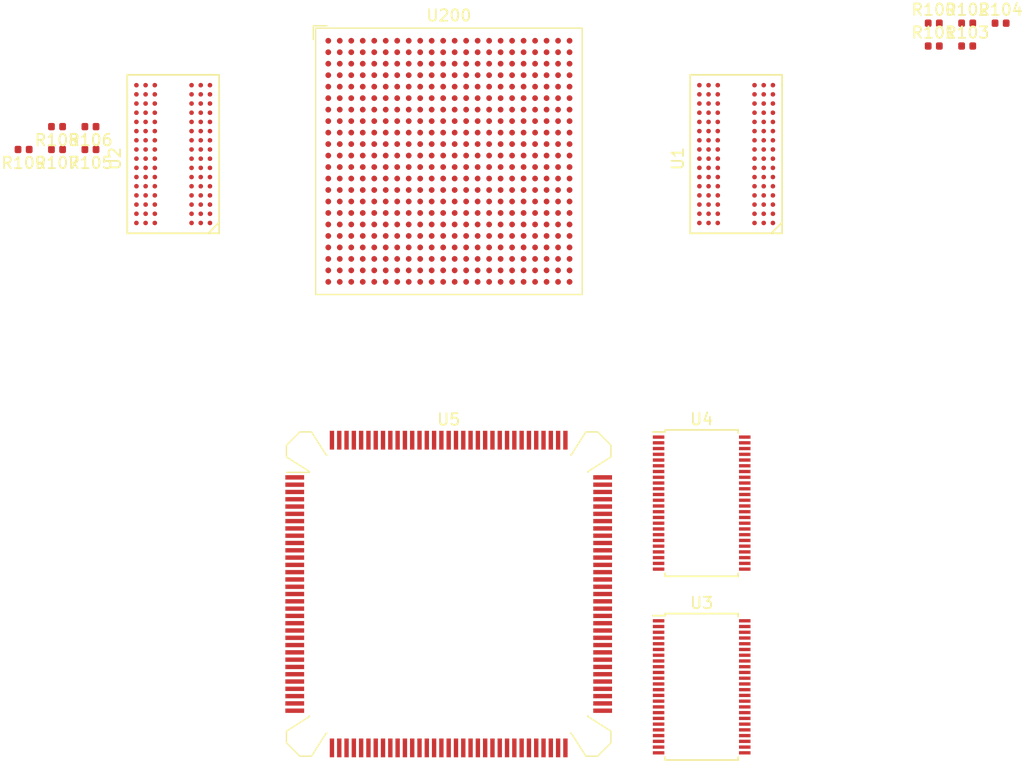
<source format=kicad_pcb>
(kicad_pcb (version 20171130) (host pcbnew 5.1.4-e60b266~84~ubuntu18.04.1)

  (general
    (thickness 1.6)
    (drawings 0)
    (tracks 0)
    (zones 0)
    (modules 16)
    (nets 640)
  )

  (page A4)
  (layers
    (0 F.Cu signal)
    (31 B.Cu signal)
    (32 B.Adhes user)
    (33 F.Adhes user)
    (34 B.Paste user)
    (35 F.Paste user)
    (36 B.SilkS user)
    (37 F.SilkS user)
    (38 B.Mask user)
    (39 F.Mask user)
    (40 Dwgs.User user)
    (41 Cmts.User user)
    (42 Eco1.User user)
    (43 Eco2.User user)
    (44 Edge.Cuts user)
    (45 Margin user)
    (46 B.CrtYd user)
    (47 F.CrtYd user)
    (48 B.Fab user)
    (49 F.Fab user)
  )

  (setup
    (last_trace_width 0.25)
    (trace_clearance 0.2)
    (zone_clearance 0.508)
    (zone_45_only no)
    (trace_min 0.2)
    (via_size 0.8)
    (via_drill 0.4)
    (via_min_size 0.4)
    (via_min_drill 0.3)
    (uvia_size 0.3)
    (uvia_drill 0.1)
    (uvias_allowed no)
    (uvia_min_size 0.2)
    (uvia_min_drill 0.1)
    (edge_width 0.05)
    (segment_width 0.2)
    (pcb_text_width 0.3)
    (pcb_text_size 1.5 1.5)
    (mod_edge_width 0.12)
    (mod_text_size 1 1)
    (mod_text_width 0.15)
    (pad_size 1.524 1.524)
    (pad_drill 0.762)
    (pad_to_mask_clearance 0.051)
    (solder_mask_min_width 0.25)
    (aux_axis_origin 0 0)
    (visible_elements FFFFFF7F)
    (pcbplotparams
      (layerselection 0x010fc_ffffffff)
      (usegerberextensions false)
      (usegerberattributes false)
      (usegerberadvancedattributes false)
      (creategerberjobfile false)
      (excludeedgelayer true)
      (linewidth 0.100000)
      (plotframeref false)
      (viasonmask false)
      (mode 1)
      (useauxorigin false)
      (hpglpennumber 1)
      (hpglpenspeed 20)
      (hpglpendiameter 15.000000)
      (psnegative false)
      (psa4output false)
      (plotreference true)
      (plotvalue true)
      (plotinvisibletext false)
      (padsonsilk false)
      (subtractmaskfromsilk false)
      (outputformat 1)
      (mirror false)
      (drillshape 1)
      (scaleselection 1)
      (outputdirectory ""))
  )

  (net 0 "")
  (net 1 /ddr/DDR0_CK_P)
  (net 2 /ddr/DDR0_CK_N)
  (net 3 "Net-(R101-Pad2)")
  (net 4 GND)
  (net 5 /ddr/DDR0_CKE)
  (net 6 /ddr/DDR0_ODT)
  (net 7 /ddr/DDR0_RESET_N)
  (net 8 "Net-(U1-PadA1)")
  (net 9 /ddr/DDR0_DQ13)
  (net 10 /ddr/DDR0_DQ15)
  (net 11 /ddr/DDR0_DQ12)
  (net 12 "Net-(U1-PadA8)")
  (net 13 "Net-(U1-PadA9)")
  (net 14 "Net-(U1-PadB1)")
  (net 15 "Net-(U1-PadC1)")
  (net 16 "Net-(U1-PadD1)")
  (net 17 "Net-(U1-PadE1)")
  (net 18 "Net-(U1-PadF1)")
  (net 19 "Net-(U1-PadG1)")
  (net 20 "Net-(U1-PadH1)")
  (net 21 "Net-(U1-PadH2)")
  (net 22 /ddr/DDR0_DQ4)
  (net 23 /ddr/DDR0_DQ7)
  (net 24 /ddr/DDR0_DQ5)
  (net 25 "Net-(U1-PadH9)")
  (net 26 "Net-(U1-PadG9)")
  (net 27 "Net-(U1-PadF9)")
  (net 28 "Net-(U1-PadE9)")
  (net 29 "Net-(U1-PadD9)")
  (net 30 "Net-(U1-PadC9)")
  (net 31 "Net-(U1-PadB9)")
  (net 32 /ddr/DDR0_UDM)
  (net 33 /ddr/DDR0_DQ0)
  (net 34 /ddr/DDR0_LDM)
  (net 35 /ddr/DDR0_DQ8)
  (net 36 /ddr/DDR0_UDQS_P)
  (net 37 /ddr/DDR0_DQ9)
  (net 38 /ddr/DDR0_DQ11)
  (net 39 "Net-(U1-PadD2)")
  (net 40 "Net-(U1-PadE2)")
  (net 41 /ddr/DDR0_DQ2)
  (net 42 /ddr/DDR0_DQ6)
  (net 43 /ddr/DDR0_LDQS_N)
  (net 44 /ddr/DDR0_LDQS_P)
  (net 45 /ddr/DDR0_DQ1)
  (net 46 "Net-(U1-PadG7)")
  (net 47 "Net-(U1-PadG8)")
  (net 48 /ddr/DDR0_DQ3)
  (net 49 "Net-(U1-PadE8)")
  (net 50 "Net-(U1-PadD8)")
  (net 51 /ddr/DDR0_DQ10)
  (net 52 /ddr/DDR0_DQ14)
  (net 53 /ddr/DDR0_UDQS_N)
  (net 54 "Net-(U1-PadB3)")
  (net 55 "Net-(U1-PadB2)")
  (net 56 "Net-(U1-PadR1)")
  (net 57 "Net-(U1-PadR9)")
  (net 58 "Net-(U1-PadJ1)")
  (net 59 "Net-(U1-PadJ2)")
  (net 60 /ddr/DDR0_RAS_N)
  (net 61 "Net-(U1-PadJ8)")
  (net 62 "Net-(U1-PadJ9)")
  (net 63 "Net-(U1-PadK2)")
  (net 64 /ddr/DDR0_CAS_N)
  (net 65 "Net-(U1-PadK8)")
  (net 66 "Net-(U1-PadL1)")
  (net 67 /ddr/DDR0_WE_N)
  (net 68 /ddr/DDR0_A10)
  (net 69 "Net-(U1-PadL8)")
  (net 70 "Net-(U1-PadL9)")
  (net 71 "Net-(U1-PadM1)")
  (net 72 /ddr/DDR0_BA0)
  (net 73 /ddr/DDR0_BA2)
  (net 74 "Net-(U1-PadM7)")
  (net 75 "Net-(U1-PadM8)")
  (net 76 "Net-(U1-PadM9)")
  (net 77 "Net-(U1-PadN1)")
  (net 78 /ddr/DDR0_A3)
  (net 79 /ddr/DDR0_A0)
  (net 80 /ddr/DDR0_A12)
  (net 81 /ddr/DDR0_BA1)
  (net 82 "Net-(U1-PadN9)")
  (net 83 "Net-(U1-PadP1)")
  (net 84 /ddr/DDR0_A5)
  (net 85 /ddr/DDR0_A2)
  (net 86 /ddr/DDR0_A1)
  (net 87 /ddr/DDR0_A4)
  (net 88 "Net-(U1-PadP9)")
  (net 89 /ddr/DDR0_A7)
  (net 90 /ddr/DDR0_A9)
  (net 91 /ddr/DDR0_A11)
  (net 92 /ddr/DDR0_A6)
  (net 93 "Net-(U1-PadT1)")
  (net 94 /ddr/DDR0_A13)
  (net 95 /ddr/DDR0_A14)
  (net 96 /ddr/DDR0_A8)
  (net 97 "Net-(U1-PadT9)")
  (net 98 "Net-(U200-PadY21)")
  (net 99 "Net-(U200-PadW22)")
  (net 100 "Net-(U200-PadW21)")
  (net 101 "Net-(U200-PadR21)")
  (net 102 "Net-(U200-PadL21)")
  (net 103 "Net-(U200-PadG21)")
  (net 104 "Net-(U200-PadC21)")
  (net 105 "Net-(U200-PadB22)")
  (net 106 "Net-(U200-PadB21)")
  (net 107 "Net-(U200-PadA21)")
  (net 108 "Net-(U200-PadJ7)")
  (net 109 "Net-(U200-PadH8)")
  (net 110 "Net-(U200-PadG14)")
  (net 111 "Net-(U200-PadG10)")
  (net 112 "Net-(U200-PadK8)")
  (net 113 "Net-(U200-PadK7)")
  (net 114 "Net-(U200-PadL7)")
  (net 115 "Net-(U200-PadM8)")
  (net 116 "Net-(U200-PadM7)")
  (net 117 "Net-(U200-PadN7)")
  (net 118 "Net-(U200-PadP8)")
  (net 119 "Net-(U200-PadP7)")
  (net 120 "Net-(U200-PadAB21)")
  (net 121 "Net-(U200-PadAB20)")
  (net 122 "Net-(U200-PadAB19)")
  (net 123 "Net-(U200-PadAB18)")
  (net 124 "Net-(U200-PadAB17)")
  (net 125 "Net-(U200-PadAB16)")
  (net 126 "Net-(U200-PadAB15)")
  (net 127 "Net-(U200-PadAB14)")
  (net 128 "Net-(U200-PadAB13)")
  (net 129 "Net-(U200-PadAB12)")
  (net 130 "Net-(U200-PadAB11)")
  (net 131 "Net-(U200-PadAB10)")
  (net 132 "Net-(U200-PadAB9)")
  (net 133 "Net-(U200-PadAB8)")
  (net 134 "Net-(U200-PadAB7)")
  (net 135 "Net-(U200-PadAB6)")
  (net 136 "Net-(U200-PadAB5)")
  (net 137 "Net-(U200-PadAB4)")
  (net 138 "Net-(U200-PadAB3)")
  (net 139 "Net-(U200-PadAB2)")
  (net 140 "Net-(U200-PadAA22)")
  (net 141 "Net-(U200-PadAA21)")
  (net 142 "Net-(U200-PadAA20)")
  (net 143 "Net-(U200-PadAA19)")
  (net 144 "Net-(U200-PadAA18)")
  (net 145 "Net-(U200-PadAA16)")
  (net 146 "Net-(U200-PadAA15)")
  (net 147 "Net-(U200-PadAA14)")
  (net 148 "Net-(U200-PadAA12)")
  (net 149 "Net-(U200-PadAA11)")
  (net 150 "Net-(U200-PadAA10)")
  (net 151 "Net-(U200-PadAA8)")
  (net 152 "Net-(U200-PadAA7)")
  (net 153 "Net-(U200-PadAA6)")
  (net 154 "Net-(U200-PadAA4)")
  (net 155 "Net-(U200-PadAA3)")
  (net 156 "Net-(U200-PadAA2)")
  (net 157 "Net-(U200-PadU19)")
  (net 158 "Net-(U200-PadU18)")
  (net 159 "Net-(U200-PadU17)")
  (net 160 "Net-(U200-PadU16)")
  (net 161 "Net-(U200-PadU15)")
  (net 162 "Net-(U200-PadU14)")
  (net 163 "Net-(U200-PadU13)")
  (net 164 "Net-(U200-PadU12)")
  (net 165 "Net-(U200-PadU10)")
  (net 166 "Net-(U200-PadU9)")
  (net 167 "Net-(U200-PadU8)")
  (net 168 "Net-(U200-PadU6)")
  (net 169 "Net-(U200-PadU5)")
  (net 170 "Net-(U200-PadU4)")
  (net 171 "Net-(U200-PadV20)")
  (net 172 "Net-(U200-PadV19)")
  (net 173 "Net-(U200-PadV18)")
  (net 174 "Net-(U200-PadV17)")
  (net 175 "Net-(U200-PadV16)")
  (net 176 "Net-(U200-PadV15)")
  (net 177 "Net-(U200-PadV13)")
  (net 178 "Net-(U200-PadV12)")
  (net 179 "Net-(U200-PadV11)")
  (net 180 "Net-(U200-PadV9)")
  (net 181 "Net-(U200-PadV8)")
  (net 182 "Net-(U200-PadV7)")
  (net 183 "Net-(U200-PadV5)")
  (net 184 "Net-(U200-PadV3)")
  (net 185 "Net-(U200-PadW20)")
  (net 186 "Net-(U200-PadW18)")
  (net 187 "Net-(U200-PadW17)")
  (net 188 "Net-(U200-PadW15)")
  (net 189 "Net-(U200-PadW14)")
  (net 190 "Net-(U200-PadW13)")
  (net 191 "Net-(U200-PadW12)")
  (net 192 "Net-(U200-PadW11)")
  (net 193 "Net-(U200-PadW10)")
  (net 194 "Net-(U200-PadW9)")
  (net 195 "Net-(U200-PadW8)")
  (net 196 "Net-(U200-PadW6)")
  (net 197 "Net-(U200-PadW5)")
  (net 198 "Net-(U200-PadW4)")
  (net 199 "Net-(U200-PadW3)")
  (net 200 "Net-(U200-PadW2)")
  (net 201 "Net-(U200-PadY19)")
  (net 202 "Net-(U200-PadY18)")
  (net 203 "Net-(U200-PadY17)")
  (net 204 "Net-(U200-PadY16)")
  (net 205 "Net-(U200-PadY15)")
  (net 206 "Net-(U200-PadY14)")
  (net 207 "Net-(U200-PadY13)")
  (net 208 "Net-(U200-PadY12)")
  (net 209 "Net-(U200-PadY11)")
  (net 210 "Net-(U200-PadY10)")
  (net 211 "Net-(U200-PadY9)")
  (net 212 "Net-(U200-PadY8)")
  (net 213 "Net-(U200-PadY7)")
  (net 214 "Net-(U200-PadY6)")
  (net 215 "Net-(U200-PadY5)")
  (net 216 "Net-(U200-PadY4)")
  (net 217 "Net-(U200-PadY3)")
  (net 218 "Net-(U200-PadY2)")
  (net 219 "Net-(U200-PadY1)")
  (net 220 "Net-(U200-PadW1)")
  (net 221 "Net-(U200-PadT20)")
  (net 222 "Net-(U200-PadT19)")
  (net 223 "Net-(U200-PadT18)")
  (net 224 "Net-(U200-PadT17)")
  (net 225 "Net-(U200-PadR19)")
  (net 226 "Net-(U200-PadP20)")
  (net 227 "Net-(U200-PadP19)")
  (net 228 "Net-(U200-PadP18)")
  (net 229 "Net-(U200-PadP17)")
  (net 230 "Net-(U200-PadN19)")
  (net 231 "Net-(U200-PadN18)")
  (net 232 "Net-(U200-PadM19)")
  (net 233 "Net-(U200-PadM18)")
  (net 234 "Net-(U200-PadM17)")
  (net 235 "Net-(U200-PadL17)")
  (net 236 "Net-(U200-PadK18)")
  (net 237 "Net-(U200-PadJ18)")
  (net 238 "Net-(U200-PadH17)")
  (net 239 "Net-(U200-PadG17)")
  (net 240 "Net-(U200-PadF17)")
  (net 241 "Net-(U200-PadE19)")
  (net 242 "Net-(U200-PadE17)")
  (net 243 "Net-(U200-PadD17)")
  (net 244 "Net-(U200-PadC19)")
  (net 245 "Net-(U200-PadC17)")
  (net 246 "Net-(U200-PadB20)")
  (net 247 "Net-(U200-PadB19)")
  (net 248 "Net-(U200-PadB18)")
  (net 249 "Net-(U200-PadA20)")
  (net 250 "Net-(U200-PadA18)")
  (net 251 "Net-(U200-PadA17)")
  (net 252 "Net-(U200-PadH16)")
  (net 253 "Net-(U200-PadJ16)")
  (net 254 "Net-(U200-PadK16)")
  (net 255 "Net-(U200-PadL16)")
  (net 256 "Net-(U200-PadM16)")
  (net 257 "Net-(U200-PadN16)")
  (net 258 "Net-(U200-PadR16)")
  (net 259 "Net-(U200-PadT16)")
  (net 260 "Net-(U200-PadT15)")
  (net 261 "Net-(U200-PadR15)")
  (net 262 "Net-(U200-PadL15)")
  (net 263 "Net-(U200-PadT14)")
  (net 264 "Net-(U200-PadT13)")
  (net 265 "Net-(U200-PadR13)")
  (net 266 "Net-(U200-PadT12)")
  (net 267 "Net-(U200-PadE9)")
  (net 268 "Net-(U200-PadT11)")
  (net 269 "Net-(U200-PadT10)")
  (net 270 "Net-(U200-PadT9)")
  (net 271 "Net-(U200-PadT8)")
  (net 272 "Net-(U200-PadT7)")
  (net 273 "Net-(U200-PadR11)")
  (net 274 "Net-(U200-PadR9)")
  (net 275 "Net-(U200-PadR8)")
  (net 276 "Net-(U200-PadR7)")
  (net 277 "Net-(U200-PadN6)")
  (net 278 "Net-(U200-PadN5)")
  (net 279 "Net-(U200-PadT6)")
  (net 280 "Net-(U200-PadT5)")
  (net 281 "Net-(U200-PadP6)")
  (net 282 "Net-(U200-PadP5)")
  (net 283 "Net-(U200-PadM6)")
  (net 284 "Net-(U200-PadM5)")
  (net 285 "Net-(U200-PadL6)")
  (net 286 "Net-(U200-PadJ5)")
  (net 287 "Net-(U200-PadG7)")
  (net 288 "Net-(U200-PadF7)")
  (net 289 "Net-(U200-PadF6)")
  (net 290 "Net-(U200-PadE5)")
  (net 291 "Net-(U200-PadE6)")
  (net 292 "Net-(U200-PadT4)")
  (net 293 "Net-(U200-PadT3)")
  (net 294 "Net-(U200-PadR2)")
  (net 295 "Net-(U200-PadP3)")
  (net 296 "Net-(U200-PadR4)")
  (net 297 "Net-(U200-PadP4)")
  (net 298 "Net-(U200-PadN4)")
  (net 299 "Net-(U200-PadM4)")
  (net 300 "Net-(U200-PadL2)")
  (net 301 "Net-(U200-PadG2)")
  (net 302 "Net-(U200-PadF4)")
  (net 303 "Net-(U200-PadE16)")
  (net 304 "Net-(U200-PadF16)")
  (net 305 "Net-(U200-PadG16)")
  (net 306 "Net-(U200-PadE13)")
  (net 307 "Net-(U200-PadC16)")
  (net 308 "Net-(U200-PadD15)")
  (net 309 "Net-(U200-PadC15)")
  (net 310 "Net-(U200-PadD14)")
  (net 311 "Net-(U200-PadC14)")
  (net 312 "Net-(U200-PadC13)")
  (net 313 "Net-(U200-PadC12)")
  (net 314 "Net-(U200-PadD11)")
  (net 315 "Net-(U200-PadC11)")
  (net 316 "Net-(U200-PadD10)")
  (net 317 "Net-(U200-PadC10)")
  (net 318 "Net-(U200-PadE4)")
  (net 319 "Net-(U200-PadD9)")
  (net 320 "Net-(U200-PadD8)")
  (net 321 "Net-(U200-PadD7)")
  (net 322 "Net-(U200-PadD6)")
  (net 323 "Net-(U200-PadD5)")
  (net 324 "Net-(U200-PadD3)")
  (net 325 "Net-(U200-PadC9)")
  (net 326 "Net-(U200-PadC8)")
  (net 327 "Net-(U200-PadC7)")
  (net 328 "Net-(U200-PadC6)")
  (net 329 "Net-(U200-PadC5)")
  (net 330 "Net-(U200-PadC4)")
  (net 331 "Net-(U200-PadC2)")
  (net 332 "Net-(U200-PadB4)")
  (net 333 "Net-(U200-PadB3)")
  (net 334 "Net-(U200-PadB2)")
  (net 335 "Net-(U200-PadB6)")
  (net 336 "Net-(U200-PadB7)")
  (net 337 "Net-(U200-PadB8)")
  (net 338 "Net-(U200-PadB10)")
  (net 339 "Net-(U200-PadB11)")
  (net 340 "Net-(U200-PadB12)")
  (net 341 "Net-(U200-PadB14)")
  (net 342 "Net-(U200-PadB15)")
  (net 343 "Net-(U200-PadB16)")
  (net 344 "Net-(U200-PadB1)")
  (net 345 "Net-(U200-PadA16)")
  (net 346 "Net-(U200-PadA15)")
  (net 347 "Net-(U200-PadA14)")
  (net 348 "Net-(U200-PadA13)")
  (net 349 "Net-(U200-PadA12)")
  (net 350 "Net-(U200-PadA11)")
  (net 351 "Net-(U200-PadA10)")
  (net 352 "Net-(U200-PadA9)")
  (net 353 "Net-(U200-PadA8)")
  (net 354 "Net-(U200-PadA7)")
  (net 355 "Net-(U200-PadA6)")
  (net 356 "Net-(U200-PadA5)")
  (net 357 "Net-(U200-PadA4)")
  (net 358 "Net-(U200-PadA3)")
  (net 359 "Net-(U200-PadA2)")
  (net 360 /ddr/DDR1_CK_P)
  (net 361 /ddr/DDR1_CK_N)
  (net 362 "Net-(R106-Pad2)")
  (net 363 /ddr/DDR1_CKE)
  (net 364 /ddr/DDR1_ODT)
  (net 365 /ddr/DDR1_RESET_N)
  (net 366 "Net-(U2-PadA1)")
  (net 367 /ddr/DDR1_DQ13)
  (net 368 /ddr/DDR1_DQ15)
  (net 369 /ddr/DDR1_DQ12)
  (net 370 "Net-(U2-PadA8)")
  (net 371 "Net-(U2-PadA9)")
  (net 372 "Net-(U2-PadB1)")
  (net 373 "Net-(U2-PadC1)")
  (net 374 "Net-(U2-PadD1)")
  (net 375 "Net-(U2-PadE1)")
  (net 376 "Net-(U2-PadF1)")
  (net 377 "Net-(U2-PadG1)")
  (net 378 "Net-(U2-PadH1)")
  (net 379 "Net-(U2-PadH2)")
  (net 380 /ddr/DDR1_DQ4)
  (net 381 /ddr/DDR1_DQ7)
  (net 382 /ddr/DDR1_DQ5)
  (net 383 "Net-(U2-PadH9)")
  (net 384 "Net-(U2-PadG9)")
  (net 385 "Net-(U2-PadF9)")
  (net 386 "Net-(U2-PadE9)")
  (net 387 "Net-(U2-PadD9)")
  (net 388 "Net-(U2-PadC9)")
  (net 389 "Net-(U2-PadB9)")
  (net 390 /ddr/DDR1_UDM)
  (net 391 /ddr/DDR1_DQ0)
  (net 392 /ddr/DDR1_LDM)
  (net 393 /ddr/DDR1_DQ8)
  (net 394 /ddr/DDR1_UDQS_P)
  (net 395 /ddr/DDR1_DQ9)
  (net 396 /ddr/DDR1_DQ11)
  (net 397 "Net-(U2-PadD2)")
  (net 398 "Net-(U2-PadE2)")
  (net 399 /ddr/DDR1_DQ2)
  (net 400 /ddr/DDR1_DQ6)
  (net 401 /ddr/DDR1_LDQS_N)
  (net 402 /ddr/DDR1_LDQS_P)
  (net 403 /ddr/DDR1_DQ1)
  (net 404 "Net-(U2-PadG7)")
  (net 405 "Net-(U2-PadG8)")
  (net 406 /ddr/DDR1_DQ3)
  (net 407 "Net-(U2-PadE8)")
  (net 408 "Net-(U2-PadD8)")
  (net 409 /ddr/DDR1_DQ10)
  (net 410 /ddr/DDR1_DQ14)
  (net 411 /ddr/DDR1_UDQS_N)
  (net 412 "Net-(U2-PadB3)")
  (net 413 "Net-(U2-PadB2)")
  (net 414 "Net-(U2-PadR1)")
  (net 415 "Net-(U2-PadR9)")
  (net 416 "Net-(U2-PadJ1)")
  (net 417 "Net-(U2-PadJ2)")
  (net 418 /ddr/DDR1_RAS_N)
  (net 419 "Net-(U2-PadJ8)")
  (net 420 "Net-(U2-PadJ9)")
  (net 421 "Net-(U2-PadK2)")
  (net 422 /ddr/DDR1_CAS_N)
  (net 423 "Net-(U2-PadK8)")
  (net 424 "Net-(U2-PadL1)")
  (net 425 /ddr/DDR1_WE_N)
  (net 426 /ddr/DDR1_A10)
  (net 427 "Net-(U2-PadL8)")
  (net 428 "Net-(U2-PadL9)")
  (net 429 "Net-(U2-PadM1)")
  (net 430 /ddr/DDR1_BA0)
  (net 431 /ddr/DDR1_BA2)
  (net 432 "Net-(U2-PadM7)")
  (net 433 "Net-(U2-PadM8)")
  (net 434 "Net-(U2-PadM9)")
  (net 435 "Net-(U2-PadN1)")
  (net 436 /ddr/DDR1_A3)
  (net 437 /ddr/DDR1_A0)
  (net 438 /ddr/DDR1_A12)
  (net 439 /ddr/DDR1_BA1)
  (net 440 "Net-(U2-PadN9)")
  (net 441 "Net-(U2-PadP1)")
  (net 442 /ddr/DDR1_A5)
  (net 443 /ddr/DDR1_A2)
  (net 444 /ddr/DDR1_A1)
  (net 445 /ddr/DDR1_A4)
  (net 446 "Net-(U2-PadP9)")
  (net 447 /ddr/DDR1_A7)
  (net 448 /ddr/DDR1_A9)
  (net 449 /ddr/DDR1_A11)
  (net 450 /ddr/DDR1_A6)
  (net 451 "Net-(U2-PadT1)")
  (net 452 /ddr/DDR1_A13)
  (net 453 /ddr/DDR1_A14)
  (net 454 /ddr/DDR1_A8)
  (net 455 "Net-(U2-PadT9)")
  (net 456 "Net-(U3-Pad48)")
  (net 457 "Net-(U3-Pad47)")
  (net 458 "Net-(U3-Pad46)")
  (net 459 "Net-(U3-Pad10)")
  (net 460 "Net-(U3-Pad44)")
  (net 461 "Net-(U3-Pad43)")
  (net 462 "Net-(U3-Pad42)")
  (net 463 "Net-(U3-Pad41)")
  (net 464 "Net-(U3-Pad40)")
  (net 465 "Net-(U3-Pad38)")
  (net 466 "Net-(U3-Pad37)")
  (net 467 "Net-(U3-Pad36)")
  (net 468 "Net-(U3-Pad35)")
  (net 469 "Net-(U3-Pad33)")
  (net 470 "Net-(U3-Pad32)")
  (net 471 "Net-(U3-Pad31)")
  (net 472 "Net-(U3-Pad30)")
  (net 473 "Net-(U3-Pad29)")
  (net 474 "Net-(U3-Pad27)")
  (net 475 "Net-(U3-Pad26)")
  (net 476 "Net-(U3-Pad25)")
  (net 477 "Net-(U3-Pad24)")
  (net 478 "Net-(U3-Pad23)")
  (net 479 "Net-(U3-Pad22)")
  (net 480 "Net-(U3-Pad18)")
  (net 481 "Net-(U3-Pad7)")
  (net 482 "Net-(U3-Pad1)")
  (net 483 "Net-(U4-Pad48)")
  (net 484 "Net-(U4-Pad47)")
  (net 485 "Net-(U4-Pad46)")
  (net 486 "Net-(U4-Pad10)")
  (net 487 "Net-(U4-Pad44)")
  (net 488 "Net-(U4-Pad43)")
  (net 489 "Net-(U4-Pad42)")
  (net 490 "Net-(U4-Pad41)")
  (net 491 "Net-(U4-Pad40)")
  (net 492 "Net-(U4-Pad38)")
  (net 493 "Net-(U4-Pad37)")
  (net 494 "Net-(U4-Pad36)")
  (net 495 "Net-(U4-Pad35)")
  (net 496 "Net-(U4-Pad33)")
  (net 497 "Net-(U4-Pad32)")
  (net 498 "Net-(U4-Pad31)")
  (net 499 "Net-(U4-Pad30)")
  (net 500 "Net-(U4-Pad29)")
  (net 501 "Net-(U4-Pad27)")
  (net 502 "Net-(U4-Pad26)")
  (net 503 "Net-(U4-Pad25)")
  (net 504 "Net-(U4-Pad24)")
  (net 505 "Net-(U4-Pad18)")
  (net 506 "Net-(U4-Pad7)")
  (net 507 "Net-(U4-Pad1)")
  (net 508 "Net-(U5-Pad132)")
  (net 509 "Net-(U5-Pad131)")
  (net 510 "Net-(U5-Pad130)")
  (net 511 "Net-(U5-Pad129)")
  (net 512 "Net-(U5-Pad128)")
  (net 513 "Net-(U5-Pad127)")
  (net 514 "Net-(U5-Pad126)")
  (net 515 "Net-(U5-Pad125)")
  (net 516 "Net-(U5-Pad124)")
  (net 517 "Net-(U5-Pad123)")
  (net 518 "Net-(U5-Pad122)")
  (net 519 "Net-(U5-Pad121)")
  (net 520 "Net-(U5-Pad120)")
  (net 521 "Net-(U5-Pad119)")
  (net 522 "Net-(U5-Pad118)")
  (net 523 "Net-(U5-Pad117)")
  (net 524 "Net-(U5-Pad116)")
  (net 525 "Net-(U5-Pad115)")
  (net 526 "Net-(U5-Pad114)")
  (net 527 "Net-(U5-Pad113)")
  (net 528 "Net-(U5-Pad112)")
  (net 529 "Net-(U5-Pad111)")
  (net 530 "Net-(U5-Pad110)")
  (net 531 "Net-(U5-Pad109)")
  (net 532 "Net-(U5-Pad108)")
  (net 533 "Net-(U5-Pad107)")
  (net 534 "Net-(U5-Pad106)")
  (net 535 "Net-(U5-Pad105)")
  (net 536 "Net-(U5-Pad66)")
  (net 537 "Net-(U5-Pad65)")
  (net 538 "Net-(U5-Pad64)")
  (net 539 "Net-(U5-Pad63)")
  (net 540 "Net-(U5-Pad62)")
  (net 541 "Net-(U5-Pad61)")
  (net 542 "Net-(U5-Pad60)")
  (net 543 "Net-(U5-Pad59)")
  (net 544 "Net-(U5-Pad58)")
  (net 545 "Net-(U5-Pad57)")
  (net 546 "Net-(U5-Pad56)")
  (net 547 "Net-(U5-Pad55)")
  (net 548 "Net-(U5-Pad54)")
  (net 549 "Net-(U5-Pad53)")
  (net 550 "Net-(U5-Pad52)")
  (net 551 "Net-(U5-Pad51)")
  (net 552 "Net-(U5-Pad50)")
  (net 553 "Net-(U5-Pad49)")
  (net 554 "Net-(U5-Pad48)")
  (net 555 "Net-(U5-Pad47)")
  (net 556 "Net-(U5-Pad46)")
  (net 557 "Net-(U5-Pad45)")
  (net 558 "Net-(U5-Pad44)")
  (net 559 "Net-(U5-Pad43)")
  (net 560 "Net-(U5-Pad42)")
  (net 561 "Net-(U5-Pad41)")
  (net 562 "Net-(U5-Pad40)")
  (net 563 "Net-(U5-Pad39)")
  (net 564 "Net-(U5-Pad38)")
  (net 565 "Net-(U5-Pad37)")
  (net 566 "Net-(U5-Pad36)")
  (net 567 "Net-(U5-Pad35)")
  (net 568 "Net-(U5-Pad34)")
  (net 569 "Net-(U5-Pad99)")
  (net 570 "Net-(U5-Pad92)")
  (net 571 "Net-(U5-Pad91)")
  (net 572 "Net-(U5-Pad90)")
  (net 573 "Net-(U5-Pad85)")
  (net 574 "Net-(U5-Pad83)")
  (net 575 "Net-(U5-Pad80)")
  (net 576 "Net-(U5-Pad73)")
  (net 577 "Net-(U5-Pad33)")
  (net 578 "Net-(U5-Pad32)")
  (net 579 "Net-(U5-Pad31)")
  (net 580 "Net-(U5-Pad30)")
  (net 581 "Net-(U5-Pad29)")
  (net 582 "Net-(U5-Pad28)")
  (net 583 "Net-(U5-Pad27)")
  (net 584 "Net-(U5-Pad26)")
  (net 585 "Net-(U5-Pad25)")
  (net 586 "Net-(U5-Pad24)")
  (net 587 "Net-(U5-Pad23)")
  (net 588 "Net-(U5-Pad22)")
  (net 589 "Net-(U5-Pad21)")
  (net 590 "Net-(U5-Pad20)")
  (net 591 "Net-(U5-Pad19)")
  (net 592 "Net-(U5-Pad18)")
  (net 593 "Net-(U5-Pad17)")
  (net 594 "Net-(U5-Pad16)")
  (net 595 "Net-(U5-Pad15)")
  (net 596 "Net-(U5-Pad14)")
  (net 597 "Net-(U5-Pad13)")
  (net 598 "Net-(U5-Pad12)")
  (net 599 "Net-(U5-Pad11)")
  (net 600 "Net-(U5-Pad10)")
  (net 601 "Net-(U5-Pad9)")
  (net 602 "Net-(U5-Pad8)")
  (net 603 "Net-(U5-Pad7)")
  (net 604 "Net-(U5-Pad6)")
  (net 605 "Net-(U5-Pad5)")
  (net 606 "Net-(U5-Pad4)")
  (net 607 "Net-(U5-Pad3)")
  (net 608 "Net-(U5-Pad2)")
  (net 609 "Net-(U5-Pad1)")
  (net 610 /cpu/CPU_A2)
  (net 611 /cpu/CPU_A3)
  (net 612 /cpu/CPU_A4)
  (net 613 /cpu/CPU_A5)
  (net 614 /cpu/CPU_A6)
  (net 615 /cpu/CPU_A7)
  (net 616 /cpu/CPU_A8)
  (net 617 /cpu/CPU_A9)
  (net 618 /cpu/CPU_A10)
  (net 619 /cpu/CPU_A11)
  (net 620 /cpu/CPU_A12)
  (net 621 /cpu/CPU_A13)
  (net 622 /cpu/CPU_A14)
  (net 623 /cpu/CPU_A15)
  (net 624 /cpu/CPU_A16)
  (net 625 /cpu/CPU_A17)
  (net 626 /cpu/CPU_A18)
  (net 627 /cpu/CPU_A19)
  (net 628 /cpu/CPU_A20)
  (net 629 /cpu/CPU_A21)
  (net 630 /cpu/CPU_A22)
  (net 631 /cpu/CPU_A23)
  (net 632 /cpu/CPU_A24)
  (net 633 /cpu/CPU_A25)
  (net 634 /cpu/CPU_A26)
  (net 635 /cpu/CPU_A27)
  (net 636 /cpu/CPU_A28)
  (net 637 /cpu/CPU_A29)
  (net 638 /cpu/CPU_A30)
  (net 639 /cpu/CPU_A31)

  (net_class Default "This is the default net class."
    (clearance 0.2)
    (trace_width 0.25)
    (via_dia 0.8)
    (via_drill 0.4)
    (uvia_dia 0.3)
    (uvia_drill 0.1)
    (add_net /cpu/CPU_A10)
    (add_net /cpu/CPU_A11)
    (add_net /cpu/CPU_A12)
    (add_net /cpu/CPU_A13)
    (add_net /cpu/CPU_A14)
    (add_net /cpu/CPU_A15)
    (add_net /cpu/CPU_A16)
    (add_net /cpu/CPU_A17)
    (add_net /cpu/CPU_A18)
    (add_net /cpu/CPU_A19)
    (add_net /cpu/CPU_A2)
    (add_net /cpu/CPU_A20)
    (add_net /cpu/CPU_A21)
    (add_net /cpu/CPU_A22)
    (add_net /cpu/CPU_A23)
    (add_net /cpu/CPU_A24)
    (add_net /cpu/CPU_A25)
    (add_net /cpu/CPU_A26)
    (add_net /cpu/CPU_A27)
    (add_net /cpu/CPU_A28)
    (add_net /cpu/CPU_A29)
    (add_net /cpu/CPU_A3)
    (add_net /cpu/CPU_A30)
    (add_net /cpu/CPU_A31)
    (add_net /cpu/CPU_A4)
    (add_net /cpu/CPU_A5)
    (add_net /cpu/CPU_A6)
    (add_net /cpu/CPU_A7)
    (add_net /cpu/CPU_A8)
    (add_net /cpu/CPU_A9)
    (add_net /ddr/DDR0_A0)
    (add_net /ddr/DDR0_A1)
    (add_net /ddr/DDR0_A10)
    (add_net /ddr/DDR0_A11)
    (add_net /ddr/DDR0_A12)
    (add_net /ddr/DDR0_A13)
    (add_net /ddr/DDR0_A14)
    (add_net /ddr/DDR0_A2)
    (add_net /ddr/DDR0_A3)
    (add_net /ddr/DDR0_A4)
    (add_net /ddr/DDR0_A5)
    (add_net /ddr/DDR0_A6)
    (add_net /ddr/DDR0_A7)
    (add_net /ddr/DDR0_A8)
    (add_net /ddr/DDR0_A9)
    (add_net /ddr/DDR0_BA0)
    (add_net /ddr/DDR0_BA1)
    (add_net /ddr/DDR0_BA2)
    (add_net /ddr/DDR0_CAS_N)
    (add_net /ddr/DDR0_CKE)
    (add_net /ddr/DDR0_CK_N)
    (add_net /ddr/DDR0_CK_P)
    (add_net /ddr/DDR0_DQ0)
    (add_net /ddr/DDR0_DQ1)
    (add_net /ddr/DDR0_DQ10)
    (add_net /ddr/DDR0_DQ11)
    (add_net /ddr/DDR0_DQ12)
    (add_net /ddr/DDR0_DQ13)
    (add_net /ddr/DDR0_DQ14)
    (add_net /ddr/DDR0_DQ15)
    (add_net /ddr/DDR0_DQ2)
    (add_net /ddr/DDR0_DQ3)
    (add_net /ddr/DDR0_DQ4)
    (add_net /ddr/DDR0_DQ5)
    (add_net /ddr/DDR0_DQ6)
    (add_net /ddr/DDR0_DQ7)
    (add_net /ddr/DDR0_DQ8)
    (add_net /ddr/DDR0_DQ9)
    (add_net /ddr/DDR0_LDM)
    (add_net /ddr/DDR0_LDQS_N)
    (add_net /ddr/DDR0_LDQS_P)
    (add_net /ddr/DDR0_ODT)
    (add_net /ddr/DDR0_RAS_N)
    (add_net /ddr/DDR0_RESET_N)
    (add_net /ddr/DDR0_UDM)
    (add_net /ddr/DDR0_UDQS_N)
    (add_net /ddr/DDR0_UDQS_P)
    (add_net /ddr/DDR0_WE_N)
    (add_net /ddr/DDR1_A0)
    (add_net /ddr/DDR1_A1)
    (add_net /ddr/DDR1_A10)
    (add_net /ddr/DDR1_A11)
    (add_net /ddr/DDR1_A12)
    (add_net /ddr/DDR1_A13)
    (add_net /ddr/DDR1_A14)
    (add_net /ddr/DDR1_A2)
    (add_net /ddr/DDR1_A3)
    (add_net /ddr/DDR1_A4)
    (add_net /ddr/DDR1_A5)
    (add_net /ddr/DDR1_A6)
    (add_net /ddr/DDR1_A7)
    (add_net /ddr/DDR1_A8)
    (add_net /ddr/DDR1_A9)
    (add_net /ddr/DDR1_BA0)
    (add_net /ddr/DDR1_BA1)
    (add_net /ddr/DDR1_BA2)
    (add_net /ddr/DDR1_CAS_N)
    (add_net /ddr/DDR1_CKE)
    (add_net /ddr/DDR1_CK_N)
    (add_net /ddr/DDR1_CK_P)
    (add_net /ddr/DDR1_DQ0)
    (add_net /ddr/DDR1_DQ1)
    (add_net /ddr/DDR1_DQ10)
    (add_net /ddr/DDR1_DQ11)
    (add_net /ddr/DDR1_DQ12)
    (add_net /ddr/DDR1_DQ13)
    (add_net /ddr/DDR1_DQ14)
    (add_net /ddr/DDR1_DQ15)
    (add_net /ddr/DDR1_DQ2)
    (add_net /ddr/DDR1_DQ3)
    (add_net /ddr/DDR1_DQ4)
    (add_net /ddr/DDR1_DQ5)
    (add_net /ddr/DDR1_DQ6)
    (add_net /ddr/DDR1_DQ7)
    (add_net /ddr/DDR1_DQ8)
    (add_net /ddr/DDR1_DQ9)
    (add_net /ddr/DDR1_LDM)
    (add_net /ddr/DDR1_LDQS_N)
    (add_net /ddr/DDR1_LDQS_P)
    (add_net /ddr/DDR1_ODT)
    (add_net /ddr/DDR1_RAS_N)
    (add_net /ddr/DDR1_RESET_N)
    (add_net /ddr/DDR1_UDM)
    (add_net /ddr/DDR1_UDQS_N)
    (add_net /ddr/DDR1_UDQS_P)
    (add_net /ddr/DDR1_WE_N)
    (add_net GND)
    (add_net "Net-(R101-Pad2)")
    (add_net "Net-(R106-Pad2)")
    (add_net "Net-(U1-PadA1)")
    (add_net "Net-(U1-PadA8)")
    (add_net "Net-(U1-PadA9)")
    (add_net "Net-(U1-PadB1)")
    (add_net "Net-(U1-PadB2)")
    (add_net "Net-(U1-PadB3)")
    (add_net "Net-(U1-PadB9)")
    (add_net "Net-(U1-PadC1)")
    (add_net "Net-(U1-PadC9)")
    (add_net "Net-(U1-PadD1)")
    (add_net "Net-(U1-PadD2)")
    (add_net "Net-(U1-PadD8)")
    (add_net "Net-(U1-PadD9)")
    (add_net "Net-(U1-PadE1)")
    (add_net "Net-(U1-PadE2)")
    (add_net "Net-(U1-PadE8)")
    (add_net "Net-(U1-PadE9)")
    (add_net "Net-(U1-PadF1)")
    (add_net "Net-(U1-PadF9)")
    (add_net "Net-(U1-PadG1)")
    (add_net "Net-(U1-PadG7)")
    (add_net "Net-(U1-PadG8)")
    (add_net "Net-(U1-PadG9)")
    (add_net "Net-(U1-PadH1)")
    (add_net "Net-(U1-PadH2)")
    (add_net "Net-(U1-PadH9)")
    (add_net "Net-(U1-PadJ1)")
    (add_net "Net-(U1-PadJ2)")
    (add_net "Net-(U1-PadJ8)")
    (add_net "Net-(U1-PadJ9)")
    (add_net "Net-(U1-PadK2)")
    (add_net "Net-(U1-PadK8)")
    (add_net "Net-(U1-PadL1)")
    (add_net "Net-(U1-PadL8)")
    (add_net "Net-(U1-PadL9)")
    (add_net "Net-(U1-PadM1)")
    (add_net "Net-(U1-PadM7)")
    (add_net "Net-(U1-PadM8)")
    (add_net "Net-(U1-PadM9)")
    (add_net "Net-(U1-PadN1)")
    (add_net "Net-(U1-PadN9)")
    (add_net "Net-(U1-PadP1)")
    (add_net "Net-(U1-PadP9)")
    (add_net "Net-(U1-PadR1)")
    (add_net "Net-(U1-PadR9)")
    (add_net "Net-(U1-PadT1)")
    (add_net "Net-(U1-PadT9)")
    (add_net "Net-(U2-PadA1)")
    (add_net "Net-(U2-PadA8)")
    (add_net "Net-(U2-PadA9)")
    (add_net "Net-(U2-PadB1)")
    (add_net "Net-(U2-PadB2)")
    (add_net "Net-(U2-PadB3)")
    (add_net "Net-(U2-PadB9)")
    (add_net "Net-(U2-PadC1)")
    (add_net "Net-(U2-PadC9)")
    (add_net "Net-(U2-PadD1)")
    (add_net "Net-(U2-PadD2)")
    (add_net "Net-(U2-PadD8)")
    (add_net "Net-(U2-PadD9)")
    (add_net "Net-(U2-PadE1)")
    (add_net "Net-(U2-PadE2)")
    (add_net "Net-(U2-PadE8)")
    (add_net "Net-(U2-PadE9)")
    (add_net "Net-(U2-PadF1)")
    (add_net "Net-(U2-PadF9)")
    (add_net "Net-(U2-PadG1)")
    (add_net "Net-(U2-PadG7)")
    (add_net "Net-(U2-PadG8)")
    (add_net "Net-(U2-PadG9)")
    (add_net "Net-(U2-PadH1)")
    (add_net "Net-(U2-PadH2)")
    (add_net "Net-(U2-PadH9)")
    (add_net "Net-(U2-PadJ1)")
    (add_net "Net-(U2-PadJ2)")
    (add_net "Net-(U2-PadJ8)")
    (add_net "Net-(U2-PadJ9)")
    (add_net "Net-(U2-PadK2)")
    (add_net "Net-(U2-PadK8)")
    (add_net "Net-(U2-PadL1)")
    (add_net "Net-(U2-PadL8)")
    (add_net "Net-(U2-PadL9)")
    (add_net "Net-(U2-PadM1)")
    (add_net "Net-(U2-PadM7)")
    (add_net "Net-(U2-PadM8)")
    (add_net "Net-(U2-PadM9)")
    (add_net "Net-(U2-PadN1)")
    (add_net "Net-(U2-PadN9)")
    (add_net "Net-(U2-PadP1)")
    (add_net "Net-(U2-PadP9)")
    (add_net "Net-(U2-PadR1)")
    (add_net "Net-(U2-PadR9)")
    (add_net "Net-(U2-PadT1)")
    (add_net "Net-(U2-PadT9)")
    (add_net "Net-(U200-PadA10)")
    (add_net "Net-(U200-PadA11)")
    (add_net "Net-(U200-PadA12)")
    (add_net "Net-(U200-PadA13)")
    (add_net "Net-(U200-PadA14)")
    (add_net "Net-(U200-PadA15)")
    (add_net "Net-(U200-PadA16)")
    (add_net "Net-(U200-PadA17)")
    (add_net "Net-(U200-PadA18)")
    (add_net "Net-(U200-PadA2)")
    (add_net "Net-(U200-PadA20)")
    (add_net "Net-(U200-PadA21)")
    (add_net "Net-(U200-PadA3)")
    (add_net "Net-(U200-PadA4)")
    (add_net "Net-(U200-PadA5)")
    (add_net "Net-(U200-PadA6)")
    (add_net "Net-(U200-PadA7)")
    (add_net "Net-(U200-PadA8)")
    (add_net "Net-(U200-PadA9)")
    (add_net "Net-(U200-PadAA10)")
    (add_net "Net-(U200-PadAA11)")
    (add_net "Net-(U200-PadAA12)")
    (add_net "Net-(U200-PadAA14)")
    (add_net "Net-(U200-PadAA15)")
    (add_net "Net-(U200-PadAA16)")
    (add_net "Net-(U200-PadAA18)")
    (add_net "Net-(U200-PadAA19)")
    (add_net "Net-(U200-PadAA2)")
    (add_net "Net-(U200-PadAA20)")
    (add_net "Net-(U200-PadAA21)")
    (add_net "Net-(U200-PadAA22)")
    (add_net "Net-(U200-PadAA3)")
    (add_net "Net-(U200-PadAA4)")
    (add_net "Net-(U200-PadAA6)")
    (add_net "Net-(U200-PadAA7)")
    (add_net "Net-(U200-PadAA8)")
    (add_net "Net-(U200-PadAB10)")
    (add_net "Net-(U200-PadAB11)")
    (add_net "Net-(U200-PadAB12)")
    (add_net "Net-(U200-PadAB13)")
    (add_net "Net-(U200-PadAB14)")
    (add_net "Net-(U200-PadAB15)")
    (add_net "Net-(U200-PadAB16)")
    (add_net "Net-(U200-PadAB17)")
    (add_net "Net-(U200-PadAB18)")
    (add_net "Net-(U200-PadAB19)")
    (add_net "Net-(U200-PadAB2)")
    (add_net "Net-(U200-PadAB20)")
    (add_net "Net-(U200-PadAB21)")
    (add_net "Net-(U200-PadAB3)")
    (add_net "Net-(U200-PadAB4)")
    (add_net "Net-(U200-PadAB5)")
    (add_net "Net-(U200-PadAB6)")
    (add_net "Net-(U200-PadAB7)")
    (add_net "Net-(U200-PadAB8)")
    (add_net "Net-(U200-PadAB9)")
    (add_net "Net-(U200-PadB1)")
    (add_net "Net-(U200-PadB10)")
    (add_net "Net-(U200-PadB11)")
    (add_net "Net-(U200-PadB12)")
    (add_net "Net-(U200-PadB14)")
    (add_net "Net-(U200-PadB15)")
    (add_net "Net-(U200-PadB16)")
    (add_net "Net-(U200-PadB18)")
    (add_net "Net-(U200-PadB19)")
    (add_net "Net-(U200-PadB2)")
    (add_net "Net-(U200-PadB20)")
    (add_net "Net-(U200-PadB21)")
    (add_net "Net-(U200-PadB22)")
    (add_net "Net-(U200-PadB3)")
    (add_net "Net-(U200-PadB4)")
    (add_net "Net-(U200-PadB6)")
    (add_net "Net-(U200-PadB7)")
    (add_net "Net-(U200-PadB8)")
    (add_net "Net-(U200-PadC10)")
    (add_net "Net-(U200-PadC11)")
    (add_net "Net-(U200-PadC12)")
    (add_net "Net-(U200-PadC13)")
    (add_net "Net-(U200-PadC14)")
    (add_net "Net-(U200-PadC15)")
    (add_net "Net-(U200-PadC16)")
    (add_net "Net-(U200-PadC17)")
    (add_net "Net-(U200-PadC19)")
    (add_net "Net-(U200-PadC2)")
    (add_net "Net-(U200-PadC21)")
    (add_net "Net-(U200-PadC4)")
    (add_net "Net-(U200-PadC5)")
    (add_net "Net-(U200-PadC6)")
    (add_net "Net-(U200-PadC7)")
    (add_net "Net-(U200-PadC8)")
    (add_net "Net-(U200-PadC9)")
    (add_net "Net-(U200-PadD10)")
    (add_net "Net-(U200-PadD11)")
    (add_net "Net-(U200-PadD14)")
    (add_net "Net-(U200-PadD15)")
    (add_net "Net-(U200-PadD17)")
    (add_net "Net-(U200-PadD3)")
    (add_net "Net-(U200-PadD5)")
    (add_net "Net-(U200-PadD6)")
    (add_net "Net-(U200-PadD7)")
    (add_net "Net-(U200-PadD8)")
    (add_net "Net-(U200-PadD9)")
    (add_net "Net-(U200-PadE13)")
    (add_net "Net-(U200-PadE16)")
    (add_net "Net-(U200-PadE17)")
    (add_net "Net-(U200-PadE19)")
    (add_net "Net-(U200-PadE4)")
    (add_net "Net-(U200-PadE5)")
    (add_net "Net-(U200-PadE6)")
    (add_net "Net-(U200-PadE9)")
    (add_net "Net-(U200-PadF16)")
    (add_net "Net-(U200-PadF17)")
    (add_net "Net-(U200-PadF4)")
    (add_net "Net-(U200-PadF6)")
    (add_net "Net-(U200-PadF7)")
    (add_net "Net-(U200-PadG10)")
    (add_net "Net-(U200-PadG14)")
    (add_net "Net-(U200-PadG16)")
    (add_net "Net-(U200-PadG17)")
    (add_net "Net-(U200-PadG2)")
    (add_net "Net-(U200-PadG21)")
    (add_net "Net-(U200-PadG7)")
    (add_net "Net-(U200-PadH16)")
    (add_net "Net-(U200-PadH17)")
    (add_net "Net-(U200-PadH8)")
    (add_net "Net-(U200-PadJ16)")
    (add_net "Net-(U200-PadJ18)")
    (add_net "Net-(U200-PadJ5)")
    (add_net "Net-(U200-PadJ7)")
    (add_net "Net-(U200-PadK16)")
    (add_net "Net-(U200-PadK18)")
    (add_net "Net-(U200-PadK7)")
    (add_net "Net-(U200-PadK8)")
    (add_net "Net-(U200-PadL15)")
    (add_net "Net-(U200-PadL16)")
    (add_net "Net-(U200-PadL17)")
    (add_net "Net-(U200-PadL2)")
    (add_net "Net-(U200-PadL21)")
    (add_net "Net-(U200-PadL6)")
    (add_net "Net-(U200-PadL7)")
    (add_net "Net-(U200-PadM16)")
    (add_net "Net-(U200-PadM17)")
    (add_net "Net-(U200-PadM18)")
    (add_net "Net-(U200-PadM19)")
    (add_net "Net-(U200-PadM4)")
    (add_net "Net-(U200-PadM5)")
    (add_net "Net-(U200-PadM6)")
    (add_net "Net-(U200-PadM7)")
    (add_net "Net-(U200-PadM8)")
    (add_net "Net-(U200-PadN16)")
    (add_net "Net-(U200-PadN18)")
    (add_net "Net-(U200-PadN19)")
    (add_net "Net-(U200-PadN4)")
    (add_net "Net-(U200-PadN5)")
    (add_net "Net-(U200-PadN6)")
    (add_net "Net-(U200-PadN7)")
    (add_net "Net-(U200-PadP17)")
    (add_net "Net-(U200-PadP18)")
    (add_net "Net-(U200-PadP19)")
    (add_net "Net-(U200-PadP20)")
    (add_net "Net-(U200-PadP3)")
    (add_net "Net-(U200-PadP4)")
    (add_net "Net-(U200-PadP5)")
    (add_net "Net-(U200-PadP6)")
    (add_net "Net-(U200-PadP7)")
    (add_net "Net-(U200-PadP8)")
    (add_net "Net-(U200-PadR11)")
    (add_net "Net-(U200-PadR13)")
    (add_net "Net-(U200-PadR15)")
    (add_net "Net-(U200-PadR16)")
    (add_net "Net-(U200-PadR19)")
    (add_net "Net-(U200-PadR2)")
    (add_net "Net-(U200-PadR21)")
    (add_net "Net-(U200-PadR4)")
    (add_net "Net-(U200-PadR7)")
    (add_net "Net-(U200-PadR8)")
    (add_net "Net-(U200-PadR9)")
    (add_net "Net-(U200-PadT10)")
    (add_net "Net-(U200-PadT11)")
    (add_net "Net-(U200-PadT12)")
    (add_net "Net-(U200-PadT13)")
    (add_net "Net-(U200-PadT14)")
    (add_net "Net-(U200-PadT15)")
    (add_net "Net-(U200-PadT16)")
    (add_net "Net-(U200-PadT17)")
    (add_net "Net-(U200-PadT18)")
    (add_net "Net-(U200-PadT19)")
    (add_net "Net-(U200-PadT20)")
    (add_net "Net-(U200-PadT3)")
    (add_net "Net-(U200-PadT4)")
    (add_net "Net-(U200-PadT5)")
    (add_net "Net-(U200-PadT6)")
    (add_net "Net-(U200-PadT7)")
    (add_net "Net-(U200-PadT8)")
    (add_net "Net-(U200-PadT9)")
    (add_net "Net-(U200-PadU10)")
    (add_net "Net-(U200-PadU12)")
    (add_net "Net-(U200-PadU13)")
    (add_net "Net-(U200-PadU14)")
    (add_net "Net-(U200-PadU15)")
    (add_net "Net-(U200-PadU16)")
    (add_net "Net-(U200-PadU17)")
    (add_net "Net-(U200-PadU18)")
    (add_net "Net-(U200-PadU19)")
    (add_net "Net-(U200-PadU4)")
    (add_net "Net-(U200-PadU5)")
    (add_net "Net-(U200-PadU6)")
    (add_net "Net-(U200-PadU8)")
    (add_net "Net-(U200-PadU9)")
    (add_net "Net-(U200-PadV11)")
    (add_net "Net-(U200-PadV12)")
    (add_net "Net-(U200-PadV13)")
    (add_net "Net-(U200-PadV15)")
    (add_net "Net-(U200-PadV16)")
    (add_net "Net-(U200-PadV17)")
    (add_net "Net-(U200-PadV18)")
    (add_net "Net-(U200-PadV19)")
    (add_net "Net-(U200-PadV20)")
    (add_net "Net-(U200-PadV3)")
    (add_net "Net-(U200-PadV5)")
    (add_net "Net-(U200-PadV7)")
    (add_net "Net-(U200-PadV8)")
    (add_net "Net-(U200-PadV9)")
    (add_net "Net-(U200-PadW1)")
    (add_net "Net-(U200-PadW10)")
    (add_net "Net-(U200-PadW11)")
    (add_net "Net-(U200-PadW12)")
    (add_net "Net-(U200-PadW13)")
    (add_net "Net-(U200-PadW14)")
    (add_net "Net-(U200-PadW15)")
    (add_net "Net-(U200-PadW17)")
    (add_net "Net-(U200-PadW18)")
    (add_net "Net-(U200-PadW2)")
    (add_net "Net-(U200-PadW20)")
    (add_net "Net-(U200-PadW21)")
    (add_net "Net-(U200-PadW22)")
    (add_net "Net-(U200-PadW3)")
    (add_net "Net-(U200-PadW4)")
    (add_net "Net-(U200-PadW5)")
    (add_net "Net-(U200-PadW6)")
    (add_net "Net-(U200-PadW8)")
    (add_net "Net-(U200-PadW9)")
    (add_net "Net-(U200-PadY1)")
    (add_net "Net-(U200-PadY10)")
    (add_net "Net-(U200-PadY11)")
    (add_net "Net-(U200-PadY12)")
    (add_net "Net-(U200-PadY13)")
    (add_net "Net-(U200-PadY14)")
    (add_net "Net-(U200-PadY15)")
    (add_net "Net-(U200-PadY16)")
    (add_net "Net-(U200-PadY17)")
    (add_net "Net-(U200-PadY18)")
    (add_net "Net-(U200-PadY19)")
    (add_net "Net-(U200-PadY2)")
    (add_net "Net-(U200-PadY21)")
    (add_net "Net-(U200-PadY3)")
    (add_net "Net-(U200-PadY4)")
    (add_net "Net-(U200-PadY5)")
    (add_net "Net-(U200-PadY6)")
    (add_net "Net-(U200-PadY7)")
    (add_net "Net-(U200-PadY8)")
    (add_net "Net-(U200-PadY9)")
    (add_net "Net-(U3-Pad1)")
    (add_net "Net-(U3-Pad10)")
    (add_net "Net-(U3-Pad18)")
    (add_net "Net-(U3-Pad22)")
    (add_net "Net-(U3-Pad23)")
    (add_net "Net-(U3-Pad24)")
    (add_net "Net-(U3-Pad25)")
    (add_net "Net-(U3-Pad26)")
    (add_net "Net-(U3-Pad27)")
    (add_net "Net-(U3-Pad29)")
    (add_net "Net-(U3-Pad30)")
    (add_net "Net-(U3-Pad31)")
    (add_net "Net-(U3-Pad32)")
    (add_net "Net-(U3-Pad33)")
    (add_net "Net-(U3-Pad35)")
    (add_net "Net-(U3-Pad36)")
    (add_net "Net-(U3-Pad37)")
    (add_net "Net-(U3-Pad38)")
    (add_net "Net-(U3-Pad40)")
    (add_net "Net-(U3-Pad41)")
    (add_net "Net-(U3-Pad42)")
    (add_net "Net-(U3-Pad43)")
    (add_net "Net-(U3-Pad44)")
    (add_net "Net-(U3-Pad46)")
    (add_net "Net-(U3-Pad47)")
    (add_net "Net-(U3-Pad48)")
    (add_net "Net-(U3-Pad7)")
    (add_net "Net-(U4-Pad1)")
    (add_net "Net-(U4-Pad10)")
    (add_net "Net-(U4-Pad18)")
    (add_net "Net-(U4-Pad24)")
    (add_net "Net-(U4-Pad25)")
    (add_net "Net-(U4-Pad26)")
    (add_net "Net-(U4-Pad27)")
    (add_net "Net-(U4-Pad29)")
    (add_net "Net-(U4-Pad30)")
    (add_net "Net-(U4-Pad31)")
    (add_net "Net-(U4-Pad32)")
    (add_net "Net-(U4-Pad33)")
    (add_net "Net-(U4-Pad35)")
    (add_net "Net-(U4-Pad36)")
    (add_net "Net-(U4-Pad37)")
    (add_net "Net-(U4-Pad38)")
    (add_net "Net-(U4-Pad40)")
    (add_net "Net-(U4-Pad41)")
    (add_net "Net-(U4-Pad42)")
    (add_net "Net-(U4-Pad43)")
    (add_net "Net-(U4-Pad44)")
    (add_net "Net-(U4-Pad46)")
    (add_net "Net-(U4-Pad47)")
    (add_net "Net-(U4-Pad48)")
    (add_net "Net-(U4-Pad7)")
    (add_net "Net-(U5-Pad1)")
    (add_net "Net-(U5-Pad10)")
    (add_net "Net-(U5-Pad105)")
    (add_net "Net-(U5-Pad106)")
    (add_net "Net-(U5-Pad107)")
    (add_net "Net-(U5-Pad108)")
    (add_net "Net-(U5-Pad109)")
    (add_net "Net-(U5-Pad11)")
    (add_net "Net-(U5-Pad110)")
    (add_net "Net-(U5-Pad111)")
    (add_net "Net-(U5-Pad112)")
    (add_net "Net-(U5-Pad113)")
    (add_net "Net-(U5-Pad114)")
    (add_net "Net-(U5-Pad115)")
    (add_net "Net-(U5-Pad116)")
    (add_net "Net-(U5-Pad117)")
    (add_net "Net-(U5-Pad118)")
    (add_net "Net-(U5-Pad119)")
    (add_net "Net-(U5-Pad12)")
    (add_net "Net-(U5-Pad120)")
    (add_net "Net-(U5-Pad121)")
    (add_net "Net-(U5-Pad122)")
    (add_net "Net-(U5-Pad123)")
    (add_net "Net-(U5-Pad124)")
    (add_net "Net-(U5-Pad125)")
    (add_net "Net-(U5-Pad126)")
    (add_net "Net-(U5-Pad127)")
    (add_net "Net-(U5-Pad128)")
    (add_net "Net-(U5-Pad129)")
    (add_net "Net-(U5-Pad13)")
    (add_net "Net-(U5-Pad130)")
    (add_net "Net-(U5-Pad131)")
    (add_net "Net-(U5-Pad132)")
    (add_net "Net-(U5-Pad14)")
    (add_net "Net-(U5-Pad15)")
    (add_net "Net-(U5-Pad16)")
    (add_net "Net-(U5-Pad17)")
    (add_net "Net-(U5-Pad18)")
    (add_net "Net-(U5-Pad19)")
    (add_net "Net-(U5-Pad2)")
    (add_net "Net-(U5-Pad20)")
    (add_net "Net-(U5-Pad21)")
    (add_net "Net-(U5-Pad22)")
    (add_net "Net-(U5-Pad23)")
    (add_net "Net-(U5-Pad24)")
    (add_net "Net-(U5-Pad25)")
    (add_net "Net-(U5-Pad26)")
    (add_net "Net-(U5-Pad27)")
    (add_net "Net-(U5-Pad28)")
    (add_net "Net-(U5-Pad29)")
    (add_net "Net-(U5-Pad3)")
    (add_net "Net-(U5-Pad30)")
    (add_net "Net-(U5-Pad31)")
    (add_net "Net-(U5-Pad32)")
    (add_net "Net-(U5-Pad33)")
    (add_net "Net-(U5-Pad34)")
    (add_net "Net-(U5-Pad35)")
    (add_net "Net-(U5-Pad36)")
    (add_net "Net-(U5-Pad37)")
    (add_net "Net-(U5-Pad38)")
    (add_net "Net-(U5-Pad39)")
    (add_net "Net-(U5-Pad4)")
    (add_net "Net-(U5-Pad40)")
    (add_net "Net-(U5-Pad41)")
    (add_net "Net-(U5-Pad42)")
    (add_net "Net-(U5-Pad43)")
    (add_net "Net-(U5-Pad44)")
    (add_net "Net-(U5-Pad45)")
    (add_net "Net-(U5-Pad46)")
    (add_net "Net-(U5-Pad47)")
    (add_net "Net-(U5-Pad48)")
    (add_net "Net-(U5-Pad49)")
    (add_net "Net-(U5-Pad5)")
    (add_net "Net-(U5-Pad50)")
    (add_net "Net-(U5-Pad51)")
    (add_net "Net-(U5-Pad52)")
    (add_net "Net-(U5-Pad53)")
    (add_net "Net-(U5-Pad54)")
    (add_net "Net-(U5-Pad55)")
    (add_net "Net-(U5-Pad56)")
    (add_net "Net-(U5-Pad57)")
    (add_net "Net-(U5-Pad58)")
    (add_net "Net-(U5-Pad59)")
    (add_net "Net-(U5-Pad6)")
    (add_net "Net-(U5-Pad60)")
    (add_net "Net-(U5-Pad61)")
    (add_net "Net-(U5-Pad62)")
    (add_net "Net-(U5-Pad63)")
    (add_net "Net-(U5-Pad64)")
    (add_net "Net-(U5-Pad65)")
    (add_net "Net-(U5-Pad66)")
    (add_net "Net-(U5-Pad7)")
    (add_net "Net-(U5-Pad73)")
    (add_net "Net-(U5-Pad8)")
    (add_net "Net-(U5-Pad80)")
    (add_net "Net-(U5-Pad83)")
    (add_net "Net-(U5-Pad85)")
    (add_net "Net-(U5-Pad9)")
    (add_net "Net-(U5-Pad90)")
    (add_net "Net-(U5-Pad91)")
    (add_net "Net-(U5-Pad92)")
    (add_net "Net-(U5-Pad99)")
  )

  (module Package_QFP:PQFP-132_24x24mm_P0.635mm_i386 (layer F.Cu) (tedit 5A02F146) (tstamp 5DD37903)
    (at 61.98 147.92)
    (descr "PQFP, 132 pins, 24mm sq body, 0.635mm pitch, Intel 386EX (https://www.intel.com/content/dam/www/public/us/en/documents/packaging-databooks/packaging-chapter-02-databook.pdf, http://www.nxp.com/docs/en/application-note/AN4388.pdf)")
    (tags "PQFP 132 Intel 386EX")
    (path /5DD4E94D/5DD4EA41)
    (attr smd)
    (fp_text reference U5 (at 0 -15.2) (layer F.SilkS)
      (effects (font (size 1 1) (thickness 0.15)))
    )
    (fp_text value NG80386DX (at 0 1.5) (layer F.Fab)
      (effects (font (size 1 1) (thickness 0.15)))
    )
    (fp_line (start -12 14) (end -10.73 12) (layer F.Fab) (width 0.1))
    (fp_line (start -12.9 14) (end -12 14) (layer F.Fab) (width 0.1))
    (fp_line (start -14 12.9) (end -12.9 14) (layer F.Fab) (width 0.1))
    (fp_line (start -14 12) (end -14 12.9) (layer F.Fab) (width 0.1))
    (fp_line (start -14 12) (end -12 10.73) (layer F.Fab) (width 0.1))
    (fp_line (start 14 12) (end 12 10.73) (layer F.Fab) (width 0.1))
    (fp_line (start 14 12) (end 14 12.9) (layer F.Fab) (width 0.1))
    (fp_line (start 14 12.9) (end 12.9 14) (layer F.Fab) (width 0.1))
    (fp_line (start 12.9 14) (end 12 14) (layer F.Fab) (width 0.1))
    (fp_line (start 12 14) (end 10.73 12) (layer F.Fab) (width 0.1))
    (fp_line (start -14 -12) (end -12 -10.73) (layer F.Fab) (width 0.1))
    (fp_line (start -14 -12) (end -14 -12.9) (layer F.Fab) (width 0.1))
    (fp_line (start -14 -12.9) (end -12.9 -14) (layer F.Fab) (width 0.1))
    (fp_line (start -12.9 -14) (end -12 -14) (layer F.Fab) (width 0.1))
    (fp_line (start -12 -14) (end -10.73 -12) (layer F.Fab) (width 0.1))
    (fp_line (start -10.6 12.12) (end -10.67 12.12) (layer F.SilkS) (width 0.12))
    (fp_line (start -10.67 12.12) (end -11.94 14.12) (layer F.SilkS) (width 0.12))
    (fp_line (start -11.94 14.12) (end -12.96 14.12) (layer F.SilkS) (width 0.12))
    (fp_line (start -14.12 12.96) (end -12.96 14.12) (layer F.SilkS) (width 0.12))
    (fp_line (start -14.12 11.94) (end -14.12 12.96) (layer F.SilkS) (width 0.12))
    (fp_line (start -12.12 10.67) (end -12.12 10.6) (layer F.SilkS) (width 0.12))
    (fp_line (start -14.12 11.94) (end -12.12 10.67) (layer F.SilkS) (width 0.12))
    (fp_line (start 12.12 10.67) (end 12.12 10.6) (layer F.SilkS) (width 0.12))
    (fp_line (start 14.12 11.94) (end 12.12 10.67) (layer F.SilkS) (width 0.12))
    (fp_line (start 14.12 11.94) (end 14.12 12.96) (layer F.SilkS) (width 0.12))
    (fp_line (start 14.12 12.96) (end 12.96 14.12) (layer F.SilkS) (width 0.12))
    (fp_line (start 11.94 14.12) (end 12.96 14.12) (layer F.SilkS) (width 0.12))
    (fp_line (start -10.6 -12.12) (end -10.67 -12.12) (layer F.SilkS) (width 0.12))
    (fp_line (start 10.67 12.12) (end 11.94 14.12) (layer F.SilkS) (width 0.12))
    (fp_line (start -12.12 -10.67) (end -12.12 -10.6) (layer F.SilkS) (width 0.12))
    (fp_line (start 10.6 12.12) (end 10.67 12.12) (layer F.SilkS) (width 0.12))
    (fp_line (start -14.12 -11.94) (end -14.12 -12.96) (layer F.SilkS) (width 0.12))
    (fp_line (start -14.12 -12.96) (end -12.96 -14.12) (layer F.SilkS) (width 0.12))
    (fp_line (start -11.94 -14.12) (end -12.96 -14.12) (layer F.SilkS) (width 0.12))
    (fp_line (start -14.12 -11.94) (end -12.12 -10.67) (layer F.SilkS) (width 0.12))
    (fp_line (start -10.67 -12.12) (end -11.94 -14.12) (layer F.SilkS) (width 0.12))
    (fp_line (start 10.67 -12.12) (end 11.94 -14.12) (layer F.SilkS) (width 0.12))
    (fp_line (start 14.12 -11.94) (end 12.12 -10.67) (layer F.SilkS) (width 0.12))
    (fp_line (start 14.12 -12.96) (end 12.96 -14.12) (layer F.SilkS) (width 0.12))
    (fp_line (start 14.12 -11.94) (end 14.12 -12.96) (layer F.SilkS) (width 0.12))
    (fp_line (start 11.94 -14.12) (end 12.96 -14.12) (layer F.SilkS) (width 0.12))
    (fp_line (start -14.1 -10.6) (end -12.12 -10.6) (layer F.SilkS) (width 0.12))
    (fp_line (start 14.47 14.47) (end -14.47 14.47) (layer F.CrtYd) (width 0.05))
    (fp_line (start 14.47 -14.47) (end 14.47 14.47) (layer F.CrtYd) (width 0.05))
    (fp_line (start -12 10.73) (end -12 -10.73) (layer F.Fab) (width 0.1))
    (fp_line (start 10.73 12) (end -10.73 12) (layer F.Fab) (width 0.1))
    (fp_line (start 12 -10.73) (end 12 10.73) (layer F.Fab) (width 0.1))
    (fp_line (start -10.73 -12) (end 10.73 -12) (layer F.Fab) (width 0.1))
    (fp_text user %R (at 0 0) (layer F.Fab)
      (effects (font (size 1 1) (thickness 0.15)))
    )
    (fp_line (start 14.47 -14.47) (end -14.47 -14.47) (layer F.CrtYd) (width 0.05))
    (fp_line (start -14.47 -14.47) (end -14.47 14.47) (layer F.CrtYd) (width 0.05))
    (fp_line (start 10.6 -12.12) (end 10.67 -12.12) (layer F.SilkS) (width 0.12))
    (fp_line (start 12.12 -10.67) (end 12.12 -10.6) (layer F.SilkS) (width 0.12))
    (fp_line (start 14 -12) (end 14 -12.9) (layer F.Fab) (width 0.1))
    (fp_line (start 14 -12.9) (end 12.9 -14) (layer F.Fab) (width 0.1))
    (fp_line (start 12.9 -14) (end 12 -14) (layer F.Fab) (width 0.1))
    (fp_line (start 12 -14) (end 10.73 -12) (layer F.Fab) (width 0.1))
    (fp_line (start 14 -12) (end 12 -10.73) (layer F.Fab) (width 0.1))
    (pad 132 smd rect (at -10.16 -13.4) (size 0.38 1.635) (layers F.Cu F.Paste F.Mask)
      (net 508 "Net-(U5-Pad132)"))
    (pad 131 smd rect (at -9.525 -13.4) (size 0.38 1.635) (layers F.Cu F.Paste F.Mask)
      (net 509 "Net-(U5-Pad131)"))
    (pad 130 smd rect (at -8.89 -13.4) (size 0.38 1.635) (layers F.Cu F.Paste F.Mask)
      (net 510 "Net-(U5-Pad130)"))
    (pad 129 smd rect (at -8.255 -13.4) (size 0.38 1.635) (layers F.Cu F.Paste F.Mask)
      (net 511 "Net-(U5-Pad129)"))
    (pad 128 smd rect (at -7.62 -13.4) (size 0.38 1.635) (layers F.Cu F.Paste F.Mask)
      (net 512 "Net-(U5-Pad128)"))
    (pad 127 smd rect (at -6.985 -13.4) (size 0.38 1.635) (layers F.Cu F.Paste F.Mask)
      (net 513 "Net-(U5-Pad127)"))
    (pad 126 smd rect (at -6.35 -13.4) (size 0.38 1.635) (layers F.Cu F.Paste F.Mask)
      (net 514 "Net-(U5-Pad126)"))
    (pad 125 smd rect (at -5.715 -13.4) (size 0.38 1.635) (layers F.Cu F.Paste F.Mask)
      (net 515 "Net-(U5-Pad125)"))
    (pad 124 smd rect (at -5.08 -13.4) (size 0.38 1.635) (layers F.Cu F.Paste F.Mask)
      (net 516 "Net-(U5-Pad124)"))
    (pad 123 smd rect (at -4.445 -13.4) (size 0.38 1.635) (layers F.Cu F.Paste F.Mask)
      (net 517 "Net-(U5-Pad123)"))
    (pad 122 smd rect (at -3.81 -13.4) (size 0.38 1.635) (layers F.Cu F.Paste F.Mask)
      (net 518 "Net-(U5-Pad122)"))
    (pad 121 smd rect (at -3.175 -13.4) (size 0.38 1.635) (layers F.Cu F.Paste F.Mask)
      (net 519 "Net-(U5-Pad121)"))
    (pad 120 smd rect (at -2.54 -13.4) (size 0.38 1.635) (layers F.Cu F.Paste F.Mask)
      (net 520 "Net-(U5-Pad120)"))
    (pad 119 smd rect (at -1.905 -13.4) (size 0.38 1.635) (layers F.Cu F.Paste F.Mask)
      (net 521 "Net-(U5-Pad119)"))
    (pad 118 smd rect (at -1.27 -13.4) (size 0.38 1.635) (layers F.Cu F.Paste F.Mask)
      (net 522 "Net-(U5-Pad118)"))
    (pad 117 smd rect (at -0.635 -13.4) (size 0.38 1.635) (layers F.Cu F.Paste F.Mask)
      (net 523 "Net-(U5-Pad117)"))
    (pad 116 smd rect (at 0 -13.4) (size 0.38 1.635) (layers F.Cu F.Paste F.Mask)
      (net 524 "Net-(U5-Pad116)"))
    (pad 115 smd rect (at 0.635 -13.4) (size 0.38 1.635) (layers F.Cu F.Paste F.Mask)
      (net 525 "Net-(U5-Pad115)"))
    (pad 114 smd rect (at 1.27 -13.4) (size 0.38 1.635) (layers F.Cu F.Paste F.Mask)
      (net 526 "Net-(U5-Pad114)"))
    (pad 113 smd rect (at 1.905 -13.4) (size 0.38 1.635) (layers F.Cu F.Paste F.Mask)
      (net 527 "Net-(U5-Pad113)"))
    (pad 112 smd rect (at 2.54 -13.4) (size 0.38 1.635) (layers F.Cu F.Paste F.Mask)
      (net 528 "Net-(U5-Pad112)"))
    (pad 111 smd rect (at 3.175 -13.4) (size 0.38 1.635) (layers F.Cu F.Paste F.Mask)
      (net 529 "Net-(U5-Pad111)"))
    (pad 110 smd rect (at 3.81 -13.4) (size 0.38 1.635) (layers F.Cu F.Paste F.Mask)
      (net 530 "Net-(U5-Pad110)"))
    (pad 109 smd rect (at 4.445 -13.4) (size 0.38 1.635) (layers F.Cu F.Paste F.Mask)
      (net 531 "Net-(U5-Pad109)"))
    (pad 108 smd rect (at 5.08 -13.4) (size 0.38 1.635) (layers F.Cu F.Paste F.Mask)
      (net 532 "Net-(U5-Pad108)"))
    (pad 107 smd rect (at 5.715 -13.4) (size 0.38 1.635) (layers F.Cu F.Paste F.Mask)
      (net 533 "Net-(U5-Pad107)"))
    (pad 106 smd rect (at 6.35 -13.4) (size 0.38 1.635) (layers F.Cu F.Paste F.Mask)
      (net 534 "Net-(U5-Pad106)"))
    (pad 105 smd rect (at 6.985 -13.4) (size 0.38 1.635) (layers F.Cu F.Paste F.Mask)
      (net 535 "Net-(U5-Pad105)"))
    (pad 104 smd rect (at 7.62 -13.4) (size 0.38 1.635) (layers F.Cu F.Paste F.Mask)
      (net 639 /cpu/CPU_A31))
    (pad 103 smd rect (at 8.255 -13.4) (size 0.38 1.635) (layers F.Cu F.Paste F.Mask)
      (net 638 /cpu/CPU_A30))
    (pad 102 smd rect (at 8.89 -13.4) (size 0.38 1.635) (layers F.Cu F.Paste F.Mask)
      (net 637 /cpu/CPU_A29))
    (pad 101 smd rect (at 9.525 -13.4) (size 0.38 1.635) (layers F.Cu F.Paste F.Mask)
      (net 636 /cpu/CPU_A28))
    (pad 100 smd rect (at 10.16 -13.4) (size 0.38 1.635) (layers F.Cu F.Paste F.Mask)
      (net 635 /cpu/CPU_A27))
    (pad 66 smd rect (at 10.16 13.4) (size 0.38 1.635) (layers F.Cu F.Paste F.Mask)
      (net 536 "Net-(U5-Pad66)"))
    (pad 65 smd rect (at 9.525 13.4) (size 0.38 1.635) (layers F.Cu F.Paste F.Mask)
      (net 537 "Net-(U5-Pad65)"))
    (pad 64 smd rect (at 8.89 13.4) (size 0.38 1.635) (layers F.Cu F.Paste F.Mask)
      (net 538 "Net-(U5-Pad64)"))
    (pad 63 smd rect (at 8.255 13.4) (size 0.38 1.635) (layers F.Cu F.Paste F.Mask)
      (net 539 "Net-(U5-Pad63)"))
    (pad 62 smd rect (at 7.62 13.4) (size 0.38 1.635) (layers F.Cu F.Paste F.Mask)
      (net 540 "Net-(U5-Pad62)"))
    (pad 61 smd rect (at 6.985 13.4) (size 0.38 1.635) (layers F.Cu F.Paste F.Mask)
      (net 541 "Net-(U5-Pad61)"))
    (pad 60 smd rect (at 6.35 13.4) (size 0.38 1.635) (layers F.Cu F.Paste F.Mask)
      (net 542 "Net-(U5-Pad60)"))
    (pad 59 smd rect (at 5.715 13.4) (size 0.38 1.635) (layers F.Cu F.Paste F.Mask)
      (net 543 "Net-(U5-Pad59)"))
    (pad 58 smd rect (at 5.08 13.4) (size 0.38 1.635) (layers F.Cu F.Paste F.Mask)
      (net 544 "Net-(U5-Pad58)"))
    (pad 57 smd rect (at 4.445 13.4) (size 0.38 1.635) (layers F.Cu F.Paste F.Mask)
      (net 545 "Net-(U5-Pad57)"))
    (pad 56 smd rect (at 3.81 13.4) (size 0.38 1.635) (layers F.Cu F.Paste F.Mask)
      (net 546 "Net-(U5-Pad56)"))
    (pad 55 smd rect (at 3.175 13.4) (size 0.38 1.635) (layers F.Cu F.Paste F.Mask)
      (net 547 "Net-(U5-Pad55)"))
    (pad 54 smd rect (at 2.54 13.4) (size 0.38 1.635) (layers F.Cu F.Paste F.Mask)
      (net 548 "Net-(U5-Pad54)"))
    (pad 53 smd rect (at 1.905 13.4) (size 0.38 1.635) (layers F.Cu F.Paste F.Mask)
      (net 549 "Net-(U5-Pad53)"))
    (pad 52 smd rect (at 1.27 13.4) (size 0.38 1.635) (layers F.Cu F.Paste F.Mask)
      (net 550 "Net-(U5-Pad52)"))
    (pad 51 smd rect (at 0.635 13.4) (size 0.38 1.635) (layers F.Cu F.Paste F.Mask)
      (net 551 "Net-(U5-Pad51)"))
    (pad 50 smd rect (at 0 13.4) (size 0.38 1.635) (layers F.Cu F.Paste F.Mask)
      (net 552 "Net-(U5-Pad50)"))
    (pad 49 smd rect (at -0.635 13.4) (size 0.38 1.635) (layers F.Cu F.Paste F.Mask)
      (net 553 "Net-(U5-Pad49)"))
    (pad 48 smd rect (at -1.27 13.4) (size 0.38 1.635) (layers F.Cu F.Paste F.Mask)
      (net 554 "Net-(U5-Pad48)"))
    (pad 47 smd rect (at -1.905 13.4) (size 0.38 1.635) (layers F.Cu F.Paste F.Mask)
      (net 555 "Net-(U5-Pad47)"))
    (pad 46 smd rect (at -2.54 13.4) (size 0.38 1.635) (layers F.Cu F.Paste F.Mask)
      (net 556 "Net-(U5-Pad46)"))
    (pad 45 smd rect (at -3.175 13.4) (size 0.38 1.635) (layers F.Cu F.Paste F.Mask)
      (net 557 "Net-(U5-Pad45)"))
    (pad 44 smd rect (at -3.81 13.4) (size 0.38 1.635) (layers F.Cu F.Paste F.Mask)
      (net 558 "Net-(U5-Pad44)"))
    (pad 43 smd rect (at -4.445 13.4) (size 0.38 1.635) (layers F.Cu F.Paste F.Mask)
      (net 559 "Net-(U5-Pad43)"))
    (pad 42 smd rect (at -5.08 13.4) (size 0.38 1.635) (layers F.Cu F.Paste F.Mask)
      (net 560 "Net-(U5-Pad42)"))
    (pad 41 smd rect (at -5.715 13.4) (size 0.38 1.635) (layers F.Cu F.Paste F.Mask)
      (net 561 "Net-(U5-Pad41)"))
    (pad 40 smd rect (at -6.35 13.4) (size 0.38 1.635) (layers F.Cu F.Paste F.Mask)
      (net 562 "Net-(U5-Pad40)"))
    (pad 39 smd rect (at -6.985 13.4) (size 0.38 1.635) (layers F.Cu F.Paste F.Mask)
      (net 563 "Net-(U5-Pad39)"))
    (pad 38 smd rect (at -7.62 13.4) (size 0.38 1.635) (layers F.Cu F.Paste F.Mask)
      (net 564 "Net-(U5-Pad38)"))
    (pad 37 smd rect (at -8.255 13.4) (size 0.38 1.635) (layers F.Cu F.Paste F.Mask)
      (net 565 "Net-(U5-Pad37)"))
    (pad 36 smd rect (at -8.89 13.4) (size 0.38 1.635) (layers F.Cu F.Paste F.Mask)
      (net 566 "Net-(U5-Pad36)"))
    (pad 35 smd rect (at -9.525 13.4) (size 0.38 1.635) (layers F.Cu F.Paste F.Mask)
      (net 567 "Net-(U5-Pad35)"))
    (pad 34 smd rect (at -10.16 13.4) (size 0.38 1.635) (layers F.Cu F.Paste F.Mask)
      (net 568 "Net-(U5-Pad34)"))
    (pad 99 smd rect (at 13.4 -10.16) (size 1.635 0.38) (layers F.Cu F.Paste F.Mask)
      (net 569 "Net-(U5-Pad99)"))
    (pad 98 smd rect (at 13.4 -9.525) (size 1.635 0.38) (layers F.Cu F.Paste F.Mask)
      (net 634 /cpu/CPU_A26))
    (pad 97 smd rect (at 13.4 -8.89) (size 1.635 0.38) (layers F.Cu F.Paste F.Mask)
      (net 633 /cpu/CPU_A25))
    (pad 96 smd rect (at 13.4 -8.255) (size 1.635 0.38) (layers F.Cu F.Paste F.Mask)
      (net 632 /cpu/CPU_A24))
    (pad 95 smd rect (at 13.4 -7.62) (size 1.635 0.38) (layers F.Cu F.Paste F.Mask)
      (net 631 /cpu/CPU_A23))
    (pad 94 smd rect (at 13.4 -6.985) (size 1.635 0.38) (layers F.Cu F.Paste F.Mask)
      (net 630 /cpu/CPU_A22))
    (pad 93 smd rect (at 13.4 -6.35) (size 1.635 0.38) (layers F.Cu F.Paste F.Mask)
      (net 629 /cpu/CPU_A21))
    (pad 92 smd rect (at 13.4 -5.715) (size 1.635 0.38) (layers F.Cu F.Paste F.Mask)
      (net 570 "Net-(U5-Pad92)"))
    (pad 91 smd rect (at 13.4 -5.08) (size 1.635 0.38) (layers F.Cu F.Paste F.Mask)
      (net 571 "Net-(U5-Pad91)"))
    (pad 90 smd rect (at 13.4 -4.445) (size 1.635 0.38) (layers F.Cu F.Paste F.Mask)
      (net 572 "Net-(U5-Pad90)"))
    (pad 89 smd rect (at 13.4 -3.81) (size 1.635 0.38) (layers F.Cu F.Paste F.Mask)
      (net 628 /cpu/CPU_A20))
    (pad 88 smd rect (at 13.4 -3.175) (size 1.635 0.38) (layers F.Cu F.Paste F.Mask)
      (net 627 /cpu/CPU_A19))
    (pad 87 smd rect (at 13.4 -2.54) (size 1.635 0.38) (layers F.Cu F.Paste F.Mask)
      (net 626 /cpu/CPU_A18))
    (pad 86 smd rect (at 13.4 -1.905) (size 1.635 0.38) (layers F.Cu F.Paste F.Mask)
      (net 625 /cpu/CPU_A17))
    (pad 85 smd rect (at 13.4 -1.27) (size 1.635 0.38) (layers F.Cu F.Paste F.Mask)
      (net 573 "Net-(U5-Pad85)"))
    (pad 84 smd rect (at 13.4 -0.635) (size 1.635 0.38) (layers F.Cu F.Paste F.Mask)
      (net 624 /cpu/CPU_A16))
    (pad 83 smd rect (at 13.4 0) (size 1.635 0.38) (layers F.Cu F.Paste F.Mask)
      (net 574 "Net-(U5-Pad83)"))
    (pad 82 smd rect (at 13.4 0.635) (size 1.635 0.38) (layers F.Cu F.Paste F.Mask)
      (net 623 /cpu/CPU_A15))
    (pad 81 smd rect (at 13.4 1.27) (size 1.635 0.38) (layers F.Cu F.Paste F.Mask)
      (net 622 /cpu/CPU_A14))
    (pad 80 smd rect (at 13.4 1.905) (size 1.635 0.38) (layers F.Cu F.Paste F.Mask)
      (net 575 "Net-(U5-Pad80)"))
    (pad 79 smd rect (at 13.4 2.54) (size 1.635 0.38) (layers F.Cu F.Paste F.Mask)
      (net 621 /cpu/CPU_A13))
    (pad 78 smd rect (at 13.4 3.175) (size 1.635 0.38) (layers F.Cu F.Paste F.Mask)
      (net 620 /cpu/CPU_A12))
    (pad 77 smd rect (at 13.4 3.81) (size 1.635 0.38) (layers F.Cu F.Paste F.Mask)
      (net 619 /cpu/CPU_A11))
    (pad 76 smd rect (at 13.4 4.445) (size 1.635 0.38) (layers F.Cu F.Paste F.Mask)
      (net 618 /cpu/CPU_A10))
    (pad 75 smd rect (at 13.4 5.08) (size 1.635 0.38) (layers F.Cu F.Paste F.Mask)
      (net 617 /cpu/CPU_A9))
    (pad 74 smd rect (at 13.4 5.715) (size 1.635 0.38) (layers F.Cu F.Paste F.Mask)
      (net 616 /cpu/CPU_A8))
    (pad 73 smd rect (at 13.4 6.35) (size 1.635 0.38) (layers F.Cu F.Paste F.Mask)
      (net 576 "Net-(U5-Pad73)"))
    (pad 72 smd rect (at 13.4 6.985) (size 1.635 0.38) (layers F.Cu F.Paste F.Mask)
      (net 615 /cpu/CPU_A7))
    (pad 71 smd rect (at 13.4 7.62) (size 1.635 0.38) (layers F.Cu F.Paste F.Mask)
      (net 614 /cpu/CPU_A6))
    (pad 70 smd rect (at 13.4 8.255) (size 1.635 0.38) (layers F.Cu F.Paste F.Mask)
      (net 613 /cpu/CPU_A5))
    (pad 69 smd rect (at 13.4 8.89) (size 1.635 0.38) (layers F.Cu F.Paste F.Mask)
      (net 612 /cpu/CPU_A4))
    (pad 68 smd rect (at 13.4 9.525) (size 1.635 0.38) (layers F.Cu F.Paste F.Mask)
      (net 611 /cpu/CPU_A3))
    (pad 67 smd rect (at 13.4 10.16) (size 1.635 0.38) (layers F.Cu F.Paste F.Mask)
      (net 610 /cpu/CPU_A2))
    (pad 33 smd rect (at -13.4 10.16) (size 1.635 0.38) (layers F.Cu F.Paste F.Mask)
      (net 577 "Net-(U5-Pad33)"))
    (pad 32 smd rect (at -13.4 9.525) (size 1.635 0.38) (layers F.Cu F.Paste F.Mask)
      (net 578 "Net-(U5-Pad32)"))
    (pad 31 smd rect (at -13.4 8.89) (size 1.635 0.38) (layers F.Cu F.Paste F.Mask)
      (net 579 "Net-(U5-Pad31)"))
    (pad 30 smd rect (at -13.4 8.255) (size 1.635 0.38) (layers F.Cu F.Paste F.Mask)
      (net 580 "Net-(U5-Pad30)"))
    (pad 29 smd rect (at -13.4 7.62) (size 1.635 0.38) (layers F.Cu F.Paste F.Mask)
      (net 581 "Net-(U5-Pad29)"))
    (pad 28 smd rect (at -13.4 6.985) (size 1.635 0.38) (layers F.Cu F.Paste F.Mask)
      (net 582 "Net-(U5-Pad28)"))
    (pad 27 smd rect (at -13.4 6.35) (size 1.635 0.38) (layers F.Cu F.Paste F.Mask)
      (net 583 "Net-(U5-Pad27)"))
    (pad 26 smd rect (at -13.4 5.715) (size 1.635 0.38) (layers F.Cu F.Paste F.Mask)
      (net 584 "Net-(U5-Pad26)"))
    (pad 25 smd rect (at -13.4 5.08) (size 1.635 0.38) (layers F.Cu F.Paste F.Mask)
      (net 585 "Net-(U5-Pad25)"))
    (pad 24 smd rect (at -13.4 4.445) (size 1.635 0.38) (layers F.Cu F.Paste F.Mask)
      (net 586 "Net-(U5-Pad24)"))
    (pad 23 smd rect (at -13.4 3.81) (size 1.635 0.38) (layers F.Cu F.Paste F.Mask)
      (net 587 "Net-(U5-Pad23)"))
    (pad 22 smd rect (at -13.4 3.175) (size 1.635 0.38) (layers F.Cu F.Paste F.Mask)
      (net 588 "Net-(U5-Pad22)"))
    (pad 21 smd rect (at -13.4 2.54) (size 1.635 0.38) (layers F.Cu F.Paste F.Mask)
      (net 589 "Net-(U5-Pad21)"))
    (pad 20 smd rect (at -13.4 1.905) (size 1.635 0.38) (layers F.Cu F.Paste F.Mask)
      (net 590 "Net-(U5-Pad20)"))
    (pad 19 smd rect (at -13.4 1.27) (size 1.635 0.38) (layers F.Cu F.Paste F.Mask)
      (net 591 "Net-(U5-Pad19)"))
    (pad 18 smd rect (at -13.4 0.635) (size 1.635 0.38) (layers F.Cu F.Paste F.Mask)
      (net 592 "Net-(U5-Pad18)"))
    (pad 17 smd rect (at -13.4 0) (size 1.635 0.38) (layers F.Cu F.Paste F.Mask)
      (net 593 "Net-(U5-Pad17)"))
    (pad 16 smd rect (at -13.4 -0.635) (size 1.635 0.38) (layers F.Cu F.Paste F.Mask)
      (net 594 "Net-(U5-Pad16)"))
    (pad 15 smd rect (at -13.4 -1.27) (size 1.635 0.38) (layers F.Cu F.Paste F.Mask)
      (net 595 "Net-(U5-Pad15)"))
    (pad 14 smd rect (at -13.4 -1.905) (size 1.635 0.38) (layers F.Cu F.Paste F.Mask)
      (net 596 "Net-(U5-Pad14)"))
    (pad 13 smd rect (at -13.4 -2.54) (size 1.635 0.38) (layers F.Cu F.Paste F.Mask)
      (net 597 "Net-(U5-Pad13)"))
    (pad 12 smd rect (at -13.4 -3.175) (size 1.635 0.38) (layers F.Cu F.Paste F.Mask)
      (net 598 "Net-(U5-Pad12)"))
    (pad 11 smd rect (at -13.4 -3.81) (size 1.635 0.38) (layers F.Cu F.Paste F.Mask)
      (net 599 "Net-(U5-Pad11)"))
    (pad 10 smd rect (at -13.4 -4.445) (size 1.635 0.38) (layers F.Cu F.Paste F.Mask)
      (net 600 "Net-(U5-Pad10)"))
    (pad 9 smd rect (at -13.4 -5.08) (size 1.635 0.38) (layers F.Cu F.Paste F.Mask)
      (net 601 "Net-(U5-Pad9)"))
    (pad 8 smd rect (at -13.4 -5.715) (size 1.635 0.38) (layers F.Cu F.Paste F.Mask)
      (net 602 "Net-(U5-Pad8)"))
    (pad 7 smd rect (at -13.4 -6.35) (size 1.635 0.38) (layers F.Cu F.Paste F.Mask)
      (net 603 "Net-(U5-Pad7)"))
    (pad 6 smd rect (at -13.4 -6.985) (size 1.635 0.38) (layers F.Cu F.Paste F.Mask)
      (net 604 "Net-(U5-Pad6)"))
    (pad 5 smd rect (at -13.4 -7.62) (size 1.635 0.38) (layers F.Cu F.Paste F.Mask)
      (net 605 "Net-(U5-Pad5)"))
    (pad 4 smd rect (at -13.4 -8.255) (size 1.635 0.38) (layers F.Cu F.Paste F.Mask)
      (net 606 "Net-(U5-Pad4)"))
    (pad 3 smd rect (at -13.4 -8.89) (size 1.635 0.38) (layers F.Cu F.Paste F.Mask)
      (net 607 "Net-(U5-Pad3)"))
    (pad 2 smd rect (at -13.4 -9.525) (size 1.635 0.38) (layers F.Cu F.Paste F.Mask)
      (net 608 "Net-(U5-Pad2)"))
    (pad 1 smd rect (at -13.4 -10.16) (size 1.635 0.38) (layers F.Cu F.Paste F.Mask)
      (net 609 "Net-(U5-Pad1)"))
    (model ${KISYS3DMOD}/Package_QFP.3dshapes/PQFP-132_24x24mm_P0.635mm_i386.wrl
      (at (xyz 0 0 0))
      (scale (xyz 1 1 1))
      (rotate (xyz 0 0 0))
    )
  )

  (module Package_SO:TSSOP-48_6.1x12.5mm_P0.5mm (layer F.Cu) (tedit 5A02F25C) (tstamp 5DD37841)
    (at 84 140)
    (descr "TSSOP48: plastic thin shrink small outline package; 48 leads; body width 6.1 mm (see NXP SSOP-TSSOP-VSO-REFLOW.pdf and sot362-1_po.pdf)")
    (tags "SSOP 0.5")
    (path /5DD4E94D/5DD6DBF6)
    (attr smd)
    (fp_text reference U4 (at 0 -7.3) (layer F.SilkS)
      (effects (font (size 1 1) (thickness 0.15)))
    )
    (fp_text value SN74LVC16T245DGGR (at 0 7.3) (layer F.Fab)
      (effects (font (size 1 1) (thickness 0.15)))
    )
    (fp_text user %R (at 0 0) (layer F.Fab)
      (effects (font (size 0.8 0.8) (thickness 0.15)))
    )
    (fp_line (start -3.175 -6.2) (end -4.25 -6.2) (layer F.SilkS) (width 0.15))
    (fp_line (start -3.175 6.375) (end 3.175 6.375) (layer F.SilkS) (width 0.15))
    (fp_line (start -3.175 -6.375) (end 3.175 -6.375) (layer F.SilkS) (width 0.15))
    (fp_line (start -3.175 6.375) (end -3.175 6.1175) (layer F.SilkS) (width 0.15))
    (fp_line (start 3.175 6.375) (end 3.175 6.1175) (layer F.SilkS) (width 0.15))
    (fp_line (start 3.175 -6.375) (end 3.175 -6.1175) (layer F.SilkS) (width 0.15))
    (fp_line (start -3.175 -6.375) (end -3.175 -6.2) (layer F.SilkS) (width 0.15))
    (fp_line (start -4.5 6.55) (end 4.5 6.55) (layer F.CrtYd) (width 0.05))
    (fp_line (start -4.5 -6.55) (end 4.5 -6.55) (layer F.CrtYd) (width 0.05))
    (fp_line (start 4.5 -6.55) (end 4.5 6.55) (layer F.CrtYd) (width 0.05))
    (fp_line (start -4.5 -6.55) (end -4.5 6.55) (layer F.CrtYd) (width 0.05))
    (fp_line (start -3.05 -5.25) (end -2.05 -6.25) (layer F.Fab) (width 0.15))
    (fp_line (start -3.05 6.25) (end -3.05 -5.25) (layer F.Fab) (width 0.15))
    (fp_line (start 3.05 6.25) (end -3.05 6.25) (layer F.Fab) (width 0.15))
    (fp_line (start 3.05 -6.25) (end 3.05 6.25) (layer F.Fab) (width 0.15))
    (fp_line (start -2.05 -6.25) (end 3.05 -6.25) (layer F.Fab) (width 0.15))
    (pad 48 smd rect (at 3.75 -5.75) (size 1 0.285) (layers F.Cu F.Paste F.Mask)
      (net 483 "Net-(U4-Pad48)"))
    (pad 47 smd rect (at 3.75 -5.25) (size 1 0.285) (layers F.Cu F.Paste F.Mask)
      (net 484 "Net-(U4-Pad47)"))
    (pad 46 smd rect (at 3.75 -4.75) (size 1 0.285) (layers F.Cu F.Paste F.Mask)
      (net 485 "Net-(U4-Pad46)"))
    (pad 45 smd rect (at 3.75 -4.25) (size 1 0.285) (layers F.Cu F.Paste F.Mask)
      (net 486 "Net-(U4-Pad10)"))
    (pad 44 smd rect (at 3.75 -3.75) (size 1 0.285) (layers F.Cu F.Paste F.Mask)
      (net 487 "Net-(U4-Pad44)"))
    (pad 43 smd rect (at 3.75 -3.25) (size 1 0.285) (layers F.Cu F.Paste F.Mask)
      (net 488 "Net-(U4-Pad43)"))
    (pad 42 smd rect (at 3.75 -2.75) (size 1 0.285) (layers F.Cu F.Paste F.Mask)
      (net 489 "Net-(U4-Pad42)"))
    (pad 41 smd rect (at 3.75 -2.25) (size 1 0.285) (layers F.Cu F.Paste F.Mask)
      (net 490 "Net-(U4-Pad41)"))
    (pad 40 smd rect (at 3.75 -1.75) (size 1 0.285) (layers F.Cu F.Paste F.Mask)
      (net 491 "Net-(U4-Pad40)"))
    (pad 39 smd rect (at 3.75 -1.25) (size 1 0.285) (layers F.Cu F.Paste F.Mask))
    (pad 38 smd rect (at 3.75 -0.75) (size 1 0.285) (layers F.Cu F.Paste F.Mask)
      (net 492 "Net-(U4-Pad38)"))
    (pad 37 smd rect (at 3.75 -0.25) (size 1 0.285) (layers F.Cu F.Paste F.Mask)
      (net 493 "Net-(U4-Pad37)"))
    (pad 36 smd rect (at 3.75 0.25) (size 1 0.285) (layers F.Cu F.Paste F.Mask)
      (net 494 "Net-(U4-Pad36)"))
    (pad 35 smd rect (at 3.75 0.75) (size 1 0.285) (layers F.Cu F.Paste F.Mask)
      (net 495 "Net-(U4-Pad35)"))
    (pad 34 smd rect (at 3.75 1.25) (size 1 0.285) (layers F.Cu F.Paste F.Mask)
      (net 486 "Net-(U4-Pad10)"))
    (pad 33 smd rect (at 3.75 1.75) (size 1 0.285) (layers F.Cu F.Paste F.Mask)
      (net 496 "Net-(U4-Pad33)"))
    (pad 32 smd rect (at 3.75 2.25) (size 1 0.285) (layers F.Cu F.Paste F.Mask)
      (net 497 "Net-(U4-Pad32)"))
    (pad 31 smd rect (at 3.75 2.75) (size 1 0.285) (layers F.Cu F.Paste F.Mask)
      (net 498 "Net-(U4-Pad31)"))
    (pad 30 smd rect (at 3.75 3.25) (size 1 0.285) (layers F.Cu F.Paste F.Mask)
      (net 499 "Net-(U4-Pad30)"))
    (pad 29 smd rect (at 3.75 3.75) (size 1 0.285) (layers F.Cu F.Paste F.Mask)
      (net 500 "Net-(U4-Pad29)"))
    (pad 28 smd rect (at 3.75 4.25) (size 1 0.285) (layers F.Cu F.Paste F.Mask)
      (net 486 "Net-(U4-Pad10)"))
    (pad 27 smd rect (at 3.75 4.75) (size 1 0.285) (layers F.Cu F.Paste F.Mask)
      (net 501 "Net-(U4-Pad27)"))
    (pad 26 smd rect (at 3.75 5.25) (size 1 0.285) (layers F.Cu F.Paste F.Mask)
      (net 502 "Net-(U4-Pad26)"))
    (pad 25 smd rect (at 3.75 5.75) (size 1 0.285) (layers F.Cu F.Paste F.Mask)
      (net 503 "Net-(U4-Pad25)"))
    (pad 24 smd rect (at -3.75 5.75) (size 1 0.285) (layers F.Cu F.Paste F.Mask)
      (net 504 "Net-(U4-Pad24)"))
    (pad 23 smd rect (at -3.75 5.25) (size 1 0.285) (layers F.Cu F.Paste F.Mask)
      (net 624 /cpu/CPU_A16))
    (pad 22 smd rect (at -3.75 4.75) (size 1 0.285) (layers F.Cu F.Paste F.Mask)
      (net 625 /cpu/CPU_A17))
    (pad 21 smd rect (at -3.75 4.25) (size 1 0.285) (layers F.Cu F.Paste F.Mask)
      (net 486 "Net-(U4-Pad10)"))
    (pad 20 smd rect (at -3.75 3.75) (size 1 0.285) (layers F.Cu F.Paste F.Mask)
      (net 626 /cpu/CPU_A18))
    (pad 19 smd rect (at -3.75 3.25) (size 1 0.285) (layers F.Cu F.Paste F.Mask)
      (net 627 /cpu/CPU_A19))
    (pad 18 smd rect (at -3.75 2.75) (size 1 0.285) (layers F.Cu F.Paste F.Mask)
      (net 505 "Net-(U4-Pad18)"))
    (pad 17 smd rect (at -3.75 2.25) (size 1 0.285) (layers F.Cu F.Paste F.Mask)
      (net 628 /cpu/CPU_A20))
    (pad 16 smd rect (at -3.75 1.75) (size 1 0.285) (layers F.Cu F.Paste F.Mask)
      (net 629 /cpu/CPU_A21))
    (pad 15 smd rect (at -3.75 1.25) (size 1 0.285) (layers F.Cu F.Paste F.Mask)
      (net 486 "Net-(U4-Pad10)"))
    (pad 14 smd rect (at -3.75 0.75) (size 1 0.285) (layers F.Cu F.Paste F.Mask)
      (net 630 /cpu/CPU_A22))
    (pad 13 smd rect (at -3.75 0.25) (size 1 0.285) (layers F.Cu F.Paste F.Mask)
      (net 631 /cpu/CPU_A23))
    (pad 12 smd rect (at -3.75 -0.25) (size 1 0.285) (layers F.Cu F.Paste F.Mask)
      (net 632 /cpu/CPU_A24))
    (pad 11 smd rect (at -3.75 -0.75) (size 1 0.285) (layers F.Cu F.Paste F.Mask)
      (net 633 /cpu/CPU_A25))
    (pad 10 smd rect (at -3.75 -1.25) (size 1 0.285) (layers F.Cu F.Paste F.Mask)
      (net 486 "Net-(U4-Pad10)"))
    (pad 9 smd rect (at -3.75 -1.75) (size 1 0.285) (layers F.Cu F.Paste F.Mask)
      (net 634 /cpu/CPU_A26))
    (pad 8 smd rect (at -3.75 -2.25) (size 1 0.285) (layers F.Cu F.Paste F.Mask)
      (net 635 /cpu/CPU_A27))
    (pad 7 smd rect (at -3.75 -2.75) (size 1 0.285) (layers F.Cu F.Paste F.Mask)
      (net 506 "Net-(U4-Pad7)"))
    (pad 6 smd rect (at -3.75 -3.25) (size 1 0.285) (layers F.Cu F.Paste F.Mask)
      (net 636 /cpu/CPU_A28))
    (pad 5 smd rect (at -3.75 -3.75) (size 1 0.285) (layers F.Cu F.Paste F.Mask)
      (net 637 /cpu/CPU_A29))
    (pad 4 smd rect (at -3.75 -4.25) (size 1 0.285) (layers F.Cu F.Paste F.Mask)
      (net 486 "Net-(U4-Pad10)"))
    (pad 3 smd rect (at -3.75 -4.75) (size 1 0.285) (layers F.Cu F.Paste F.Mask)
      (net 638 /cpu/CPU_A30))
    (pad 2 smd rect (at -3.75 -5.25) (size 1 0.285) (layers F.Cu F.Paste F.Mask)
      (net 639 /cpu/CPU_A31))
    (pad 1 smd rect (at -3.75 -5.75) (size 1 0.285) (layers F.Cu F.Paste F.Mask)
      (net 507 "Net-(U4-Pad1)"))
    (model ${KISYS3DMOD}/Package_SO.3dshapes/TSSOP-48_6.1x12.5mm_P0.5mm.wrl
      (at (xyz 0 0 0))
      (scale (xyz 1 1 1))
      (rotate (xyz 0 0 0))
    )
  )

  (module Package_SO:TSSOP-48_6.1x12.5mm_P0.5mm (layer F.Cu) (tedit 5A02F25C) (tstamp 5DD377FC)
    (at 84 156)
    (descr "TSSOP48: plastic thin shrink small outline package; 48 leads; body width 6.1 mm (see NXP SSOP-TSSOP-VSO-REFLOW.pdf and sot362-1_po.pdf)")
    (tags "SSOP 0.5")
    (path /5DD4E94D/5DD69F2D)
    (attr smd)
    (fp_text reference U3 (at 0 -7.3) (layer F.SilkS)
      (effects (font (size 1 1) (thickness 0.15)))
    )
    (fp_text value SN74LVC16T245DGGR (at 0 7.3) (layer F.Fab)
      (effects (font (size 1 1) (thickness 0.15)))
    )
    (fp_text user %R (at 0 0) (layer F.Fab)
      (effects (font (size 0.8 0.8) (thickness 0.15)))
    )
    (fp_line (start -3.175 -6.2) (end -4.25 -6.2) (layer F.SilkS) (width 0.15))
    (fp_line (start -3.175 6.375) (end 3.175 6.375) (layer F.SilkS) (width 0.15))
    (fp_line (start -3.175 -6.375) (end 3.175 -6.375) (layer F.SilkS) (width 0.15))
    (fp_line (start -3.175 6.375) (end -3.175 6.1175) (layer F.SilkS) (width 0.15))
    (fp_line (start 3.175 6.375) (end 3.175 6.1175) (layer F.SilkS) (width 0.15))
    (fp_line (start 3.175 -6.375) (end 3.175 -6.1175) (layer F.SilkS) (width 0.15))
    (fp_line (start -3.175 -6.375) (end -3.175 -6.2) (layer F.SilkS) (width 0.15))
    (fp_line (start -4.5 6.55) (end 4.5 6.55) (layer F.CrtYd) (width 0.05))
    (fp_line (start -4.5 -6.55) (end 4.5 -6.55) (layer F.CrtYd) (width 0.05))
    (fp_line (start 4.5 -6.55) (end 4.5 6.55) (layer F.CrtYd) (width 0.05))
    (fp_line (start -4.5 -6.55) (end -4.5 6.55) (layer F.CrtYd) (width 0.05))
    (fp_line (start -3.05 -5.25) (end -2.05 -6.25) (layer F.Fab) (width 0.15))
    (fp_line (start -3.05 6.25) (end -3.05 -5.25) (layer F.Fab) (width 0.15))
    (fp_line (start 3.05 6.25) (end -3.05 6.25) (layer F.Fab) (width 0.15))
    (fp_line (start 3.05 -6.25) (end 3.05 6.25) (layer F.Fab) (width 0.15))
    (fp_line (start -2.05 -6.25) (end 3.05 -6.25) (layer F.Fab) (width 0.15))
    (pad 48 smd rect (at 3.75 -5.75) (size 1 0.285) (layers F.Cu F.Paste F.Mask)
      (net 456 "Net-(U3-Pad48)"))
    (pad 47 smd rect (at 3.75 -5.25) (size 1 0.285) (layers F.Cu F.Paste F.Mask)
      (net 457 "Net-(U3-Pad47)"))
    (pad 46 smd rect (at 3.75 -4.75) (size 1 0.285) (layers F.Cu F.Paste F.Mask)
      (net 458 "Net-(U3-Pad46)"))
    (pad 45 smd rect (at 3.75 -4.25) (size 1 0.285) (layers F.Cu F.Paste F.Mask)
      (net 459 "Net-(U3-Pad10)"))
    (pad 44 smd rect (at 3.75 -3.75) (size 1 0.285) (layers F.Cu F.Paste F.Mask)
      (net 460 "Net-(U3-Pad44)"))
    (pad 43 smd rect (at 3.75 -3.25) (size 1 0.285) (layers F.Cu F.Paste F.Mask)
      (net 461 "Net-(U3-Pad43)"))
    (pad 42 smd rect (at 3.75 -2.75) (size 1 0.285) (layers F.Cu F.Paste F.Mask)
      (net 462 "Net-(U3-Pad42)"))
    (pad 41 smd rect (at 3.75 -2.25) (size 1 0.285) (layers F.Cu F.Paste F.Mask)
      (net 463 "Net-(U3-Pad41)"))
    (pad 40 smd rect (at 3.75 -1.75) (size 1 0.285) (layers F.Cu F.Paste F.Mask)
      (net 464 "Net-(U3-Pad40)"))
    (pad 39 smd rect (at 3.75 -1.25) (size 1 0.285) (layers F.Cu F.Paste F.Mask))
    (pad 38 smd rect (at 3.75 -0.75) (size 1 0.285) (layers F.Cu F.Paste F.Mask)
      (net 465 "Net-(U3-Pad38)"))
    (pad 37 smd rect (at 3.75 -0.25) (size 1 0.285) (layers F.Cu F.Paste F.Mask)
      (net 466 "Net-(U3-Pad37)"))
    (pad 36 smd rect (at 3.75 0.25) (size 1 0.285) (layers F.Cu F.Paste F.Mask)
      (net 467 "Net-(U3-Pad36)"))
    (pad 35 smd rect (at 3.75 0.75) (size 1 0.285) (layers F.Cu F.Paste F.Mask)
      (net 468 "Net-(U3-Pad35)"))
    (pad 34 smd rect (at 3.75 1.25) (size 1 0.285) (layers F.Cu F.Paste F.Mask)
      (net 459 "Net-(U3-Pad10)"))
    (pad 33 smd rect (at 3.75 1.75) (size 1 0.285) (layers F.Cu F.Paste F.Mask)
      (net 469 "Net-(U3-Pad33)"))
    (pad 32 smd rect (at 3.75 2.25) (size 1 0.285) (layers F.Cu F.Paste F.Mask)
      (net 470 "Net-(U3-Pad32)"))
    (pad 31 smd rect (at 3.75 2.75) (size 1 0.285) (layers F.Cu F.Paste F.Mask)
      (net 471 "Net-(U3-Pad31)"))
    (pad 30 smd rect (at 3.75 3.25) (size 1 0.285) (layers F.Cu F.Paste F.Mask)
      (net 472 "Net-(U3-Pad30)"))
    (pad 29 smd rect (at 3.75 3.75) (size 1 0.285) (layers F.Cu F.Paste F.Mask)
      (net 473 "Net-(U3-Pad29)"))
    (pad 28 smd rect (at 3.75 4.25) (size 1 0.285) (layers F.Cu F.Paste F.Mask)
      (net 459 "Net-(U3-Pad10)"))
    (pad 27 smd rect (at 3.75 4.75) (size 1 0.285) (layers F.Cu F.Paste F.Mask)
      (net 474 "Net-(U3-Pad27)"))
    (pad 26 smd rect (at 3.75 5.25) (size 1 0.285) (layers F.Cu F.Paste F.Mask)
      (net 475 "Net-(U3-Pad26)"))
    (pad 25 smd rect (at 3.75 5.75) (size 1 0.285) (layers F.Cu F.Paste F.Mask)
      (net 476 "Net-(U3-Pad25)"))
    (pad 24 smd rect (at -3.75 5.75) (size 1 0.285) (layers F.Cu F.Paste F.Mask)
      (net 477 "Net-(U3-Pad24)"))
    (pad 23 smd rect (at -3.75 5.25) (size 1 0.285) (layers F.Cu F.Paste F.Mask)
      (net 478 "Net-(U3-Pad23)"))
    (pad 22 smd rect (at -3.75 4.75) (size 1 0.285) (layers F.Cu F.Paste F.Mask)
      (net 479 "Net-(U3-Pad22)"))
    (pad 21 smd rect (at -3.75 4.25) (size 1 0.285) (layers F.Cu F.Paste F.Mask)
      (net 459 "Net-(U3-Pad10)"))
    (pad 20 smd rect (at -3.75 3.75) (size 1 0.285) (layers F.Cu F.Paste F.Mask)
      (net 610 /cpu/CPU_A2))
    (pad 19 smd rect (at -3.75 3.25) (size 1 0.285) (layers F.Cu F.Paste F.Mask)
      (net 611 /cpu/CPU_A3))
    (pad 18 smd rect (at -3.75 2.75) (size 1 0.285) (layers F.Cu F.Paste F.Mask)
      (net 480 "Net-(U3-Pad18)"))
    (pad 17 smd rect (at -3.75 2.25) (size 1 0.285) (layers F.Cu F.Paste F.Mask)
      (net 612 /cpu/CPU_A4))
    (pad 16 smd rect (at -3.75 1.75) (size 1 0.285) (layers F.Cu F.Paste F.Mask)
      (net 613 /cpu/CPU_A5))
    (pad 15 smd rect (at -3.75 1.25) (size 1 0.285) (layers F.Cu F.Paste F.Mask)
      (net 459 "Net-(U3-Pad10)"))
    (pad 14 smd rect (at -3.75 0.75) (size 1 0.285) (layers F.Cu F.Paste F.Mask)
      (net 614 /cpu/CPU_A6))
    (pad 13 smd rect (at -3.75 0.25) (size 1 0.285) (layers F.Cu F.Paste F.Mask)
      (net 615 /cpu/CPU_A7))
    (pad 12 smd rect (at -3.75 -0.25) (size 1 0.285) (layers F.Cu F.Paste F.Mask)
      (net 616 /cpu/CPU_A8))
    (pad 11 smd rect (at -3.75 -0.75) (size 1 0.285) (layers F.Cu F.Paste F.Mask)
      (net 617 /cpu/CPU_A9))
    (pad 10 smd rect (at -3.75 -1.25) (size 1 0.285) (layers F.Cu F.Paste F.Mask)
      (net 459 "Net-(U3-Pad10)"))
    (pad 9 smd rect (at -3.75 -1.75) (size 1 0.285) (layers F.Cu F.Paste F.Mask)
      (net 618 /cpu/CPU_A10))
    (pad 8 smd rect (at -3.75 -2.25) (size 1 0.285) (layers F.Cu F.Paste F.Mask)
      (net 619 /cpu/CPU_A11))
    (pad 7 smd rect (at -3.75 -2.75) (size 1 0.285) (layers F.Cu F.Paste F.Mask)
      (net 481 "Net-(U3-Pad7)"))
    (pad 6 smd rect (at -3.75 -3.25) (size 1 0.285) (layers F.Cu F.Paste F.Mask)
      (net 620 /cpu/CPU_A12))
    (pad 5 smd rect (at -3.75 -3.75) (size 1 0.285) (layers F.Cu F.Paste F.Mask)
      (net 621 /cpu/CPU_A13))
    (pad 4 smd rect (at -3.75 -4.25) (size 1 0.285) (layers F.Cu F.Paste F.Mask)
      (net 459 "Net-(U3-Pad10)"))
    (pad 3 smd rect (at -3.75 -4.75) (size 1 0.285) (layers F.Cu F.Paste F.Mask)
      (net 622 /cpu/CPU_A14))
    (pad 2 smd rect (at -3.75 -5.25) (size 1 0.285) (layers F.Cu F.Paste F.Mask)
      (net 623 /cpu/CPU_A15))
    (pad 1 smd rect (at -3.75 -5.75) (size 1 0.285) (layers F.Cu F.Paste F.Mask)
      (net 482 "Net-(U3-Pad1)"))
    (model ${KISYS3DMOD}/Package_SO.3dshapes/TSSOP-48_6.1x12.5mm_P0.5mm.wrl
      (at (xyz 0 0 0))
      (scale (xyz 1 1 1))
      (rotate (xyz 0 0 0))
    )
  )

  (module footprint:BGA96-0.8 (layer F.Cu) (tedit 5DD1E834) (tstamp 5DD25E0F)
    (at 87 110 180)
    (path /5DD321B6/5DD44F7F)
    (attr smd)
    (fp_text reference U1 (at 5.08 0 90) (layer F.SilkS)
      (effects (font (size 1 1) (thickness 0.15)))
    )
    (fp_text value MT41J128M16 (at -5.08 0 90) (layer F.SilkS) hide
      (effects (font (size 1 1) (thickness 0.15)))
    )
    (fp_line (start 4 6.4) (end 4 7.3) (layer F.SilkS) (width 0.15))
    (fp_line (start 4 7.3) (end -4 7.3) (layer F.SilkS) (width 0.15))
    (fp_line (start -4 7.3) (end -4 6.4) (layer F.SilkS) (width 0.15))
    (fp_line (start -3.08102 -6.48208) (end -3.98018 -5.58038) (layer F.SilkS) (width 0.1524))
    (fp_line (start -4.0005 6.49986) (end -4.0005 -6.49986) (layer F.SilkS) (width 0.1524))
    (fp_line (start -4.0005 -6.49986) (end 4.0005 -6.49986) (layer F.SilkS) (width 0.1524))
    (fp_line (start 4.0005 -6.49986) (end 4.0005 6.49986) (layer F.SilkS) (width 0.1524))
    (pad A1 smd circle (at -3.2004 -5.6007 180) (size 0.39878 0.39878) (layers F.Cu F.Paste F.Mask)
      (net 8 "Net-(U1-PadA1)"))
    (pad A2 smd circle (at -2.4003 -5.6007 180) (size 0.39878 0.39878) (layers F.Cu F.Paste F.Mask)
      (net 9 /ddr/DDR0_DQ13))
    (pad A3 smd circle (at -1.6002 -5.6007 180) (size 0.39878 0.39878) (layers F.Cu F.Paste F.Mask)
      (net 10 /ddr/DDR0_DQ15))
    (pad A7 smd circle (at 1.6002 -5.6007 180) (size 0.39878 0.39878) (layers F.Cu F.Paste F.Mask)
      (net 11 /ddr/DDR0_DQ12))
    (pad A8 smd circle (at 2.4003 -5.6007 180) (size 0.39878 0.39878) (layers F.Cu F.Paste F.Mask)
      (net 12 "Net-(U1-PadA8)"))
    (pad A9 smd circle (at 3.2004 -5.6007 180) (size 0.39878 0.39878) (layers F.Cu F.Paste F.Mask)
      (net 13 "Net-(U1-PadA9)"))
    (pad B1 smd circle (at -3.2004 -4.8006 180) (size 0.39878 0.39878) (layers F.Cu F.Paste F.Mask)
      (net 14 "Net-(U1-PadB1)"))
    (pad C1 smd circle (at -3.2004 -4.0005 180) (size 0.39878 0.39878) (layers F.Cu F.Paste F.Mask)
      (net 15 "Net-(U1-PadC1)"))
    (pad D1 smd circle (at -3.2004 -3.2004 180) (size 0.39878 0.39878) (layers F.Cu F.Paste F.Mask)
      (net 16 "Net-(U1-PadD1)"))
    (pad E1 smd circle (at -3.2004 -2.40284 180) (size 0.39878 0.39878) (layers F.Cu F.Paste F.Mask)
      (net 17 "Net-(U1-PadE1)"))
    (pad F1 smd circle (at -3.2004 -1.60274 180) (size 0.39878 0.39878) (layers F.Cu F.Paste F.Mask)
      (net 18 "Net-(U1-PadF1)"))
    (pad G1 smd circle (at -3.2004 -0.80264 180) (size 0.39878 0.39878) (layers F.Cu F.Paste F.Mask)
      (net 19 "Net-(U1-PadG1)"))
    (pad H1 smd circle (at -3.2004 -0.00254 180) (size 0.39878 0.39878) (layers F.Cu F.Paste F.Mask)
      (net 20 "Net-(U1-PadH1)"))
    (pad H2 smd circle (at -2.4003 -0.00254 180) (size 0.39878 0.39878) (layers F.Cu F.Paste F.Mask)
      (net 21 "Net-(U1-PadH2)"))
    (pad H3 smd circle (at -1.6002 -0.00254 180) (size 0.39878 0.39878) (layers F.Cu F.Paste F.Mask)
      (net 22 /ddr/DDR0_DQ4))
    (pad H7 smd circle (at 1.59766 0 180) (size 0.39878 0.39878) (layers F.Cu F.Paste F.Mask)
      (net 23 /ddr/DDR0_DQ7))
    (pad H8 smd circle (at 2.39776 0 180) (size 0.39878 0.39878) (layers F.Cu F.Paste F.Mask)
      (net 24 /ddr/DDR0_DQ5))
    (pad H9 smd circle (at 3.19786 0 180) (size 0.39878 0.39878) (layers F.Cu F.Paste F.Mask)
      (net 25 "Net-(U1-PadH9)"))
    (pad G9 smd circle (at 3.19786 -0.8001 180) (size 0.39878 0.39878) (layers F.Cu F.Paste F.Mask)
      (net 26 "Net-(U1-PadG9)"))
    (pad F9 smd circle (at 3.19786 -1.6002 180) (size 0.39878 0.39878) (layers F.Cu F.Paste F.Mask)
      (net 27 "Net-(U1-PadF9)"))
    (pad E9 smd circle (at 3.19786 -2.4003 180) (size 0.39878 0.39878) (layers F.Cu F.Paste F.Mask)
      (net 28 "Net-(U1-PadE9)"))
    (pad D9 smd circle (at 3.19786 -3.19786 180) (size 0.39878 0.39878) (layers F.Cu F.Paste F.Mask)
      (net 29 "Net-(U1-PadD9)"))
    (pad C9 smd circle (at 3.19786 -3.99796 180) (size 0.39878 0.39878) (layers F.Cu F.Paste F.Mask)
      (net 30 "Net-(U1-PadC9)"))
    (pad B9 smd circle (at 3.19786 -4.79806 180) (size 0.39878 0.39878) (layers F.Cu F.Paste F.Mask)
      (net 31 "Net-(U1-PadB9)"))
    (pad D3 smd circle (at -1.6002 -3.2004 180) (size 0.39878 0.39878) (layers F.Cu F.Paste F.Mask)
      (net 32 /ddr/DDR0_UDM))
    (pad E3 smd circle (at -1.6002 -2.40284 180) (size 0.39878 0.39878) (layers F.Cu F.Paste F.Mask)
      (net 33 /ddr/DDR0_DQ0))
    (pad E7 smd circle (at 1.59766 -2.4003 180) (size 0.39878 0.39878) (layers F.Cu F.Paste F.Mask)
      (net 34 /ddr/DDR0_LDM))
    (pad D7 smd circle (at 1.59766 -3.19786 180) (size 0.39878 0.39878) (layers F.Cu F.Paste F.Mask)
      (net 35 /ddr/DDR0_DQ8))
    (pad C7 smd circle (at 1.59766 -3.99796 180) (size 0.39878 0.39878) (layers F.Cu F.Paste F.Mask)
      (net 36 /ddr/DDR0_UDQS_P))
    (pad C3 smd circle (at -1.6002 -4.0005 180) (size 0.39878 0.39878) (layers F.Cu F.Paste F.Mask)
      (net 37 /ddr/DDR0_DQ9))
    (pad C2 smd circle (at -2.4003 -4.0005 180) (size 0.39878 0.39878) (layers F.Cu F.Paste F.Mask)
      (net 38 /ddr/DDR0_DQ11))
    (pad D2 smd circle (at -2.4003 -3.2004 180) (size 0.39878 0.39878) (layers F.Cu F.Paste F.Mask)
      (net 39 "Net-(U1-PadD2)"))
    (pad E2 smd circle (at -2.4003 -2.40284 180) (size 0.39878 0.39878) (layers F.Cu F.Paste F.Mask)
      (net 40 "Net-(U1-PadE2)"))
    (pad F2 smd circle (at -2.4003 -1.60274 180) (size 0.39878 0.39878) (layers F.Cu F.Paste F.Mask)
      (net 41 /ddr/DDR0_DQ2))
    (pad G2 smd circle (at -2.4003 -0.80264 180) (size 0.39878 0.39878) (layers F.Cu F.Paste F.Mask)
      (net 42 /ddr/DDR0_DQ6))
    (pad G3 smd circle (at -1.6002 -0.80264 180) (size 0.39878 0.39878) (layers F.Cu F.Paste F.Mask)
      (net 43 /ddr/DDR0_LDQS_N))
    (pad F3 smd circle (at -1.6002 -1.60274 180) (size 0.39878 0.39878) (layers F.Cu F.Paste F.Mask)
      (net 44 /ddr/DDR0_LDQS_P))
    (pad F7 smd circle (at 1.59766 -1.6002 180) (size 0.39878 0.39878) (layers F.Cu F.Paste F.Mask)
      (net 45 /ddr/DDR0_DQ1))
    (pad G7 smd circle (at 1.59766 -0.8001 180) (size 0.39878 0.39878) (layers F.Cu F.Paste F.Mask)
      (net 46 "Net-(U1-PadG7)"))
    (pad G8 smd circle (at 2.39776 -0.8001 180) (size 0.39878 0.39878) (layers F.Cu F.Paste F.Mask)
      (net 47 "Net-(U1-PadG8)"))
    (pad F8 smd circle (at 2.39776 -1.6002 180) (size 0.39878 0.39878) (layers F.Cu F.Paste F.Mask)
      (net 48 /ddr/DDR0_DQ3))
    (pad E8 smd circle (at 2.39776 -2.4003 180) (size 0.39878 0.39878) (layers F.Cu F.Paste F.Mask)
      (net 49 "Net-(U1-PadE8)"))
    (pad D8 smd circle (at 2.39776 -3.19786 180) (size 0.39878 0.39878) (layers F.Cu F.Paste F.Mask)
      (net 50 "Net-(U1-PadD8)"))
    (pad C8 smd circle (at 2.39776 -3.99796 180) (size 0.39878 0.39878) (layers F.Cu F.Paste F.Mask)
      (net 51 /ddr/DDR0_DQ10))
    (pad B8 smd circle (at 2.39776 -4.79806 180) (size 0.39878 0.39878) (layers F.Cu F.Paste F.Mask)
      (net 52 /ddr/DDR0_DQ14))
    (pad B7 smd circle (at 1.59766 -4.79806 180) (size 0.39878 0.39878) (layers F.Cu F.Paste F.Mask)
      (net 53 /ddr/DDR0_UDQS_N))
    (pad B3 smd circle (at -1.6002 -4.8006 180) (size 0.39878 0.39878) (layers F.Cu F.Paste F.Mask)
      (net 54 "Net-(U1-PadB3)"))
    (pad B2 smd circle (at -2.4003 -4.8006 180) (size 0.39878 0.39878) (layers F.Cu F.Paste F.Mask)
      (net 55 "Net-(U1-PadB2)"))
    (pad R1 smd circle (at -3.2004 5.6007 180) (size 0.39878 0.39878) (layers F.Cu F.Paste F.Mask)
      (net 56 "Net-(U1-PadR1)"))
    (pad R9 smd circle (at 3.2004 5.6007 180) (size 0.39878 0.39878) (layers F.Cu F.Paste F.Mask)
      (net 57 "Net-(U1-PadR9)"))
    (pad J1 smd circle (at -3.2004 0.8001 180) (size 0.39878 0.39878) (layers F.Cu F.Paste F.Mask)
      (net 58 "Net-(U1-PadJ1)"))
    (pad J2 smd circle (at -2.4003 0.8001 180) (size 0.39878 0.39878) (layers F.Cu F.Paste F.Mask)
      (net 59 "Net-(U1-PadJ2)"))
    (pad J3 smd circle (at -1.6002 0.8001 180) (size 0.39878 0.39878) (layers F.Cu F.Paste F.Mask)
      (net 60 /ddr/DDR0_RAS_N))
    (pad J7 smd circle (at 1.6002 0.8001 180) (size 0.39878 0.39878) (layers F.Cu F.Paste F.Mask)
      (net 1 /ddr/DDR0_CK_P))
    (pad J8 smd circle (at 2.4003 0.8001 180) (size 0.39878 0.39878) (layers F.Cu F.Paste F.Mask)
      (net 61 "Net-(U1-PadJ8)"))
    (pad J9 smd circle (at 3.2004 0.8001 180) (size 0.39878 0.39878) (layers F.Cu F.Paste F.Mask)
      (net 62 "Net-(U1-PadJ9)"))
    (pad K1 smd circle (at -3.2004 1.6002 180) (size 0.39878 0.39878) (layers F.Cu F.Paste F.Mask)
      (net 6 /ddr/DDR0_ODT))
    (pad K2 smd circle (at -2.4003 1.6002 180) (size 0.39878 0.39878) (layers F.Cu F.Paste F.Mask)
      (net 63 "Net-(U1-PadK2)"))
    (pad K3 smd circle (at -1.6002 1.6002 180) (size 0.39878 0.39878) (layers F.Cu F.Paste F.Mask)
      (net 64 /ddr/DDR0_CAS_N))
    (pad K7 smd circle (at 1.6002 1.6002 180) (size 0.39878 0.39878) (layers F.Cu F.Paste F.Mask)
      (net 2 /ddr/DDR0_CK_N))
    (pad K8 smd circle (at 2.4003 1.6002 180) (size 0.39878 0.39878) (layers F.Cu F.Paste F.Mask)
      (net 65 "Net-(U1-PadK8)"))
    (pad K9 smd circle (at 3.2004 1.6002 180) (size 0.39878 0.39878) (layers F.Cu F.Paste F.Mask)
      (net 5 /ddr/DDR0_CKE))
    (pad L1 smd circle (at -3.2004 2.4003 180) (size 0.39878 0.39878) (layers F.Cu F.Paste F.Mask)
      (net 66 "Net-(U1-PadL1)"))
    (pad L2 smd circle (at -2.4003 2.4003 180) (size 0.39878 0.39878) (layers F.Cu F.Paste F.Mask)
      (net 3 "Net-(R101-Pad2)"))
    (pad L3 smd circle (at -1.6002 2.4003 180) (size 0.39878 0.39878) (layers F.Cu F.Paste F.Mask)
      (net 67 /ddr/DDR0_WE_N))
    (pad L7 smd circle (at 1.6002 2.4003 180) (size 0.39878 0.39878) (layers F.Cu F.Paste F.Mask)
      (net 68 /ddr/DDR0_A10))
    (pad L8 smd circle (at 2.4003 2.4003 180) (size 0.39878 0.39878) (layers F.Cu F.Paste F.Mask)
      (net 69 "Net-(U1-PadL8)"))
    (pad L9 smd circle (at 3.2004 2.4003 180) (size 0.39878 0.39878) (layers F.Cu F.Paste F.Mask)
      (net 70 "Net-(U1-PadL9)"))
    (pad M1 smd circle (at -3.2004 3.2004 180) (size 0.39878 0.39878) (layers F.Cu F.Paste F.Mask)
      (net 71 "Net-(U1-PadM1)"))
    (pad M2 smd circle (at -2.4003 3.2004 180) (size 0.39878 0.39878) (layers F.Cu F.Paste F.Mask)
      (net 72 /ddr/DDR0_BA0))
    (pad M3 smd circle (at -1.6002 3.2004 180) (size 0.39878 0.39878) (layers F.Cu F.Paste F.Mask)
      (net 73 /ddr/DDR0_BA2))
    (pad M7 smd circle (at 1.6002 3.2004 180) (size 0.39878 0.39878) (layers F.Cu F.Paste F.Mask)
      (net 74 "Net-(U1-PadM7)"))
    (pad M8 smd circle (at 2.4003 3.2004 180) (size 0.39878 0.39878) (layers F.Cu F.Paste F.Mask)
      (net 75 "Net-(U1-PadM8)"))
    (pad M9 smd circle (at 3.2004 3.2004 180) (size 0.39878 0.39878) (layers F.Cu F.Paste F.Mask)
      (net 76 "Net-(U1-PadM9)"))
    (pad N1 smd circle (at -3.2004 4.0005 180) (size 0.39878 0.39878) (layers F.Cu F.Paste F.Mask)
      (net 77 "Net-(U1-PadN1)"))
    (pad N2 smd circle (at -2.4003 4.0005 180) (size 0.39878 0.39878) (layers F.Cu F.Paste F.Mask)
      (net 78 /ddr/DDR0_A3))
    (pad N3 smd circle (at -1.6002 4.0005 180) (size 0.39878 0.39878) (layers F.Cu F.Paste F.Mask)
      (net 79 /ddr/DDR0_A0))
    (pad N7 smd circle (at 1.6002 4.0005 180) (size 0.39878 0.39878) (layers F.Cu F.Paste F.Mask)
      (net 80 /ddr/DDR0_A12))
    (pad N8 smd circle (at 2.4003 4.0005 180) (size 0.39878 0.39878) (layers F.Cu F.Paste F.Mask)
      (net 81 /ddr/DDR0_BA1))
    (pad N9 smd circle (at 3.2004 4.0005 180) (size 0.39878 0.39878) (layers F.Cu F.Paste F.Mask)
      (net 82 "Net-(U1-PadN9)"))
    (pad P1 smd circle (at -3.2004 4.8006 180) (size 0.39878 0.39878) (layers F.Cu F.Paste F.Mask)
      (net 83 "Net-(U1-PadP1)"))
    (pad P2 smd circle (at -2.4003 4.8006 180) (size 0.39878 0.39878) (layers F.Cu F.Paste F.Mask)
      (net 84 /ddr/DDR0_A5))
    (pad P3 smd circle (at -1.6002 4.8006 180) (size 0.39878 0.39878) (layers F.Cu F.Paste F.Mask)
      (net 85 /ddr/DDR0_A2))
    (pad P7 smd circle (at 1.6002 4.8006 180) (size 0.39878 0.39878) (layers F.Cu F.Paste F.Mask)
      (net 86 /ddr/DDR0_A1))
    (pad P8 smd circle (at 2.4003 4.8006 180) (size 0.39878 0.39878) (layers F.Cu F.Paste F.Mask)
      (net 87 /ddr/DDR0_A4))
    (pad P9 smd circle (at 3.2004 4.8006 180) (size 0.39878 0.39878) (layers F.Cu F.Paste F.Mask)
      (net 88 "Net-(U1-PadP9)"))
    (pad R2 smd circle (at -2.4003 5.6007 180) (size 0.39878 0.39878) (layers F.Cu F.Paste F.Mask)
      (net 89 /ddr/DDR0_A7))
    (pad R3 smd circle (at -1.6002 5.6007 180) (size 0.39878 0.39878) (layers F.Cu F.Paste F.Mask)
      (net 90 /ddr/DDR0_A9))
    (pad R7 smd circle (at 1.6002 5.6007 180) (size 0.39878 0.39878) (layers F.Cu F.Paste F.Mask)
      (net 91 /ddr/DDR0_A11))
    (pad R8 smd circle (at 2.4003 5.6007 180) (size 0.39878 0.39878) (layers F.Cu F.Paste F.Mask)
      (net 92 /ddr/DDR0_A6))
    (pad T1 smd circle (at -3.2004 6.4007 180) (size 0.39878 0.39878) (layers F.Cu F.Paste F.Mask)
      (net 93 "Net-(U1-PadT1)"))
    (pad T2 smd circle (at -2.4 6.4 180) (size 0.39878 0.39878) (layers F.Cu F.Paste F.Mask)
      (net 7 /ddr/DDR0_RESET_N))
    (pad T3 smd circle (at -1.6 6.4 180) (size 0.39878 0.39878) (layers F.Cu F.Paste F.Mask)
      (net 94 /ddr/DDR0_A13))
    (pad T7 smd circle (at 1.6 6.4 180) (size 0.39878 0.39878) (layers F.Cu F.Paste F.Mask)
      (net 95 /ddr/DDR0_A14))
    (pad T8 smd circle (at 2.4 6.4 180) (size 0.39878 0.39878) (layers F.Cu F.Paste F.Mask)
      (net 96 /ddr/DDR0_A8))
    (pad T9 smd circle (at 3.2 6.4 180) (size 0.39878 0.39878) (layers F.Cu F.Paste F.Mask)
      (net 97 "Net-(U1-PadT9)"))
  )

  (module footprint:BGA96-0.8 (layer F.Cu) (tedit 5DD1E834) (tstamp 5DD24BFD)
    (at 38 110 180)
    (path /5DD321B6/5E0F95E5)
    (attr smd)
    (fp_text reference U2 (at 5.08 0 90) (layer F.SilkS)
      (effects (font (size 1 1) (thickness 0.15)))
    )
    (fp_text value MT41J128M16 (at -5.08 0 90) (layer F.SilkS) hide
      (effects (font (size 1 1) (thickness 0.15)))
    )
    (fp_line (start 4 6.4) (end 4 7.3) (layer F.SilkS) (width 0.15))
    (fp_line (start 4 7.3) (end -4 7.3) (layer F.SilkS) (width 0.15))
    (fp_line (start -4 7.3) (end -4 6.4) (layer F.SilkS) (width 0.15))
    (fp_line (start -3.08102 -6.48208) (end -3.98018 -5.58038) (layer F.SilkS) (width 0.1524))
    (fp_line (start -4.0005 6.49986) (end -4.0005 -6.49986) (layer F.SilkS) (width 0.1524))
    (fp_line (start -4.0005 -6.49986) (end 4.0005 -6.49986) (layer F.SilkS) (width 0.1524))
    (fp_line (start 4.0005 -6.49986) (end 4.0005 6.49986) (layer F.SilkS) (width 0.1524))
    (pad A1 smd circle (at -3.2004 -5.6007 180) (size 0.39878 0.39878) (layers F.Cu F.Paste F.Mask)
      (net 366 "Net-(U2-PadA1)"))
    (pad A2 smd circle (at -2.4003 -5.6007 180) (size 0.39878 0.39878) (layers F.Cu F.Paste F.Mask)
      (net 367 /ddr/DDR1_DQ13))
    (pad A3 smd circle (at -1.6002 -5.6007 180) (size 0.39878 0.39878) (layers F.Cu F.Paste F.Mask)
      (net 368 /ddr/DDR1_DQ15))
    (pad A7 smd circle (at 1.6002 -5.6007 180) (size 0.39878 0.39878) (layers F.Cu F.Paste F.Mask)
      (net 369 /ddr/DDR1_DQ12))
    (pad A8 smd circle (at 2.4003 -5.6007 180) (size 0.39878 0.39878) (layers F.Cu F.Paste F.Mask)
      (net 370 "Net-(U2-PadA8)"))
    (pad A9 smd circle (at 3.2004 -5.6007 180) (size 0.39878 0.39878) (layers F.Cu F.Paste F.Mask)
      (net 371 "Net-(U2-PadA9)"))
    (pad B1 smd circle (at -3.2004 -4.8006 180) (size 0.39878 0.39878) (layers F.Cu F.Paste F.Mask)
      (net 372 "Net-(U2-PadB1)"))
    (pad C1 smd circle (at -3.2004 -4.0005 180) (size 0.39878 0.39878) (layers F.Cu F.Paste F.Mask)
      (net 373 "Net-(U2-PadC1)"))
    (pad D1 smd circle (at -3.2004 -3.2004 180) (size 0.39878 0.39878) (layers F.Cu F.Paste F.Mask)
      (net 374 "Net-(U2-PadD1)"))
    (pad E1 smd circle (at -3.2004 -2.40284 180) (size 0.39878 0.39878) (layers F.Cu F.Paste F.Mask)
      (net 375 "Net-(U2-PadE1)"))
    (pad F1 smd circle (at -3.2004 -1.60274 180) (size 0.39878 0.39878) (layers F.Cu F.Paste F.Mask)
      (net 376 "Net-(U2-PadF1)"))
    (pad G1 smd circle (at -3.2004 -0.80264 180) (size 0.39878 0.39878) (layers F.Cu F.Paste F.Mask)
      (net 377 "Net-(U2-PadG1)"))
    (pad H1 smd circle (at -3.2004 -0.00254 180) (size 0.39878 0.39878) (layers F.Cu F.Paste F.Mask)
      (net 378 "Net-(U2-PadH1)"))
    (pad H2 smd circle (at -2.4003 -0.00254 180) (size 0.39878 0.39878) (layers F.Cu F.Paste F.Mask)
      (net 379 "Net-(U2-PadH2)"))
    (pad H3 smd circle (at -1.6002 -0.00254 180) (size 0.39878 0.39878) (layers F.Cu F.Paste F.Mask)
      (net 380 /ddr/DDR1_DQ4))
    (pad H7 smd circle (at 1.59766 0 180) (size 0.39878 0.39878) (layers F.Cu F.Paste F.Mask)
      (net 381 /ddr/DDR1_DQ7))
    (pad H8 smd circle (at 2.39776 0 180) (size 0.39878 0.39878) (layers F.Cu F.Paste F.Mask)
      (net 382 /ddr/DDR1_DQ5))
    (pad H9 smd circle (at 3.19786 0 180) (size 0.39878 0.39878) (layers F.Cu F.Paste F.Mask)
      (net 383 "Net-(U2-PadH9)"))
    (pad G9 smd circle (at 3.19786 -0.8001 180) (size 0.39878 0.39878) (layers F.Cu F.Paste F.Mask)
      (net 384 "Net-(U2-PadG9)"))
    (pad F9 smd circle (at 3.19786 -1.6002 180) (size 0.39878 0.39878) (layers F.Cu F.Paste F.Mask)
      (net 385 "Net-(U2-PadF9)"))
    (pad E9 smd circle (at 3.19786 -2.4003 180) (size 0.39878 0.39878) (layers F.Cu F.Paste F.Mask)
      (net 386 "Net-(U2-PadE9)"))
    (pad D9 smd circle (at 3.19786 -3.19786 180) (size 0.39878 0.39878) (layers F.Cu F.Paste F.Mask)
      (net 387 "Net-(U2-PadD9)"))
    (pad C9 smd circle (at 3.19786 -3.99796 180) (size 0.39878 0.39878) (layers F.Cu F.Paste F.Mask)
      (net 388 "Net-(U2-PadC9)"))
    (pad B9 smd circle (at 3.19786 -4.79806 180) (size 0.39878 0.39878) (layers F.Cu F.Paste F.Mask)
      (net 389 "Net-(U2-PadB9)"))
    (pad D3 smd circle (at -1.6002 -3.2004 180) (size 0.39878 0.39878) (layers F.Cu F.Paste F.Mask)
      (net 390 /ddr/DDR1_UDM))
    (pad E3 smd circle (at -1.6002 -2.40284 180) (size 0.39878 0.39878) (layers F.Cu F.Paste F.Mask)
      (net 391 /ddr/DDR1_DQ0))
    (pad E7 smd circle (at 1.59766 -2.4003 180) (size 0.39878 0.39878) (layers F.Cu F.Paste F.Mask)
      (net 392 /ddr/DDR1_LDM))
    (pad D7 smd circle (at 1.59766 -3.19786 180) (size 0.39878 0.39878) (layers F.Cu F.Paste F.Mask)
      (net 393 /ddr/DDR1_DQ8))
    (pad C7 smd circle (at 1.59766 -3.99796 180) (size 0.39878 0.39878) (layers F.Cu F.Paste F.Mask)
      (net 394 /ddr/DDR1_UDQS_P))
    (pad C3 smd circle (at -1.6002 -4.0005 180) (size 0.39878 0.39878) (layers F.Cu F.Paste F.Mask)
      (net 395 /ddr/DDR1_DQ9))
    (pad C2 smd circle (at -2.4003 -4.0005 180) (size 0.39878 0.39878) (layers F.Cu F.Paste F.Mask)
      (net 396 /ddr/DDR1_DQ11))
    (pad D2 smd circle (at -2.4003 -3.2004 180) (size 0.39878 0.39878) (layers F.Cu F.Paste F.Mask)
      (net 397 "Net-(U2-PadD2)"))
    (pad E2 smd circle (at -2.4003 -2.40284 180) (size 0.39878 0.39878) (layers F.Cu F.Paste F.Mask)
      (net 398 "Net-(U2-PadE2)"))
    (pad F2 smd circle (at -2.4003 -1.60274 180) (size 0.39878 0.39878) (layers F.Cu F.Paste F.Mask)
      (net 399 /ddr/DDR1_DQ2))
    (pad G2 smd circle (at -2.4003 -0.80264 180) (size 0.39878 0.39878) (layers F.Cu F.Paste F.Mask)
      (net 400 /ddr/DDR1_DQ6))
    (pad G3 smd circle (at -1.6002 -0.80264 180) (size 0.39878 0.39878) (layers F.Cu F.Paste F.Mask)
      (net 401 /ddr/DDR1_LDQS_N))
    (pad F3 smd circle (at -1.6002 -1.60274 180) (size 0.39878 0.39878) (layers F.Cu F.Paste F.Mask)
      (net 402 /ddr/DDR1_LDQS_P))
    (pad F7 smd circle (at 1.59766 -1.6002 180) (size 0.39878 0.39878) (layers F.Cu F.Paste F.Mask)
      (net 403 /ddr/DDR1_DQ1))
    (pad G7 smd circle (at 1.59766 -0.8001 180) (size 0.39878 0.39878) (layers F.Cu F.Paste F.Mask)
      (net 404 "Net-(U2-PadG7)"))
    (pad G8 smd circle (at 2.39776 -0.8001 180) (size 0.39878 0.39878) (layers F.Cu F.Paste F.Mask)
      (net 405 "Net-(U2-PadG8)"))
    (pad F8 smd circle (at 2.39776 -1.6002 180) (size 0.39878 0.39878) (layers F.Cu F.Paste F.Mask)
      (net 406 /ddr/DDR1_DQ3))
    (pad E8 smd circle (at 2.39776 -2.4003 180) (size 0.39878 0.39878) (layers F.Cu F.Paste F.Mask)
      (net 407 "Net-(U2-PadE8)"))
    (pad D8 smd circle (at 2.39776 -3.19786 180) (size 0.39878 0.39878) (layers F.Cu F.Paste F.Mask)
      (net 408 "Net-(U2-PadD8)"))
    (pad C8 smd circle (at 2.39776 -3.99796 180) (size 0.39878 0.39878) (layers F.Cu F.Paste F.Mask)
      (net 409 /ddr/DDR1_DQ10))
    (pad B8 smd circle (at 2.39776 -4.79806 180) (size 0.39878 0.39878) (layers F.Cu F.Paste F.Mask)
      (net 410 /ddr/DDR1_DQ14))
    (pad B7 smd circle (at 1.59766 -4.79806 180) (size 0.39878 0.39878) (layers F.Cu F.Paste F.Mask)
      (net 411 /ddr/DDR1_UDQS_N))
    (pad B3 smd circle (at -1.6002 -4.8006 180) (size 0.39878 0.39878) (layers F.Cu F.Paste F.Mask)
      (net 412 "Net-(U2-PadB3)"))
    (pad B2 smd circle (at -2.4003 -4.8006 180) (size 0.39878 0.39878) (layers F.Cu F.Paste F.Mask)
      (net 413 "Net-(U2-PadB2)"))
    (pad R1 smd circle (at -3.2004 5.6007 180) (size 0.39878 0.39878) (layers F.Cu F.Paste F.Mask)
      (net 414 "Net-(U2-PadR1)"))
    (pad R9 smd circle (at 3.2004 5.6007 180) (size 0.39878 0.39878) (layers F.Cu F.Paste F.Mask)
      (net 415 "Net-(U2-PadR9)"))
    (pad J1 smd circle (at -3.2004 0.8001 180) (size 0.39878 0.39878) (layers F.Cu F.Paste F.Mask)
      (net 416 "Net-(U2-PadJ1)"))
    (pad J2 smd circle (at -2.4003 0.8001 180) (size 0.39878 0.39878) (layers F.Cu F.Paste F.Mask)
      (net 417 "Net-(U2-PadJ2)"))
    (pad J3 smd circle (at -1.6002 0.8001 180) (size 0.39878 0.39878) (layers F.Cu F.Paste F.Mask)
      (net 418 /ddr/DDR1_RAS_N))
    (pad J7 smd circle (at 1.6002 0.8001 180) (size 0.39878 0.39878) (layers F.Cu F.Paste F.Mask)
      (net 360 /ddr/DDR1_CK_P))
    (pad J8 smd circle (at 2.4003 0.8001 180) (size 0.39878 0.39878) (layers F.Cu F.Paste F.Mask)
      (net 419 "Net-(U2-PadJ8)"))
    (pad J9 smd circle (at 3.2004 0.8001 180) (size 0.39878 0.39878) (layers F.Cu F.Paste F.Mask)
      (net 420 "Net-(U2-PadJ9)"))
    (pad K1 smd circle (at -3.2004 1.6002 180) (size 0.39878 0.39878) (layers F.Cu F.Paste F.Mask)
      (net 364 /ddr/DDR1_ODT))
    (pad K2 smd circle (at -2.4003 1.6002 180) (size 0.39878 0.39878) (layers F.Cu F.Paste F.Mask)
      (net 421 "Net-(U2-PadK2)"))
    (pad K3 smd circle (at -1.6002 1.6002 180) (size 0.39878 0.39878) (layers F.Cu F.Paste F.Mask)
      (net 422 /ddr/DDR1_CAS_N))
    (pad K7 smd circle (at 1.6002 1.6002 180) (size 0.39878 0.39878) (layers F.Cu F.Paste F.Mask)
      (net 361 /ddr/DDR1_CK_N))
    (pad K8 smd circle (at 2.4003 1.6002 180) (size 0.39878 0.39878) (layers F.Cu F.Paste F.Mask)
      (net 423 "Net-(U2-PadK8)"))
    (pad K9 smd circle (at 3.2004 1.6002 180) (size 0.39878 0.39878) (layers F.Cu F.Paste F.Mask)
      (net 363 /ddr/DDR1_CKE))
    (pad L1 smd circle (at -3.2004 2.4003 180) (size 0.39878 0.39878) (layers F.Cu F.Paste F.Mask)
      (net 424 "Net-(U2-PadL1)"))
    (pad L2 smd circle (at -2.4003 2.4003 180) (size 0.39878 0.39878) (layers F.Cu F.Paste F.Mask)
      (net 362 "Net-(R106-Pad2)"))
    (pad L3 smd circle (at -1.6002 2.4003 180) (size 0.39878 0.39878) (layers F.Cu F.Paste F.Mask)
      (net 425 /ddr/DDR1_WE_N))
    (pad L7 smd circle (at 1.6002 2.4003 180) (size 0.39878 0.39878) (layers F.Cu F.Paste F.Mask)
      (net 426 /ddr/DDR1_A10))
    (pad L8 smd circle (at 2.4003 2.4003 180) (size 0.39878 0.39878) (layers F.Cu F.Paste F.Mask)
      (net 427 "Net-(U2-PadL8)"))
    (pad L9 smd circle (at 3.2004 2.4003 180) (size 0.39878 0.39878) (layers F.Cu F.Paste F.Mask)
      (net 428 "Net-(U2-PadL9)"))
    (pad M1 smd circle (at -3.2004 3.2004 180) (size 0.39878 0.39878) (layers F.Cu F.Paste F.Mask)
      (net 429 "Net-(U2-PadM1)"))
    (pad M2 smd circle (at -2.4003 3.2004 180) (size 0.39878 0.39878) (layers F.Cu F.Paste F.Mask)
      (net 430 /ddr/DDR1_BA0))
    (pad M3 smd circle (at -1.6002 3.2004 180) (size 0.39878 0.39878) (layers F.Cu F.Paste F.Mask)
      (net 431 /ddr/DDR1_BA2))
    (pad M7 smd circle (at 1.6002 3.2004 180) (size 0.39878 0.39878) (layers F.Cu F.Paste F.Mask)
      (net 432 "Net-(U2-PadM7)"))
    (pad M8 smd circle (at 2.4003 3.2004 180) (size 0.39878 0.39878) (layers F.Cu F.Paste F.Mask)
      (net 433 "Net-(U2-PadM8)"))
    (pad M9 smd circle (at 3.2004 3.2004 180) (size 0.39878 0.39878) (layers F.Cu F.Paste F.Mask)
      (net 434 "Net-(U2-PadM9)"))
    (pad N1 smd circle (at -3.2004 4.0005 180) (size 0.39878 0.39878) (layers F.Cu F.Paste F.Mask)
      (net 435 "Net-(U2-PadN1)"))
    (pad N2 smd circle (at -2.4003 4.0005 180) (size 0.39878 0.39878) (layers F.Cu F.Paste F.Mask)
      (net 436 /ddr/DDR1_A3))
    (pad N3 smd circle (at -1.6002 4.0005 180) (size 0.39878 0.39878) (layers F.Cu F.Paste F.Mask)
      (net 437 /ddr/DDR1_A0))
    (pad N7 smd circle (at 1.6002 4.0005 180) (size 0.39878 0.39878) (layers F.Cu F.Paste F.Mask)
      (net 438 /ddr/DDR1_A12))
    (pad N8 smd circle (at 2.4003 4.0005 180) (size 0.39878 0.39878) (layers F.Cu F.Paste F.Mask)
      (net 439 /ddr/DDR1_BA1))
    (pad N9 smd circle (at 3.2004 4.0005 180) (size 0.39878 0.39878) (layers F.Cu F.Paste F.Mask)
      (net 440 "Net-(U2-PadN9)"))
    (pad P1 smd circle (at -3.2004 4.8006 180) (size 0.39878 0.39878) (layers F.Cu F.Paste F.Mask)
      (net 441 "Net-(U2-PadP1)"))
    (pad P2 smd circle (at -2.4003 4.8006 180) (size 0.39878 0.39878) (layers F.Cu F.Paste F.Mask)
      (net 442 /ddr/DDR1_A5))
    (pad P3 smd circle (at -1.6002 4.8006 180) (size 0.39878 0.39878) (layers F.Cu F.Paste F.Mask)
      (net 443 /ddr/DDR1_A2))
    (pad P7 smd circle (at 1.6002 4.8006 180) (size 0.39878 0.39878) (layers F.Cu F.Paste F.Mask)
      (net 444 /ddr/DDR1_A1))
    (pad P8 smd circle (at 2.4003 4.8006 180) (size 0.39878 0.39878) (layers F.Cu F.Paste F.Mask)
      (net 445 /ddr/DDR1_A4))
    (pad P9 smd circle (at 3.2004 4.8006 180) (size 0.39878 0.39878) (layers F.Cu F.Paste F.Mask)
      (net 446 "Net-(U2-PadP9)"))
    (pad R2 smd circle (at -2.4003 5.6007 180) (size 0.39878 0.39878) (layers F.Cu F.Paste F.Mask)
      (net 447 /ddr/DDR1_A7))
    (pad R3 smd circle (at -1.6002 5.6007 180) (size 0.39878 0.39878) (layers F.Cu F.Paste F.Mask)
      (net 448 /ddr/DDR1_A9))
    (pad R7 smd circle (at 1.6002 5.6007 180) (size 0.39878 0.39878) (layers F.Cu F.Paste F.Mask)
      (net 449 /ddr/DDR1_A11))
    (pad R8 smd circle (at 2.4003 5.6007 180) (size 0.39878 0.39878) (layers F.Cu F.Paste F.Mask)
      (net 450 /ddr/DDR1_A6))
    (pad T1 smd circle (at -3.2004 6.4007 180) (size 0.39878 0.39878) (layers F.Cu F.Paste F.Mask)
      (net 451 "Net-(U2-PadT1)"))
    (pad T2 smd circle (at -2.4 6.4 180) (size 0.39878 0.39878) (layers F.Cu F.Paste F.Mask)
      (net 365 /ddr/DDR1_RESET_N))
    (pad T3 smd circle (at -1.6 6.4 180) (size 0.39878 0.39878) (layers F.Cu F.Paste F.Mask)
      (net 452 /ddr/DDR1_A13))
    (pad T7 smd circle (at 1.6 6.4 180) (size 0.39878 0.39878) (layers F.Cu F.Paste F.Mask)
      (net 453 /ddr/DDR1_A14))
    (pad T8 smd circle (at 2.4 6.4 180) (size 0.39878 0.39878) (layers F.Cu F.Paste F.Mask)
      (net 454 /ddr/DDR1_A8))
    (pad T9 smd circle (at 3.2 6.4 180) (size 0.39878 0.39878) (layers F.Cu F.Paste F.Mask)
      (net 455 "Net-(U2-PadT9)"))
  )

  (module Resistor_SMD:R_0402_1005Metric (layer F.Cu) (tedit 5B301BBD) (tstamp 5DD24ABE)
    (at 24.98 109.2 180)
    (descr "Resistor SMD 0402 (1005 Metric), square (rectangular) end terminal, IPC_7351 nominal, (Body size source: http://www.tortai-tech.com/upload/download/2011102023233369053.pdf), generated with kicad-footprint-generator")
    (tags resistor)
    (path /5DD321B6/5E0F9635)
    (attr smd)
    (fp_text reference R109 (at 0 -1.17) (layer F.SilkS)
      (effects (font (size 1 1) (thickness 0.15)))
    )
    (fp_text value 4K7 (at 0 1.17) (layer F.Fab)
      (effects (font (size 1 1) (thickness 0.15)))
    )
    (fp_text user %R (at 0 0) (layer F.Fab)
      (effects (font (size 0.25 0.25) (thickness 0.04)))
    )
    (fp_line (start 0.93 0.47) (end -0.93 0.47) (layer F.CrtYd) (width 0.05))
    (fp_line (start 0.93 -0.47) (end 0.93 0.47) (layer F.CrtYd) (width 0.05))
    (fp_line (start -0.93 -0.47) (end 0.93 -0.47) (layer F.CrtYd) (width 0.05))
    (fp_line (start -0.93 0.47) (end -0.93 -0.47) (layer F.CrtYd) (width 0.05))
    (fp_line (start 0.5 0.25) (end -0.5 0.25) (layer F.Fab) (width 0.1))
    (fp_line (start 0.5 -0.25) (end 0.5 0.25) (layer F.Fab) (width 0.1))
    (fp_line (start -0.5 -0.25) (end 0.5 -0.25) (layer F.Fab) (width 0.1))
    (fp_line (start -0.5 0.25) (end -0.5 -0.25) (layer F.Fab) (width 0.1))
    (pad 2 smd roundrect (at 0.485 0 180) (size 0.59 0.64) (layers F.Cu F.Paste F.Mask) (roundrect_rratio 0.25)
      (net 365 /ddr/DDR1_RESET_N))
    (pad 1 smd roundrect (at -0.485 0 180) (size 0.59 0.64) (layers F.Cu F.Paste F.Mask) (roundrect_rratio 0.25)
      (net 4 GND))
    (model ${KISYS3DMOD}/Resistor_SMD.3dshapes/R_0402_1005Metric.wrl
      (at (xyz 0 0 0))
      (scale (xyz 1 1 1))
      (rotate (xyz 0 0 0))
    )
  )

  (module Resistor_SMD:R_0402_1005Metric (layer F.Cu) (tedit 5B301BBD) (tstamp 5DD24AAF)
    (at 27.89 107.21 180)
    (descr "Resistor SMD 0402 (1005 Metric), square (rectangular) end terminal, IPC_7351 nominal, (Body size source: http://www.tortai-tech.com/upload/download/2011102023233369053.pdf), generated with kicad-footprint-generator")
    (tags resistor)
    (path /5DD321B6/5E0F962F)
    (attr smd)
    (fp_text reference R108 (at 0 -1.17) (layer F.SilkS)
      (effects (font (size 1 1) (thickness 0.15)))
    )
    (fp_text value 4K7 (at 0 1.17) (layer F.Fab)
      (effects (font (size 1 1) (thickness 0.15)))
    )
    (fp_text user %R (at 0 0) (layer F.Fab)
      (effects (font (size 0.25 0.25) (thickness 0.04)))
    )
    (fp_line (start 0.93 0.47) (end -0.93 0.47) (layer F.CrtYd) (width 0.05))
    (fp_line (start 0.93 -0.47) (end 0.93 0.47) (layer F.CrtYd) (width 0.05))
    (fp_line (start -0.93 -0.47) (end 0.93 -0.47) (layer F.CrtYd) (width 0.05))
    (fp_line (start -0.93 0.47) (end -0.93 -0.47) (layer F.CrtYd) (width 0.05))
    (fp_line (start 0.5 0.25) (end -0.5 0.25) (layer F.Fab) (width 0.1))
    (fp_line (start 0.5 -0.25) (end 0.5 0.25) (layer F.Fab) (width 0.1))
    (fp_line (start -0.5 -0.25) (end 0.5 -0.25) (layer F.Fab) (width 0.1))
    (fp_line (start -0.5 0.25) (end -0.5 -0.25) (layer F.Fab) (width 0.1))
    (pad 2 smd roundrect (at 0.485 0 180) (size 0.59 0.64) (layers F.Cu F.Paste F.Mask) (roundrect_rratio 0.25)
      (net 364 /ddr/DDR1_ODT))
    (pad 1 smd roundrect (at -0.485 0 180) (size 0.59 0.64) (layers F.Cu F.Paste F.Mask) (roundrect_rratio 0.25)
      (net 4 GND))
    (model ${KISYS3DMOD}/Resistor_SMD.3dshapes/R_0402_1005Metric.wrl
      (at (xyz 0 0 0))
      (scale (xyz 1 1 1))
      (rotate (xyz 0 0 0))
    )
  )

  (module Resistor_SMD:R_0402_1005Metric (layer F.Cu) (tedit 5B301BBD) (tstamp 5DD24AA0)
    (at 27.89 109.2 180)
    (descr "Resistor SMD 0402 (1005 Metric), square (rectangular) end terminal, IPC_7351 nominal, (Body size source: http://www.tortai-tech.com/upload/download/2011102023233369053.pdf), generated with kicad-footprint-generator")
    (tags resistor)
    (path /5DD321B6/5E0F9629)
    (attr smd)
    (fp_text reference R107 (at 0 -1.17) (layer F.SilkS)
      (effects (font (size 1 1) (thickness 0.15)))
    )
    (fp_text value 4K7 (at 0 1.17) (layer F.Fab)
      (effects (font (size 1 1) (thickness 0.15)))
    )
    (fp_text user %R (at 0 0) (layer F.Fab)
      (effects (font (size 0.25 0.25) (thickness 0.04)))
    )
    (fp_line (start 0.93 0.47) (end -0.93 0.47) (layer F.CrtYd) (width 0.05))
    (fp_line (start 0.93 -0.47) (end 0.93 0.47) (layer F.CrtYd) (width 0.05))
    (fp_line (start -0.93 -0.47) (end 0.93 -0.47) (layer F.CrtYd) (width 0.05))
    (fp_line (start -0.93 0.47) (end -0.93 -0.47) (layer F.CrtYd) (width 0.05))
    (fp_line (start 0.5 0.25) (end -0.5 0.25) (layer F.Fab) (width 0.1))
    (fp_line (start 0.5 -0.25) (end 0.5 0.25) (layer F.Fab) (width 0.1))
    (fp_line (start -0.5 -0.25) (end 0.5 -0.25) (layer F.Fab) (width 0.1))
    (fp_line (start -0.5 0.25) (end -0.5 -0.25) (layer F.Fab) (width 0.1))
    (pad 2 smd roundrect (at 0.485 0 180) (size 0.59 0.64) (layers F.Cu F.Paste F.Mask) (roundrect_rratio 0.25)
      (net 363 /ddr/DDR1_CKE))
    (pad 1 smd roundrect (at -0.485 0 180) (size 0.59 0.64) (layers F.Cu F.Paste F.Mask) (roundrect_rratio 0.25)
      (net 4 GND))
    (model ${KISYS3DMOD}/Resistor_SMD.3dshapes/R_0402_1005Metric.wrl
      (at (xyz 0 0 0))
      (scale (xyz 1 1 1))
      (rotate (xyz 0 0 0))
    )
  )

  (module Resistor_SMD:R_0402_1005Metric (layer F.Cu) (tedit 5B301BBD) (tstamp 5DD24A91)
    (at 30.8 107.21 180)
    (descr "Resistor SMD 0402 (1005 Metric), square (rectangular) end terminal, IPC_7351 nominal, (Body size source: http://www.tortai-tech.com/upload/download/2011102023233369053.pdf), generated with kicad-footprint-generator")
    (tags resistor)
    (path /5DD321B6/5E0F9623)
    (attr smd)
    (fp_text reference R106 (at 0 -1.17) (layer F.SilkS)
      (effects (font (size 1 1) (thickness 0.15)))
    )
    (fp_text value 100 (at 0 1.17) (layer F.Fab)
      (effects (font (size 1 1) (thickness 0.15)))
    )
    (fp_text user %R (at 0 0) (layer F.Fab)
      (effects (font (size 0.25 0.25) (thickness 0.04)))
    )
    (fp_line (start 0.93 0.47) (end -0.93 0.47) (layer F.CrtYd) (width 0.05))
    (fp_line (start 0.93 -0.47) (end 0.93 0.47) (layer F.CrtYd) (width 0.05))
    (fp_line (start -0.93 -0.47) (end 0.93 -0.47) (layer F.CrtYd) (width 0.05))
    (fp_line (start -0.93 0.47) (end -0.93 -0.47) (layer F.CrtYd) (width 0.05))
    (fp_line (start 0.5 0.25) (end -0.5 0.25) (layer F.Fab) (width 0.1))
    (fp_line (start 0.5 -0.25) (end 0.5 0.25) (layer F.Fab) (width 0.1))
    (fp_line (start -0.5 -0.25) (end 0.5 -0.25) (layer F.Fab) (width 0.1))
    (fp_line (start -0.5 0.25) (end -0.5 -0.25) (layer F.Fab) (width 0.1))
    (pad 2 smd roundrect (at 0.485 0 180) (size 0.59 0.64) (layers F.Cu F.Paste F.Mask) (roundrect_rratio 0.25)
      (net 362 "Net-(R106-Pad2)"))
    (pad 1 smd roundrect (at -0.485 0 180) (size 0.59 0.64) (layers F.Cu F.Paste F.Mask) (roundrect_rratio 0.25)
      (net 4 GND))
    (model ${KISYS3DMOD}/Resistor_SMD.3dshapes/R_0402_1005Metric.wrl
      (at (xyz 0 0 0))
      (scale (xyz 1 1 1))
      (rotate (xyz 0 0 0))
    )
  )

  (module Resistor_SMD:R_0402_1005Metric (layer F.Cu) (tedit 5B301BBD) (tstamp 5DD24A82)
    (at 30.8 109.2 180)
    (descr "Resistor SMD 0402 (1005 Metric), square (rectangular) end terminal, IPC_7351 nominal, (Body size source: http://www.tortai-tech.com/upload/download/2011102023233369053.pdf), generated with kicad-footprint-generator")
    (tags resistor)
    (path /5DD321B6/5E0F961D)
    (attr smd)
    (fp_text reference R105 (at 0 -1.17) (layer F.SilkS)
      (effects (font (size 1 1) (thickness 0.15)))
    )
    (fp_text value 100 (at 0 1.17) (layer F.Fab)
      (effects (font (size 1 1) (thickness 0.15)))
    )
    (fp_text user %R (at 0 0) (layer F.Fab)
      (effects (font (size 0.25 0.25) (thickness 0.04)))
    )
    (fp_line (start 0.93 0.47) (end -0.93 0.47) (layer F.CrtYd) (width 0.05))
    (fp_line (start 0.93 -0.47) (end 0.93 0.47) (layer F.CrtYd) (width 0.05))
    (fp_line (start -0.93 -0.47) (end 0.93 -0.47) (layer F.CrtYd) (width 0.05))
    (fp_line (start -0.93 0.47) (end -0.93 -0.47) (layer F.CrtYd) (width 0.05))
    (fp_line (start 0.5 0.25) (end -0.5 0.25) (layer F.Fab) (width 0.1))
    (fp_line (start 0.5 -0.25) (end 0.5 0.25) (layer F.Fab) (width 0.1))
    (fp_line (start -0.5 -0.25) (end 0.5 -0.25) (layer F.Fab) (width 0.1))
    (fp_line (start -0.5 0.25) (end -0.5 -0.25) (layer F.Fab) (width 0.1))
    (pad 2 smd roundrect (at 0.485 0 180) (size 0.59 0.64) (layers F.Cu F.Paste F.Mask) (roundrect_rratio 0.25)
      (net 360 /ddr/DDR1_CK_P))
    (pad 1 smd roundrect (at -0.485 0 180) (size 0.59 0.64) (layers F.Cu F.Paste F.Mask) (roundrect_rratio 0.25)
      (net 361 /ddr/DDR1_CK_N))
    (model ${KISYS3DMOD}/Resistor_SMD.3dshapes/R_0402_1005Metric.wrl
      (at (xyz 0 0 0))
      (scale (xyz 1 1 1))
      (rotate (xyz 0 0 0))
    )
  )

  (module Package_BGA:BGA-484_23.0x23.0mm_Layout22x22_P1.0mm (layer F.Cu) (tedit 5A058D74) (tstamp 5DD213CD)
    (at 62 110.23)
    (descr "BGA-484, https://www.xilinx.com/support/documentation/package_specs/fg484.pdf")
    (tags BGA-484)
    (path /5DDE4D7A/5DDE4DDE)
    (attr smd)
    (fp_text reference U200 (at 0 -12.7) (layer F.SilkS)
      (effects (font (size 1 1) (thickness 0.15)))
    )
    (fp_text value XC6SLX45-FGG484 (at 0 12.7) (layer F.Fab)
      (effects (font (size 1 1) (thickness 0.15)))
    )
    (fp_line (start -11.5 -10.5) (end -11.5 -10.5) (layer F.Fab) (width 0.12))
    (fp_line (start -10.5 -11.5) (end -11.5 -10.5) (layer F.Fab) (width 0.1))
    (fp_line (start 12.5 12.5) (end -12.5 12.5) (layer F.CrtYd) (width 0.05))
    (fp_line (start 12.5 12.5) (end 12.5 -12.5) (layer F.CrtYd) (width 0.05))
    (fp_line (start -12.5 -12.5) (end -12.5 12.5) (layer F.CrtYd) (width 0.05))
    (fp_line (start -12.5 -12.5) (end 12.5 -12.5) (layer F.CrtYd) (width 0.05))
    (fp_line (start -11.5 11.5) (end -11.5 -10.5) (layer F.Fab) (width 0.1))
    (fp_line (start 11.5 11.5) (end -11.5 11.5) (layer F.Fab) (width 0.1))
    (fp_line (start 11.5 -11.5) (end 11.5 11.5) (layer F.Fab) (width 0.1))
    (fp_line (start -10.5 -11.5) (end 11.5 -11.5) (layer F.Fab) (width 0.1))
    (fp_line (start -11.6 11.6) (end -11.6 -11.6) (layer F.SilkS) (width 0.12))
    (fp_line (start 11.6 11.6) (end -11.6 11.6) (layer F.SilkS) (width 0.12))
    (fp_line (start 11.6 -11.6) (end 11.6 11.6) (layer F.SilkS) (width 0.12))
    (fp_line (start -11.6 -11.6) (end 11.6 -11.6) (layer F.SilkS) (width 0.12))
    (fp_line (start -11.8 -11.8) (end -11.8 -10.6) (layer F.SilkS) (width 0.12))
    (fp_line (start -10.6 -11.8) (end -11.8 -11.8) (layer F.SilkS) (width 0.12))
    (fp_text user %R (at 0 0) (layer F.Fab)
      (effects (font (size 1 1) (thickness 0.15)))
    )
    (pad Y22 smd circle (at 10.5 8.5) (size 0.5 0.5) (layers F.Cu F.Paste F.Mask))
    (pad Y21 smd circle (at 9.5 8.5) (size 0.5 0.5) (layers F.Cu F.Paste F.Mask)
      (net 98 "Net-(U200-PadY21)"))
    (pad W22 smd circle (at 10.5 7.5) (size 0.5 0.5) (layers F.Cu F.Paste F.Mask)
      (net 99 "Net-(U200-PadW22)"))
    (pad W21 smd circle (at 9.5 7.5) (size 0.5 0.5) (layers F.Cu F.Paste F.Mask)
      (net 100 "Net-(U200-PadW21)"))
    (pad V22 smd circle (at 10.5 6.5) (size 0.5 0.5) (layers F.Cu F.Paste F.Mask)
      (net 10 /ddr/DDR0_DQ15))
    (pad V21 smd circle (at 9.5 6.5) (size 0.5 0.5) (layers F.Cu F.Paste F.Mask)
      (net 52 /ddr/DDR0_DQ14))
    (pad U22 smd circle (at 10.5 5.5) (size 0.5 0.5) (layers F.Cu F.Paste F.Mask)
      (net 9 /ddr/DDR0_DQ13))
    (pad U21 smd circle (at 9.5 5.5) (size 0.5 0.5) (layers F.Cu F.Paste F.Mask))
    (pad T22 smd circle (at 10.5 4.5) (size 0.5 0.5) (layers F.Cu F.Paste F.Mask)
      (net 53 /ddr/DDR0_UDQS_N))
    (pad T21 smd circle (at 9.5 4.5) (size 0.5 0.5) (layers F.Cu F.Paste F.Mask)
      (net 36 /ddr/DDR0_UDQS_P))
    (pad R22 smd circle (at 10.5 3.5) (size 0.5 0.5) (layers F.Cu F.Paste F.Mask)
      (net 38 /ddr/DDR0_DQ11))
    (pad R21 smd circle (at 9.5 3.5) (size 0.5 0.5) (layers F.Cu F.Paste F.Mask)
      (net 101 "Net-(U200-PadR21)"))
    (pad P22 smd circle (at 10.5 2.5) (size 0.5 0.5) (layers F.Cu F.Paste F.Mask)
      (net 37 /ddr/DDR0_DQ9))
    (pad P21 smd circle (at 9.5 2.5) (size 0.5 0.5) (layers F.Cu F.Paste F.Mask)
      (net 35 /ddr/DDR0_DQ8))
    (pad N22 smd circle (at 10.5 1.5) (size 0.5 0.5) (layers F.Cu F.Paste F.Mask)
      (net 45 /ddr/DDR0_DQ1))
    (pad N21 smd circle (at 9.5 1.5) (size 0.5 0.5) (layers F.Cu F.Paste F.Mask))
    (pad M22 smd circle (at 10.5 0.5) (size 0.5 0.5) (layers F.Cu F.Paste F.Mask)
      (net 48 /ddr/DDR0_DQ3))
    (pad M21 smd circle (at 9.5 0.5) (size 0.5 0.5) (layers F.Cu F.Paste F.Mask)
      (net 41 /ddr/DDR0_DQ2))
    (pad L22 smd circle (at 10.5 -0.5) (size 0.5 0.5) (layers F.Cu F.Paste F.Mask)
      (net 43 /ddr/DDR0_LDQS_N))
    (pad L21 smd circle (at 9.5 -0.5) (size 0.5 0.5) (layers F.Cu F.Paste F.Mask)
      (net 102 "Net-(U200-PadL21)"))
    (pad K22 smd circle (at 10.5 -1.5) (size 0.5 0.5) (layers F.Cu F.Paste F.Mask)
      (net 23 /ddr/DDR0_DQ7))
    (pad K21 smd circle (at 9.5 -1.5) (size 0.5 0.5) (layers F.Cu F.Paste F.Mask)
      (net 42 /ddr/DDR0_DQ6))
    (pad J22 smd circle (at 10.5 -2.5) (size 0.5 0.5) (layers F.Cu F.Paste F.Mask)
      (net 24 /ddr/DDR0_DQ5))
    (pad J21 smd circle (at 9.5 -2.5) (size 0.5 0.5) (layers F.Cu F.Paste F.Mask))
    (pad H22 smd circle (at 10.5 -3.5) (size 0.5 0.5) (layers F.Cu F.Paste F.Mask)
      (net 64 /ddr/DDR0_CAS_N))
    (pad H21 smd circle (at 9.5 -3.5) (size 0.5 0.5) (layers F.Cu F.Paste F.Mask)
      (net 60 /ddr/DDR0_RAS_N))
    (pad G22 smd circle (at 10.5 -4.5) (size 0.5 0.5) (layers F.Cu F.Paste F.Mask)
      (net 6 /ddr/DDR0_ODT))
    (pad G21 smd circle (at 9.5 -4.5) (size 0.5 0.5) (layers F.Cu F.Paste F.Mask)
      (net 103 "Net-(U200-PadG21)"))
    (pad F22 smd circle (at 10.5 -5.5) (size 0.5 0.5) (layers F.Cu F.Paste F.Mask)
      (net 86 /ddr/DDR0_A1))
    (pad F21 smd circle (at 9.5 -5.5) (size 0.5 0.5) (layers F.Cu F.Paste F.Mask)
      (net 79 /ddr/DDR0_A0))
    (pad E22 smd circle (at 10.5 -6.5) (size 0.5 0.5) (layers F.Cu F.Paste F.Mask)
      (net 85 /ddr/DDR0_A2))
    (pad E21 smd circle (at 9.5 -6.5) (size 0.5 0.5) (layers F.Cu F.Paste F.Mask))
    (pad D22 smd circle (at 10.5 -7.5) (size 0.5 0.5) (layers F.Cu F.Paste F.Mask)
      (net 80 /ddr/DDR0_A12))
    (pad D21 smd circle (at 9.5 -7.5) (size 0.5 0.5) (layers F.Cu F.Paste F.Mask)
      (net 5 /ddr/DDR0_CKE))
    (pad C22 smd circle (at 10.5 -8.5) (size 0.5 0.5) (layers F.Cu F.Paste F.Mask)
      (net 90 /ddr/DDR0_A9))
    (pad C21 smd circle (at 9.5 -8.5) (size 0.5 0.5) (layers F.Cu F.Paste F.Mask)
      (net 104 "Net-(U200-PadC21)"))
    (pad B22 smd circle (at 10.5 -9.5) (size 0.5 0.5) (layers F.Cu F.Paste F.Mask)
      (net 105 "Net-(U200-PadB22)"))
    (pad B21 smd circle (at 9.5 -9.5) (size 0.5 0.5) (layers F.Cu F.Paste F.Mask)
      (net 106 "Net-(U200-PadB21)"))
    (pad A22 smd circle (at 10.5 -10.5) (size 0.5 0.5) (layers F.Cu F.Paste F.Mask))
    (pad A21 smd circle (at 9.5 -10.5) (size 0.5 0.5) (layers F.Cu F.Paste F.Mask)
      (net 107 "Net-(U200-PadA21)"))
    (pad J14 smd circle (at 2.5 -2.5) (size 0.5 0.5) (layers F.Cu F.Paste F.Mask))
    (pad J13 smd circle (at 1.5 -2.5) (size 0.5 0.5) (layers F.Cu F.Paste F.Mask))
    (pad J12 smd circle (at 0.5 -2.5) (size 0.5 0.5) (layers F.Cu F.Paste F.Mask))
    (pad J11 smd circle (at -0.5 -2.5) (size 0.5 0.5) (layers F.Cu F.Paste F.Mask))
    (pad J10 smd circle (at -1.5 -2.5) (size 0.5 0.5) (layers F.Cu F.Paste F.Mask))
    (pad J9 smd circle (at -2.5 -2.5) (size 0.5 0.5) (layers F.Cu F.Paste F.Mask))
    (pad J8 smd circle (at -3.5 -2.5) (size 0.5 0.5) (layers F.Cu F.Paste F.Mask))
    (pad J7 smd circle (at -4.5 -2.5) (size 0.5 0.5) (layers F.Cu F.Paste F.Mask)
      (net 108 "Net-(U200-PadJ7)"))
    (pad H14 smd circle (at 2.5 -3.5) (size 0.5 0.5) (layers F.Cu F.Paste F.Mask))
    (pad H13 smd circle (at 1.5 -3.5) (size 0.5 0.5) (layers F.Cu F.Paste F.Mask))
    (pad H12 smd circle (at 0.5 -3.5) (size 0.5 0.5) (layers F.Cu F.Paste F.Mask))
    (pad H11 smd circle (at -0.5 -3.5) (size 0.5 0.5) (layers F.Cu F.Paste F.Mask))
    (pad H10 smd circle (at -1.5 -3.5) (size 0.5 0.5) (layers F.Cu F.Paste F.Mask))
    (pad H9 smd circle (at -2.5 -3.5) (size 0.5 0.5) (layers F.Cu F.Paste F.Mask))
    (pad H8 smd circle (at -3.5 -3.5) (size 0.5 0.5) (layers F.Cu F.Paste F.Mask)
      (net 109 "Net-(U200-PadH8)"))
    (pad H7 smd circle (at -4.5 -3.5) (size 0.5 0.5) (layers F.Cu F.Paste F.Mask))
    (pad G14 smd circle (at 2.5 -4.5) (size 0.5 0.5) (layers F.Cu F.Paste F.Mask)
      (net 110 "Net-(U200-PadG14)"))
    (pad G13 smd circle (at 1.5 -4.5) (size 0.5 0.5) (layers F.Cu F.Paste F.Mask))
    (pad G12 smd circle (at 0.5 -4.5) (size 0.5 0.5) (layers F.Cu F.Paste F.Mask))
    (pad G11 smd circle (at -0.5 -4.5) (size 0.5 0.5) (layers F.Cu F.Paste F.Mask))
    (pad G10 smd circle (at -1.5 -4.5) (size 0.5 0.5) (layers F.Cu F.Paste F.Mask)
      (net 111 "Net-(U200-PadG10)"))
    (pad G9 smd circle (at -2.5 -4.5) (size 0.5 0.5) (layers F.Cu F.Paste F.Mask))
    (pad G8 smd circle (at -3.5 -4.5) (size 0.5 0.5) (layers F.Cu F.Paste F.Mask))
    (pad K14 smd circle (at 2.5 -1.5) (size 0.5 0.5) (layers F.Cu F.Paste F.Mask))
    (pad K13 smd circle (at 1.5 -1.5) (size 0.5 0.5) (layers F.Cu F.Paste F.Mask))
    (pad K12 smd circle (at 0.5 -1.5) (size 0.5 0.5) (layers F.Cu F.Paste F.Mask))
    (pad K11 smd circle (at -0.5 -1.5) (size 0.5 0.5) (layers F.Cu F.Paste F.Mask))
    (pad K10 smd circle (at -1.5 -1.5) (size 0.5 0.5) (layers F.Cu F.Paste F.Mask))
    (pad K9 smd circle (at -2.5 -1.5) (size 0.5 0.5) (layers F.Cu F.Paste F.Mask))
    (pad K8 smd circle (at -3.5 -1.5) (size 0.5 0.5) (layers F.Cu F.Paste F.Mask)
      (net 112 "Net-(U200-PadK8)"))
    (pad K7 smd circle (at -4.5 -1.5) (size 0.5 0.5) (layers F.Cu F.Paste F.Mask)
      (net 113 "Net-(U200-PadK7)"))
    (pad L14 smd circle (at 2.5 -0.5) (size 0.5 0.5) (layers F.Cu F.Paste F.Mask))
    (pad L13 smd circle (at 1.5 -0.5) (size 0.5 0.5) (layers F.Cu F.Paste F.Mask))
    (pad L12 smd circle (at 0.5 -0.5) (size 0.5 0.5) (layers F.Cu F.Paste F.Mask))
    (pad L11 smd circle (at -0.5 -0.5) (size 0.5 0.5) (layers F.Cu F.Paste F.Mask))
    (pad L10 smd circle (at -1.5 -0.5) (size 0.5 0.5) (layers F.Cu F.Paste F.Mask))
    (pad L9 smd circle (at -2.5 -0.5) (size 0.5 0.5) (layers F.Cu F.Paste F.Mask))
    (pad L8 smd circle (at -3.5 -0.5) (size 0.5 0.5) (layers F.Cu F.Paste F.Mask))
    (pad L7 smd circle (at -4.5 -0.5) (size 0.5 0.5) (layers F.Cu F.Paste F.Mask)
      (net 114 "Net-(U200-PadL7)"))
    (pad M14 smd circle (at 2.5 0.5) (size 0.5 0.5) (layers F.Cu F.Paste F.Mask))
    (pad M13 smd circle (at 1.5 0.5) (size 0.5 0.5) (layers F.Cu F.Paste F.Mask))
    (pad M12 smd circle (at 0.5 0.5) (size 0.5 0.5) (layers F.Cu F.Paste F.Mask))
    (pad M11 smd circle (at -0.5 0.5) (size 0.5 0.5) (layers F.Cu F.Paste F.Mask))
    (pad M10 smd circle (at -1.5 0.5) (size 0.5 0.5) (layers F.Cu F.Paste F.Mask))
    (pad M9 smd circle (at -2.5 0.5) (size 0.5 0.5) (layers F.Cu F.Paste F.Mask))
    (pad M8 smd circle (at -3.5 0.5) (size 0.5 0.5) (layers F.Cu F.Paste F.Mask)
      (net 115 "Net-(U200-PadM8)"))
    (pad M7 smd circle (at -4.5 0.5) (size 0.5 0.5) (layers F.Cu F.Paste F.Mask)
      (net 116 "Net-(U200-PadM7)"))
    (pad N14 smd circle (at 2.5 1.5) (size 0.5 0.5) (layers F.Cu F.Paste F.Mask))
    (pad N13 smd circle (at 1.5 1.5) (size 0.5 0.5) (layers F.Cu F.Paste F.Mask))
    (pad N12 smd circle (at 0.5 1.5) (size 0.5 0.5) (layers F.Cu F.Paste F.Mask))
    (pad N11 smd circle (at -0.5 1.5) (size 0.5 0.5) (layers F.Cu F.Paste F.Mask))
    (pad N10 smd circle (at -1.5 1.5) (size 0.5 0.5) (layers F.Cu F.Paste F.Mask))
    (pad N9 smd circle (at -2.5 1.5) (size 0.5 0.5) (layers F.Cu F.Paste F.Mask))
    (pad N8 smd circle (at -3.5 1.5) (size 0.5 0.5) (layers F.Cu F.Paste F.Mask))
    (pad N7 smd circle (at -4.5 1.5) (size 0.5 0.5) (layers F.Cu F.Paste F.Mask)
      (net 117 "Net-(U200-PadN7)"))
    (pad P14 smd circle (at 2.5 2.5) (size 0.5 0.5) (layers F.Cu F.Paste F.Mask))
    (pad P13 smd circle (at 1.5 2.5) (size 0.5 0.5) (layers F.Cu F.Paste F.Mask))
    (pad P12 smd circle (at 0.5 2.5) (size 0.5 0.5) (layers F.Cu F.Paste F.Mask))
    (pad P11 smd circle (at -0.5 2.5) (size 0.5 0.5) (layers F.Cu F.Paste F.Mask))
    (pad P10 smd circle (at -1.5 2.5) (size 0.5 0.5) (layers F.Cu F.Paste F.Mask))
    (pad P9 smd circle (at -2.5 2.5) (size 0.5 0.5) (layers F.Cu F.Paste F.Mask))
    (pad P8 smd circle (at -3.5 2.5) (size 0.5 0.5) (layers F.Cu F.Paste F.Mask)
      (net 118 "Net-(U200-PadP8)"))
    (pad P7 smd circle (at -4.5 2.5) (size 0.5 0.5) (layers F.Cu F.Paste F.Mask)
      (net 119 "Net-(U200-PadP7)"))
    (pad AB22 smd circle (at 10.5 10.5) (size 0.5 0.5) (layers F.Cu F.Paste F.Mask))
    (pad AB21 smd circle (at 9.5 10.5) (size 0.5 0.5) (layers F.Cu F.Paste F.Mask)
      (net 120 "Net-(U200-PadAB21)"))
    (pad AB20 smd circle (at 8.5 10.5) (size 0.5 0.5) (layers F.Cu F.Paste F.Mask)
      (net 121 "Net-(U200-PadAB20)"))
    (pad AB19 smd circle (at 7.5 10.5) (size 0.5 0.5) (layers F.Cu F.Paste F.Mask)
      (net 122 "Net-(U200-PadAB19)"))
    (pad AB18 smd circle (at 6.5 10.5) (size 0.5 0.5) (layers F.Cu F.Paste F.Mask)
      (net 123 "Net-(U200-PadAB18)"))
    (pad AB17 smd circle (at 5.5 10.5) (size 0.5 0.5) (layers F.Cu F.Paste F.Mask)
      (net 124 "Net-(U200-PadAB17)"))
    (pad AB16 smd circle (at 4.5 10.5) (size 0.5 0.5) (layers F.Cu F.Paste F.Mask)
      (net 125 "Net-(U200-PadAB16)"))
    (pad AB15 smd circle (at 3.5 10.5) (size 0.5 0.5) (layers F.Cu F.Paste F.Mask)
      (net 126 "Net-(U200-PadAB15)"))
    (pad AB14 smd circle (at 2.5 10.5) (size 0.5 0.5) (layers F.Cu F.Paste F.Mask)
      (net 127 "Net-(U200-PadAB14)"))
    (pad AB13 smd circle (at 1.5 10.5) (size 0.5 0.5) (layers F.Cu F.Paste F.Mask)
      (net 128 "Net-(U200-PadAB13)"))
    (pad AB12 smd circle (at 0.5 10.5) (size 0.5 0.5) (layers F.Cu F.Paste F.Mask)
      (net 129 "Net-(U200-PadAB12)"))
    (pad AB11 smd circle (at -0.5 10.5) (size 0.5 0.5) (layers F.Cu F.Paste F.Mask)
      (net 130 "Net-(U200-PadAB11)"))
    (pad AB10 smd circle (at -1.5 10.5) (size 0.5 0.5) (layers F.Cu F.Paste F.Mask)
      (net 131 "Net-(U200-PadAB10)"))
    (pad AB9 smd circle (at -2.5 10.5) (size 0.5 0.5) (layers F.Cu F.Paste F.Mask)
      (net 132 "Net-(U200-PadAB9)"))
    (pad AB8 smd circle (at -3.5 10.5) (size 0.5 0.5) (layers F.Cu F.Paste F.Mask)
      (net 133 "Net-(U200-PadAB8)"))
    (pad AB7 smd circle (at -4.5 10.5) (size 0.5 0.5) (layers F.Cu F.Paste F.Mask)
      (net 134 "Net-(U200-PadAB7)"))
    (pad AB6 smd circle (at -5.5 10.5) (size 0.5 0.5) (layers F.Cu F.Paste F.Mask)
      (net 135 "Net-(U200-PadAB6)"))
    (pad AB5 smd circle (at -6.5 10.5) (size 0.5 0.5) (layers F.Cu F.Paste F.Mask)
      (net 136 "Net-(U200-PadAB5)"))
    (pad AB4 smd circle (at -7.5 10.5) (size 0.5 0.5) (layers F.Cu F.Paste F.Mask)
      (net 137 "Net-(U200-PadAB4)"))
    (pad AB3 smd circle (at -8.5 10.5) (size 0.5 0.5) (layers F.Cu F.Paste F.Mask)
      (net 138 "Net-(U200-PadAB3)"))
    (pad AB2 smd circle (at -9.5 10.5) (size 0.5 0.5) (layers F.Cu F.Paste F.Mask)
      (net 139 "Net-(U200-PadAB2)"))
    (pad AB1 smd circle (at -10.5 10.5) (size 0.5 0.5) (layers F.Cu F.Paste F.Mask))
    (pad AA22 smd circle (at 10.5 9.5) (size 0.5 0.5) (layers F.Cu F.Paste F.Mask)
      (net 140 "Net-(U200-PadAA22)"))
    (pad AA21 smd circle (at 9.5 9.5) (size 0.5 0.5) (layers F.Cu F.Paste F.Mask)
      (net 141 "Net-(U200-PadAA21)"))
    (pad AA20 smd circle (at 8.5 9.5) (size 0.5 0.5) (layers F.Cu F.Paste F.Mask)
      (net 142 "Net-(U200-PadAA20)"))
    (pad AA19 smd circle (at 7.5 9.5) (size 0.5 0.5) (layers F.Cu F.Paste F.Mask)
      (net 143 "Net-(U200-PadAA19)"))
    (pad AA18 smd circle (at 6.5 9.5) (size 0.5 0.5) (layers F.Cu F.Paste F.Mask)
      (net 144 "Net-(U200-PadAA18)"))
    (pad AA17 smd circle (at 5.5 9.5) (size 0.5 0.5) (layers F.Cu F.Paste F.Mask))
    (pad AA16 smd circle (at 4.5 9.5) (size 0.5 0.5) (layers F.Cu F.Paste F.Mask)
      (net 145 "Net-(U200-PadAA16)"))
    (pad AA15 smd circle (at 3.5 9.5) (size 0.5 0.5) (layers F.Cu F.Paste F.Mask)
      (net 146 "Net-(U200-PadAA15)"))
    (pad AA14 smd circle (at 2.5 9.5) (size 0.5 0.5) (layers F.Cu F.Paste F.Mask)
      (net 147 "Net-(U200-PadAA14)"))
    (pad AA13 smd circle (at 1.5 9.5) (size 0.5 0.5) (layers F.Cu F.Paste F.Mask))
    (pad AA12 smd circle (at 0.5 9.5) (size 0.5 0.5) (layers F.Cu F.Paste F.Mask)
      (net 148 "Net-(U200-PadAA12)"))
    (pad AA11 smd circle (at -0.5 9.5) (size 0.5 0.5) (layers F.Cu F.Paste F.Mask)
      (net 149 "Net-(U200-PadAA11)"))
    (pad AA10 smd circle (at -1.5 9.5) (size 0.5 0.5) (layers F.Cu F.Paste F.Mask)
      (net 150 "Net-(U200-PadAA10)"))
    (pad AA9 smd circle (at -2.5 9.5) (size 0.5 0.5) (layers F.Cu F.Paste F.Mask))
    (pad AA8 smd circle (at -3.5 9.5) (size 0.5 0.5) (layers F.Cu F.Paste F.Mask)
      (net 151 "Net-(U200-PadAA8)"))
    (pad AA7 smd circle (at -4.5 9.5) (size 0.5 0.5) (layers F.Cu F.Paste F.Mask)
      (net 152 "Net-(U200-PadAA7)"))
    (pad AA6 smd circle (at -5.5 9.5) (size 0.5 0.5) (layers F.Cu F.Paste F.Mask)
      (net 153 "Net-(U200-PadAA6)"))
    (pad AA5 smd circle (at -6.5 9.5) (size 0.5 0.5) (layers F.Cu F.Paste F.Mask))
    (pad AA4 smd circle (at -7.5 9.5) (size 0.5 0.5) (layers F.Cu F.Paste F.Mask)
      (net 154 "Net-(U200-PadAA4)"))
    (pad AA3 smd circle (at -8.5 9.5) (size 0.5 0.5) (layers F.Cu F.Paste F.Mask)
      (net 155 "Net-(U200-PadAA3)"))
    (pad AA2 smd circle (at -9.5 9.5) (size 0.5 0.5) (layers F.Cu F.Paste F.Mask)
      (net 156 "Net-(U200-PadAA2)"))
    (pad AA1 smd circle (at -10.5 9.5) (size 0.5 0.5) (layers F.Cu F.Paste F.Mask))
    (pad U20 smd circle (at 8.5 5.5) (size 0.5 0.5) (layers F.Cu F.Paste F.Mask)
      (net 11 /ddr/DDR0_DQ12))
    (pad U19 smd circle (at 7.5 5.5) (size 0.5 0.5) (layers F.Cu F.Paste F.Mask)
      (net 157 "Net-(U200-PadU19)"))
    (pad U18 smd circle (at 6.5 5.5) (size 0.5 0.5) (layers F.Cu F.Paste F.Mask)
      (net 158 "Net-(U200-PadU18)"))
    (pad U17 smd circle (at 5.5 5.5) (size 0.5 0.5) (layers F.Cu F.Paste F.Mask)
      (net 159 "Net-(U200-PadU17)"))
    (pad U16 smd circle (at 4.5 5.5) (size 0.5 0.5) (layers F.Cu F.Paste F.Mask)
      (net 160 "Net-(U200-PadU16)"))
    (pad U15 smd circle (at 3.5 5.5) (size 0.5 0.5) (layers F.Cu F.Paste F.Mask)
      (net 161 "Net-(U200-PadU15)"))
    (pad U14 smd circle (at 2.5 5.5) (size 0.5 0.5) (layers F.Cu F.Paste F.Mask)
      (net 162 "Net-(U200-PadU14)"))
    (pad U13 smd circle (at 1.5 5.5) (size 0.5 0.5) (layers F.Cu F.Paste F.Mask)
      (net 163 "Net-(U200-PadU13)"))
    (pad U12 smd circle (at 0.5 5.5) (size 0.5 0.5) (layers F.Cu F.Paste F.Mask)
      (net 164 "Net-(U200-PadU12)"))
    (pad U11 smd circle (at -0.5 5.5) (size 0.5 0.5) (layers F.Cu F.Paste F.Mask))
    (pad U10 smd circle (at -1.5 5.5) (size 0.5 0.5) (layers F.Cu F.Paste F.Mask)
      (net 165 "Net-(U200-PadU10)"))
    (pad U9 smd circle (at -2.5 5.5) (size 0.5 0.5) (layers F.Cu F.Paste F.Mask)
      (net 166 "Net-(U200-PadU9)"))
    (pad U8 smd circle (at -3.5 5.5) (size 0.5 0.5) (layers F.Cu F.Paste F.Mask)
      (net 167 "Net-(U200-PadU8)"))
    (pad U7 smd circle (at -4.5 5.5) (size 0.5 0.5) (layers F.Cu F.Paste F.Mask))
    (pad U6 smd circle (at -5.5 5.5) (size 0.5 0.5) (layers F.Cu F.Paste F.Mask)
      (net 168 "Net-(U200-PadU6)"))
    (pad U5 smd circle (at -6.5 5.5) (size 0.5 0.5) (layers F.Cu F.Paste F.Mask)
      (net 169 "Net-(U200-PadU5)"))
    (pad U4 smd circle (at -7.5 5.5) (size 0.5 0.5) (layers F.Cu F.Paste F.Mask)
      (net 170 "Net-(U200-PadU4)"))
    (pad U3 smd circle (at -8.5 5.5) (size 0.5 0.5) (layers F.Cu F.Paste F.Mask)
      (net 369 /ddr/DDR1_DQ12))
    (pad U2 smd circle (at -9.5 5.5) (size 0.5 0.5) (layers F.Cu F.Paste F.Mask))
    (pad V20 smd circle (at 8.5 6.5) (size 0.5 0.5) (layers F.Cu F.Paste F.Mask)
      (net 171 "Net-(U200-PadV20)"))
    (pad V19 smd circle (at 7.5 6.5) (size 0.5 0.5) (layers F.Cu F.Paste F.Mask)
      (net 172 "Net-(U200-PadV19)"))
    (pad V18 smd circle (at 6.5 6.5) (size 0.5 0.5) (layers F.Cu F.Paste F.Mask)
      (net 173 "Net-(U200-PadV18)"))
    (pad V17 smd circle (at 5.5 6.5) (size 0.5 0.5) (layers F.Cu F.Paste F.Mask)
      (net 174 "Net-(U200-PadV17)"))
    (pad V16 smd circle (at 4.5 6.5) (size 0.5 0.5) (layers F.Cu F.Paste F.Mask)
      (net 175 "Net-(U200-PadV16)"))
    (pad V15 smd circle (at 3.5 6.5) (size 0.5 0.5) (layers F.Cu F.Paste F.Mask)
      (net 176 "Net-(U200-PadV15)"))
    (pad V14 smd circle (at 2.5 6.5) (size 0.5 0.5) (layers F.Cu F.Paste F.Mask))
    (pad V13 smd circle (at 1.5 6.5) (size 0.5 0.5) (layers F.Cu F.Paste F.Mask)
      (net 177 "Net-(U200-PadV13)"))
    (pad V12 smd circle (at 0.5 6.5) (size 0.5 0.5) (layers F.Cu F.Paste F.Mask)
      (net 178 "Net-(U200-PadV12)"))
    (pad V11 smd circle (at -0.5 6.5) (size 0.5 0.5) (layers F.Cu F.Paste F.Mask)
      (net 179 "Net-(U200-PadV11)"))
    (pad V10 smd circle (at -1.5 6.5) (size 0.5 0.5) (layers F.Cu F.Paste F.Mask))
    (pad V9 smd circle (at -2.5 6.5) (size 0.5 0.5) (layers F.Cu F.Paste F.Mask)
      (net 180 "Net-(U200-PadV9)"))
    (pad V8 smd circle (at -3.5 6.5) (size 0.5 0.5) (layers F.Cu F.Paste F.Mask)
      (net 181 "Net-(U200-PadV8)"))
    (pad V7 smd circle (at -4.5 6.5) (size 0.5 0.5) (layers F.Cu F.Paste F.Mask)
      (net 182 "Net-(U200-PadV7)"))
    (pad V6 smd circle (at -5.5 6.5) (size 0.5 0.5) (layers F.Cu F.Paste F.Mask))
    (pad V5 smd circle (at -6.5 6.5) (size 0.5 0.5) (layers F.Cu F.Paste F.Mask)
      (net 183 "Net-(U200-PadV5)"))
    (pad V4 smd circle (at -7.5 6.5) (size 0.5 0.5) (layers F.Cu F.Paste F.Mask))
    (pad V3 smd circle (at -8.5 6.5) (size 0.5 0.5) (layers F.Cu F.Paste F.Mask)
      (net 184 "Net-(U200-PadV3)"))
    (pad V2 smd circle (at -9.5 6.5) (size 0.5 0.5) (layers F.Cu F.Paste F.Mask)
      (net 410 /ddr/DDR1_DQ14))
    (pad W20 smd circle (at 8.5 7.5) (size 0.5 0.5) (layers F.Cu F.Paste F.Mask)
      (net 185 "Net-(U200-PadW20)"))
    (pad W19 smd circle (at 7.5 7.5) (size 0.5 0.5) (layers F.Cu F.Paste F.Mask))
    (pad W18 smd circle (at 6.5 7.5) (size 0.5 0.5) (layers F.Cu F.Paste F.Mask)
      (net 186 "Net-(U200-PadW18)"))
    (pad W17 smd circle (at 5.5 7.5) (size 0.5 0.5) (layers F.Cu F.Paste F.Mask)
      (net 187 "Net-(U200-PadW17)"))
    (pad W16 smd circle (at 4.5 7.5) (size 0.5 0.5) (layers F.Cu F.Paste F.Mask))
    (pad W15 smd circle (at 3.5 7.5) (size 0.5 0.5) (layers F.Cu F.Paste F.Mask)
      (net 188 "Net-(U200-PadW15)"))
    (pad W14 smd circle (at 2.5 7.5) (size 0.5 0.5) (layers F.Cu F.Paste F.Mask)
      (net 189 "Net-(U200-PadW14)"))
    (pad W13 smd circle (at 1.5 7.5) (size 0.5 0.5) (layers F.Cu F.Paste F.Mask)
      (net 190 "Net-(U200-PadW13)"))
    (pad W12 smd circle (at 0.5 7.5) (size 0.5 0.5) (layers F.Cu F.Paste F.Mask)
      (net 191 "Net-(U200-PadW12)"))
    (pad W11 smd circle (at -0.5 7.5) (size 0.5 0.5) (layers F.Cu F.Paste F.Mask)
      (net 192 "Net-(U200-PadW11)"))
    (pad W10 smd circle (at -1.5 7.5) (size 0.5 0.5) (layers F.Cu F.Paste F.Mask)
      (net 193 "Net-(U200-PadW10)"))
    (pad W9 smd circle (at -2.5 7.5) (size 0.5 0.5) (layers F.Cu F.Paste F.Mask)
      (net 194 "Net-(U200-PadW9)"))
    (pad W8 smd circle (at -3.5 7.5) (size 0.5 0.5) (layers F.Cu F.Paste F.Mask)
      (net 195 "Net-(U200-PadW8)"))
    (pad W7 smd circle (at -4.5 7.5) (size 0.5 0.5) (layers F.Cu F.Paste F.Mask))
    (pad W6 smd circle (at -5.5 7.5) (size 0.5 0.5) (layers F.Cu F.Paste F.Mask)
      (net 196 "Net-(U200-PadW6)"))
    (pad W5 smd circle (at -6.5 7.5) (size 0.5 0.5) (layers F.Cu F.Paste F.Mask)
      (net 197 "Net-(U200-PadW5)"))
    (pad W4 smd circle (at -7.5 7.5) (size 0.5 0.5) (layers F.Cu F.Paste F.Mask)
      (net 198 "Net-(U200-PadW4)"))
    (pad W3 smd circle (at -8.5 7.5) (size 0.5 0.5) (layers F.Cu F.Paste F.Mask)
      (net 199 "Net-(U200-PadW3)"))
    (pad W2 smd circle (at -9.5 7.5) (size 0.5 0.5) (layers F.Cu F.Paste F.Mask)
      (net 200 "Net-(U200-PadW2)"))
    (pad Y20 smd circle (at 8.5 8.5) (size 0.5 0.5) (layers F.Cu F.Paste F.Mask))
    (pad Y19 smd circle (at 7.5 8.5) (size 0.5 0.5) (layers F.Cu F.Paste F.Mask)
      (net 201 "Net-(U200-PadY19)"))
    (pad Y18 smd circle (at 6.5 8.5) (size 0.5 0.5) (layers F.Cu F.Paste F.Mask)
      (net 202 "Net-(U200-PadY18)"))
    (pad Y17 smd circle (at 5.5 8.5) (size 0.5 0.5) (layers F.Cu F.Paste F.Mask)
      (net 203 "Net-(U200-PadY17)"))
    (pad Y16 smd circle (at 4.5 8.5) (size 0.5 0.5) (layers F.Cu F.Paste F.Mask)
      (net 204 "Net-(U200-PadY16)"))
    (pad Y15 smd circle (at 3.5 8.5) (size 0.5 0.5) (layers F.Cu F.Paste F.Mask)
      (net 205 "Net-(U200-PadY15)"))
    (pad Y14 smd circle (at 2.5 8.5) (size 0.5 0.5) (layers F.Cu F.Paste F.Mask)
      (net 206 "Net-(U200-PadY14)"))
    (pad Y13 smd circle (at 1.5 8.5) (size 0.5 0.5) (layers F.Cu F.Paste F.Mask)
      (net 207 "Net-(U200-PadY13)"))
    (pad Y12 smd circle (at 0.5 8.5) (size 0.5 0.5) (layers F.Cu F.Paste F.Mask)
      (net 208 "Net-(U200-PadY12)"))
    (pad Y11 smd circle (at -0.5 8.5) (size 0.5 0.5) (layers F.Cu F.Paste F.Mask)
      (net 209 "Net-(U200-PadY11)"))
    (pad Y10 smd circle (at -1.5 8.5) (size 0.5 0.5) (layers F.Cu F.Paste F.Mask)
      (net 210 "Net-(U200-PadY10)"))
    (pad Y9 smd circle (at -2.5 8.5) (size 0.5 0.5) (layers F.Cu F.Paste F.Mask)
      (net 211 "Net-(U200-PadY9)"))
    (pad Y8 smd circle (at -3.5 8.5) (size 0.5 0.5) (layers F.Cu F.Paste F.Mask)
      (net 212 "Net-(U200-PadY8)"))
    (pad Y7 smd circle (at -4.5 8.5) (size 0.5 0.5) (layers F.Cu F.Paste F.Mask)
      (net 213 "Net-(U200-PadY7)"))
    (pad Y6 smd circle (at -5.5 8.5) (size 0.5 0.5) (layers F.Cu F.Paste F.Mask)
      (net 214 "Net-(U200-PadY6)"))
    (pad Y5 smd circle (at -6.5 8.5) (size 0.5 0.5) (layers F.Cu F.Paste F.Mask)
      (net 215 "Net-(U200-PadY5)"))
    (pad Y4 smd circle (at -7.5 8.5) (size 0.5 0.5) (layers F.Cu F.Paste F.Mask)
      (net 216 "Net-(U200-PadY4)"))
    (pad Y3 smd circle (at -8.5 8.5) (size 0.5 0.5) (layers F.Cu F.Paste F.Mask)
      (net 217 "Net-(U200-PadY3)"))
    (pad Y2 smd circle (at -9.5 8.5) (size 0.5 0.5) (layers F.Cu F.Paste F.Mask)
      (net 218 "Net-(U200-PadY2)"))
    (pad Y1 smd circle (at -10.5 8.5) (size 0.5 0.5) (layers F.Cu F.Paste F.Mask)
      (net 219 "Net-(U200-PadY1)"))
    (pad W1 smd circle (at -10.5 7.5) (size 0.5 0.5) (layers F.Cu F.Paste F.Mask)
      (net 220 "Net-(U200-PadW1)"))
    (pad V1 smd circle (at -10.5 6.5) (size 0.5 0.5) (layers F.Cu F.Paste F.Mask)
      (net 368 /ddr/DDR1_DQ15))
    (pad U1 smd circle (at -10.5 5.5) (size 0.5 0.5) (layers F.Cu F.Paste F.Mask)
      (net 367 /ddr/DDR1_DQ13))
    (pad T20 smd circle (at 8.5 4.5) (size 0.5 0.5) (layers F.Cu F.Paste F.Mask)
      (net 221 "Net-(U200-PadT20)"))
    (pad T19 smd circle (at 7.5 4.5) (size 0.5 0.5) (layers F.Cu F.Paste F.Mask)
      (net 222 "Net-(U200-PadT19)"))
    (pad T18 smd circle (at 6.5 4.5) (size 0.5 0.5) (layers F.Cu F.Paste F.Mask)
      (net 223 "Net-(U200-PadT18)"))
    (pad T17 smd circle (at 5.5 4.5) (size 0.5 0.5) (layers F.Cu F.Paste F.Mask)
      (net 224 "Net-(U200-PadT17)"))
    (pad R20 smd circle (at 8.5 3.5) (size 0.5 0.5) (layers F.Cu F.Paste F.Mask)
      (net 51 /ddr/DDR0_DQ10))
    (pad R19 smd circle (at 7.5 3.5) (size 0.5 0.5) (layers F.Cu F.Paste F.Mask)
      (net 225 "Net-(U200-PadR19)"))
    (pad R18 smd circle (at 6.5 3.5) (size 0.5 0.5) (layers F.Cu F.Paste F.Mask))
    (pad R17 smd circle (at 5.5 3.5) (size 0.5 0.5) (layers F.Cu F.Paste F.Mask))
    (pad P20 smd circle (at 8.5 2.5) (size 0.5 0.5) (layers F.Cu F.Paste F.Mask)
      (net 226 "Net-(U200-PadP20)"))
    (pad P19 smd circle (at 7.5 2.5) (size 0.5 0.5) (layers F.Cu F.Paste F.Mask)
      (net 227 "Net-(U200-PadP19)"))
    (pad P18 smd circle (at 6.5 2.5) (size 0.5 0.5) (layers F.Cu F.Paste F.Mask)
      (net 228 "Net-(U200-PadP18)"))
    (pad P17 smd circle (at 5.5 2.5) (size 0.5 0.5) (layers F.Cu F.Paste F.Mask)
      (net 229 "Net-(U200-PadP17)"))
    (pad N20 smd circle (at 8.5 1.5) (size 0.5 0.5) (layers F.Cu F.Paste F.Mask)
      (net 33 /ddr/DDR0_DQ0))
    (pad N19 smd circle (at 7.5 1.5) (size 0.5 0.5) (layers F.Cu F.Paste F.Mask)
      (net 230 "Net-(U200-PadN19)"))
    (pad N18 smd circle (at 6.5 1.5) (size 0.5 0.5) (layers F.Cu F.Paste F.Mask)
      (net 231 "Net-(U200-PadN18)"))
    (pad N17 smd circle (at 5.5 1.5) (size 0.5 0.5) (layers F.Cu F.Paste F.Mask))
    (pad M20 smd circle (at 8.5 0.5) (size 0.5 0.5) (layers F.Cu F.Paste F.Mask)
      (net 32 /ddr/DDR0_UDM))
    (pad M19 smd circle (at 7.5 0.5) (size 0.5 0.5) (layers F.Cu F.Paste F.Mask)
      (net 232 "Net-(U200-PadM19)"))
    (pad M18 smd circle (at 6.5 0.5) (size 0.5 0.5) (layers F.Cu F.Paste F.Mask)
      (net 233 "Net-(U200-PadM18)"))
    (pad M17 smd circle (at 5.5 0.5) (size 0.5 0.5) (layers F.Cu F.Paste F.Mask)
      (net 234 "Net-(U200-PadM17)"))
    (pad L20 smd circle (at 8.5 -0.5) (size 0.5 0.5) (layers F.Cu F.Paste F.Mask)
      (net 44 /ddr/DDR0_LDQS_P))
    (pad L19 smd circle (at 7.5 -0.5) (size 0.5 0.5) (layers F.Cu F.Paste F.Mask)
      (net 34 /ddr/DDR0_LDM))
    (pad L18 smd circle (at 6.5 -0.5) (size 0.5 0.5) (layers F.Cu F.Paste F.Mask))
    (pad L17 smd circle (at 5.5 -0.5) (size 0.5 0.5) (layers F.Cu F.Paste F.Mask)
      (net 235 "Net-(U200-PadL17)"))
    (pad K20 smd circle (at 8.5 -1.5) (size 0.5 0.5) (layers F.Cu F.Paste F.Mask)
      (net 84 /ddr/DDR0_A5))
    (pad K19 smd circle (at 7.5 -1.5) (size 0.5 0.5) (layers F.Cu F.Paste F.Mask)
      (net 92 /ddr/DDR0_A6))
    (pad K18 smd circle (at 6.5 -1.5) (size 0.5 0.5) (layers F.Cu F.Paste F.Mask)
      (net 236 "Net-(U200-PadK18)"))
    (pad K17 smd circle (at 5.5 -1.5) (size 0.5 0.5) (layers F.Cu F.Paste F.Mask)
      (net 81 /ddr/DDR0_BA1))
    (pad J20 smd circle (at 8.5 -2.5) (size 0.5 0.5) (layers F.Cu F.Paste F.Mask)
      (net 22 /ddr/DDR0_DQ4))
    (pad J19 smd circle (at 7.5 -2.5) (size 0.5 0.5) (layers F.Cu F.Paste F.Mask)
      (net 2 /ddr/DDR0_CK_N))
    (pad J18 smd circle (at 6.5 -2.5) (size 0.5 0.5) (layers F.Cu F.Paste F.Mask)
      (net 237 "Net-(U200-PadJ18)"))
    (pad J17 smd circle (at 5.5 -2.5) (size 0.5 0.5) (layers F.Cu F.Paste F.Mask)
      (net 72 /ddr/DDR0_BA0))
    (pad H20 smd circle (at 8.5 -3.5) (size 0.5 0.5) (layers F.Cu F.Paste F.Mask)
      (net 1 /ddr/DDR0_CK_P))
    (pad H19 smd circle (at 7.5 -3.5) (size 0.5 0.5) (layers F.Cu F.Paste F.Mask)
      (net 67 /ddr/DDR0_WE_N))
    (pad H18 smd circle (at 6.5 -3.5) (size 0.5 0.5) (layers F.Cu F.Paste F.Mask)
      (net 73 /ddr/DDR0_BA2))
    (pad H17 smd circle (at 5.5 -3.5) (size 0.5 0.5) (layers F.Cu F.Paste F.Mask)
      (net 238 "Net-(U200-PadH17)"))
    (pad G20 smd circle (at 8.5 -4.5) (size 0.5 0.5) (layers F.Cu F.Paste F.Mask)
      (net 78 /ddr/DDR0_A3))
    (pad G19 smd circle (at 7.5 -4.5) (size 0.5 0.5) (layers F.Cu F.Paste F.Mask)
      (net 68 /ddr/DDR0_A10))
    (pad G18 smd circle (at 6.5 -4.5) (size 0.5 0.5) (layers F.Cu F.Paste F.Mask))
    (pad G17 smd circle (at 5.5 -4.5) (size 0.5 0.5) (layers F.Cu F.Paste F.Mask)
      (net 239 "Net-(U200-PadG17)"))
    (pad F20 smd circle (at 8.5 -5.5) (size 0.5 0.5) (layers F.Cu F.Paste F.Mask)
      (net 87 /ddr/DDR0_A4))
    (pad F19 smd circle (at 7.5 -5.5) (size 0.5 0.5) (layers F.Cu F.Paste F.Mask)
      (net 91 /ddr/DDR0_A11))
    (pad F18 smd circle (at 6.5 -5.5) (size 0.5 0.5) (layers F.Cu F.Paste F.Mask)
      (net 7 /ddr/DDR0_RESET_N))
    (pad F17 smd circle (at 5.5 -5.5) (size 0.5 0.5) (layers F.Cu F.Paste F.Mask)
      (net 240 "Net-(U200-PadF17)"))
    (pad E20 smd circle (at 8.5 -6.5) (size 0.5 0.5) (layers F.Cu F.Paste F.Mask)
      (net 89 /ddr/DDR0_A7))
    (pad E19 smd circle (at 7.5 -6.5) (size 0.5 0.5) (layers F.Cu F.Paste F.Mask)
      (net 241 "Net-(U200-PadE19)"))
    (pad E18 smd circle (at 6.5 -6.5) (size 0.5 0.5) (layers F.Cu F.Paste F.Mask))
    (pad E17 smd circle (at 5.5 -6.5) (size 0.5 0.5) (layers F.Cu F.Paste F.Mask)
      (net 242 "Net-(U200-PadE17)"))
    (pad D20 smd circle (at 8.5 -7.5) (size 0.5 0.5) (layers F.Cu F.Paste F.Mask)
      (net 95 /ddr/DDR0_A14))
    (pad D19 smd circle (at 7.5 -7.5) (size 0.5 0.5) (layers F.Cu F.Paste F.Mask)
      (net 94 /ddr/DDR0_A13))
    (pad D18 smd circle (at 6.5 -7.5) (size 0.5 0.5) (layers F.Cu F.Paste F.Mask))
    (pad D17 smd circle (at 5.5 -7.5) (size 0.5 0.5) (layers F.Cu F.Paste F.Mask)
      (net 243 "Net-(U200-PadD17)"))
    (pad C20 smd circle (at 8.5 -8.5) (size 0.5 0.5) (layers F.Cu F.Paste F.Mask)
      (net 96 /ddr/DDR0_A8))
    (pad C19 smd circle (at 7.5 -8.5) (size 0.5 0.5) (layers F.Cu F.Paste F.Mask)
      (net 244 "Net-(U200-PadC19)"))
    (pad C18 smd circle (at 6.5 -8.5) (size 0.5 0.5) (layers F.Cu F.Paste F.Mask))
    (pad C17 smd circle (at 5.5 -8.5) (size 0.5 0.5) (layers F.Cu F.Paste F.Mask)
      (net 245 "Net-(U200-PadC17)"))
    (pad B20 smd circle (at 8.5 -9.5) (size 0.5 0.5) (layers F.Cu F.Paste F.Mask)
      (net 246 "Net-(U200-PadB20)"))
    (pad B19 smd circle (at 7.5 -9.5) (size 0.5 0.5) (layers F.Cu F.Paste F.Mask)
      (net 247 "Net-(U200-PadB19)"))
    (pad B18 smd circle (at 6.5 -9.5) (size 0.5 0.5) (layers F.Cu F.Paste F.Mask)
      (net 248 "Net-(U200-PadB18)"))
    (pad B17 smd circle (at 5.5 -9.5) (size 0.5 0.5) (layers F.Cu F.Paste F.Mask))
    (pad A20 smd circle (at 8.5 -10.5) (size 0.5 0.5) (layers F.Cu F.Paste F.Mask)
      (net 249 "Net-(U200-PadA20)"))
    (pad A19 smd circle (at 7.5 -10.5) (size 0.5 0.5) (layers F.Cu F.Paste F.Mask))
    (pad A18 smd circle (at 6.5 -10.5) (size 0.5 0.5) (layers F.Cu F.Paste F.Mask)
      (net 250 "Net-(U200-PadA18)"))
    (pad A17 smd circle (at 5.5 -10.5) (size 0.5 0.5) (layers F.Cu F.Paste F.Mask)
      (net 251 "Net-(U200-PadA17)"))
    (pad H16 smd circle (at 4.5 -3.5) (size 0.5 0.5) (layers F.Cu F.Paste F.Mask)
      (net 252 "Net-(U200-PadH16)"))
    (pad J16 smd circle (at 4.5 -2.5) (size 0.5 0.5) (layers F.Cu F.Paste F.Mask)
      (net 253 "Net-(U200-PadJ16)"))
    (pad K16 smd circle (at 4.5 -1.5) (size 0.5 0.5) (layers F.Cu F.Paste F.Mask)
      (net 254 "Net-(U200-PadK16)"))
    (pad L16 smd circle (at 4.5 -0.5) (size 0.5 0.5) (layers F.Cu F.Paste F.Mask)
      (net 255 "Net-(U200-PadL16)"))
    (pad M16 smd circle (at 4.5 0.5) (size 0.5 0.5) (layers F.Cu F.Paste F.Mask)
      (net 256 "Net-(U200-PadM16)"))
    (pad N16 smd circle (at 4.5 1.5) (size 0.5 0.5) (layers F.Cu F.Paste F.Mask)
      (net 257 "Net-(U200-PadN16)"))
    (pad P16 smd circle (at 4.5 2.5) (size 0.5 0.5) (layers F.Cu F.Paste F.Mask))
    (pad R16 smd circle (at 4.5 3.5) (size 0.5 0.5) (layers F.Cu F.Paste F.Mask)
      (net 258 "Net-(U200-PadR16)"))
    (pad T16 smd circle (at 4.5 4.5) (size 0.5 0.5) (layers F.Cu F.Paste F.Mask)
      (net 259 "Net-(U200-PadT16)"))
    (pad T15 smd circle (at 3.5 4.5) (size 0.5 0.5) (layers F.Cu F.Paste F.Mask)
      (net 260 "Net-(U200-PadT15)"))
    (pad R15 smd circle (at 3.5 3.5) (size 0.5 0.5) (layers F.Cu F.Paste F.Mask)
      (net 261 "Net-(U200-PadR15)"))
    (pad P15 smd circle (at 3.5 2.5) (size 0.5 0.5) (layers F.Cu F.Paste F.Mask))
    (pad N15 smd circle (at 3.5 1.5) (size 0.5 0.5) (layers F.Cu F.Paste F.Mask))
    (pad M15 smd circle (at 3.5 0.5) (size 0.5 0.5) (layers F.Cu F.Paste F.Mask))
    (pad L15 smd circle (at 3.5 -0.5) (size 0.5 0.5) (layers F.Cu F.Paste F.Mask)
      (net 262 "Net-(U200-PadL15)"))
    (pad K15 smd circle (at 3.5 -1.5) (size 0.5 0.5) (layers F.Cu F.Paste F.Mask))
    (pad J15 smd circle (at 3.5 -2.5) (size 0.5 0.5) (layers F.Cu F.Paste F.Mask))
    (pad H15 smd circle (at 3.5 -3.5) (size 0.5 0.5) (layers F.Cu F.Paste F.Mask))
    (pad R14 smd circle (at 2.5 3.5) (size 0.5 0.5) (layers F.Cu F.Paste F.Mask))
    (pad T14 smd circle (at 2.5 4.5) (size 0.5 0.5) (layers F.Cu F.Paste F.Mask)
      (net 263 "Net-(U200-PadT14)"))
    (pad T13 smd circle (at 1.5 4.5) (size 0.5 0.5) (layers F.Cu F.Paste F.Mask)
      (net 264 "Net-(U200-PadT13)"))
    (pad R13 smd circle (at 1.5 3.5) (size 0.5 0.5) (layers F.Cu F.Paste F.Mask)
      (net 265 "Net-(U200-PadR13)"))
    (pad T12 smd circle (at 0.5 4.5) (size 0.5 0.5) (layers F.Cu F.Paste F.Mask)
      (net 266 "Net-(U200-PadT12)"))
    (pad R12 smd circle (at 0.5 3.5) (size 0.5 0.5) (layers F.Cu F.Paste F.Mask))
    (pad F12 smd circle (at 0.5 -5.5) (size 0.5 0.5) (layers F.Cu F.Paste F.Mask))
    (pad F11 smd circle (at -0.5 -5.5) (size 0.5 0.5) (layers F.Cu F.Paste F.Mask))
    (pad F10 smd circle (at -1.5 -5.5) (size 0.5 0.5) (layers F.Cu F.Paste F.Mask))
    (pad F9 smd circle (at -2.5 -5.5) (size 0.5 0.5) (layers F.Cu F.Paste F.Mask))
    (pad E12 smd circle (at 0.5 -6.5) (size 0.5 0.5) (layers F.Cu F.Paste F.Mask))
    (pad E11 smd circle (at -0.5 -6.5) (size 0.5 0.5) (layers F.Cu F.Paste F.Mask))
    (pad E10 smd circle (at -1.5 -6.5) (size 0.5 0.5) (layers F.Cu F.Paste F.Mask))
    (pad E9 smd circle (at -2.5 -6.5) (size 0.5 0.5) (layers F.Cu F.Paste F.Mask)
      (net 267 "Net-(U200-PadE9)"))
    (pad T11 smd circle (at -0.5 4.5) (size 0.5 0.5) (layers F.Cu F.Paste F.Mask)
      (net 268 "Net-(U200-PadT11)"))
    (pad T10 smd circle (at -1.5 4.5) (size 0.5 0.5) (layers F.Cu F.Paste F.Mask)
      (net 269 "Net-(U200-PadT10)"))
    (pad T9 smd circle (at -2.5 4.5) (size 0.5 0.5) (layers F.Cu F.Paste F.Mask)
      (net 270 "Net-(U200-PadT9)"))
    (pad T8 smd circle (at -3.5 4.5) (size 0.5 0.5) (layers F.Cu F.Paste F.Mask)
      (net 271 "Net-(U200-PadT8)"))
    (pad T7 smd circle (at -4.5 4.5) (size 0.5 0.5) (layers F.Cu F.Paste F.Mask)
      (net 272 "Net-(U200-PadT7)"))
    (pad R11 smd circle (at -0.5 3.5) (size 0.5 0.5) (layers F.Cu F.Paste F.Mask)
      (net 273 "Net-(U200-PadR11)"))
    (pad R10 smd circle (at -1.5 3.5) (size 0.5 0.5) (layers F.Cu F.Paste F.Mask))
    (pad R9 smd circle (at -2.5 3.5) (size 0.5 0.5) (layers F.Cu F.Paste F.Mask)
      (net 274 "Net-(U200-PadR9)"))
    (pad R8 smd circle (at -3.5 3.5) (size 0.5 0.5) (layers F.Cu F.Paste F.Mask)
      (net 275 "Net-(U200-PadR8)"))
    (pad R7 smd circle (at -4.5 3.5) (size 0.5 0.5) (layers F.Cu F.Paste F.Mask)
      (net 276 "Net-(U200-PadR7)"))
    (pad N6 smd circle (at -5.5 1.5) (size 0.5 0.5) (layers F.Cu F.Paste F.Mask)
      (net 277 "Net-(U200-PadN6)"))
    (pad N5 smd circle (at -6.5 1.5) (size 0.5 0.5) (layers F.Cu F.Paste F.Mask)
      (net 278 "Net-(U200-PadN5)"))
    (pad T6 smd circle (at -5.5 4.5) (size 0.5 0.5) (layers F.Cu F.Paste F.Mask)
      (net 279 "Net-(U200-PadT6)"))
    (pad T5 smd circle (at -6.5 4.5) (size 0.5 0.5) (layers F.Cu F.Paste F.Mask)
      (net 280 "Net-(U200-PadT5)"))
    (pad R6 smd circle (at -5.5 3.5) (size 0.5 0.5) (layers F.Cu F.Paste F.Mask))
    (pad R5 smd circle (at -6.5 3.5) (size 0.5 0.5) (layers F.Cu F.Paste F.Mask))
    (pad P6 smd circle (at -5.5 2.5) (size 0.5 0.5) (layers F.Cu F.Paste F.Mask)
      (net 281 "Net-(U200-PadP6)"))
    (pad P5 smd circle (at -6.5 2.5) (size 0.5 0.5) (layers F.Cu F.Paste F.Mask)
      (net 282 "Net-(U200-PadP5)"))
    (pad M6 smd circle (at -5.5 0.5) (size 0.5 0.5) (layers F.Cu F.Paste F.Mask)
      (net 283 "Net-(U200-PadM6)"))
    (pad M5 smd circle (at -6.5 0.5) (size 0.5 0.5) (layers F.Cu F.Paste F.Mask)
      (net 284 "Net-(U200-PadM5)"))
    (pad L6 smd circle (at -5.5 -0.5) (size 0.5 0.5) (layers F.Cu F.Paste F.Mask)
      (net 285 "Net-(U200-PadL6)"))
    (pad L5 smd circle (at -6.5 -0.5) (size 0.5 0.5) (layers F.Cu F.Paste F.Mask))
    (pad K6 smd circle (at -5.5 -1.5) (size 0.5 0.5) (layers F.Cu F.Paste F.Mask)
      (net 436 /ddr/DDR1_A3))
    (pad K5 smd circle (at -6.5 -1.5) (size 0.5 0.5) (layers F.Cu F.Paste F.Mask)
      (net 418 /ddr/DDR1_RAS_N))
    (pad J6 smd circle (at -5.5 -2.5) (size 0.5 0.5) (layers F.Cu F.Paste F.Mask)
      (net 364 /ddr/DDR1_ODT))
    (pad J5 smd circle (at -6.5 -2.5) (size 0.5 0.5) (layers F.Cu F.Paste F.Mask)
      (net 286 "Net-(U200-PadJ5)"))
    (pad H6 smd circle (at -5.5 -3.5) (size 0.5 0.5) (layers F.Cu F.Paste F.Mask)
      (net 447 /ddr/DDR1_A7))
    (pad H5 smd circle (at -6.5 -3.5) (size 0.5 0.5) (layers F.Cu F.Paste F.Mask)
      (net 443 /ddr/DDR1_A2))
    (pad G7 smd circle (at -4.5 -4.5) (size 0.5 0.5) (layers F.Cu F.Paste F.Mask)
      (net 287 "Net-(U200-PadG7)"))
    (pad G6 smd circle (at -5.5 -4.5) (size 0.5 0.5) (layers F.Cu F.Paste F.Mask)
      (net 452 /ddr/DDR1_A13))
    (pad G5 smd circle (at -6.5 -4.5) (size 0.5 0.5) (layers F.Cu F.Paste F.Mask))
    (pad F8 smd circle (at -3.5 -5.5) (size 0.5 0.5) (layers F.Cu F.Paste F.Mask))
    (pad F7 smd circle (at -4.5 -5.5) (size 0.5 0.5) (layers F.Cu F.Paste F.Mask)
      (net 288 "Net-(U200-PadF7)"))
    (pad F6 smd circle (at -5.5 -5.5) (size 0.5 0.5) (layers F.Cu F.Paste F.Mask)
      (net 289 "Net-(U200-PadF6)"))
    (pad F5 smd circle (at -6.5 -5.5) (size 0.5 0.5) (layers F.Cu F.Paste F.Mask)
      (net 453 /ddr/DDR1_A14))
    (pad E5 smd circle (at -6.5 -6.5) (size 0.5 0.5) (layers F.Cu F.Paste F.Mask)
      (net 290 "Net-(U200-PadE5)"))
    (pad E6 smd circle (at -5.5 -6.5) (size 0.5 0.5) (layers F.Cu F.Paste F.Mask)
      (net 291 "Net-(U200-PadE6)"))
    (pad E7 smd circle (at -4.5 -6.5) (size 0.5 0.5) (layers F.Cu F.Paste F.Mask))
    (pad E8 smd circle (at -3.5 -6.5) (size 0.5 0.5) (layers F.Cu F.Paste F.Mask))
    (pad T4 smd circle (at -7.5 4.5) (size 0.5 0.5) (layers F.Cu F.Paste F.Mask)
      (net 292 "Net-(U200-PadT4)"))
    (pad T3 smd circle (at -8.5 4.5) (size 0.5 0.5) (layers F.Cu F.Paste F.Mask)
      (net 293 "Net-(U200-PadT3)"))
    (pad T2 smd circle (at -9.5 4.5) (size 0.5 0.5) (layers F.Cu F.Paste F.Mask)
      (net 394 /ddr/DDR1_UDQS_P))
    (pad T1 smd circle (at -10.5 4.5) (size 0.5 0.5) (layers F.Cu F.Paste F.Mask)
      (net 411 /ddr/DDR1_UDQS_N))
    (pad R1 smd circle (at -10.5 3.5) (size 0.5 0.5) (layers F.Cu F.Paste F.Mask)
      (net 396 /ddr/DDR1_DQ11))
    (pad P1 smd circle (at -10.5 2.5) (size 0.5 0.5) (layers F.Cu F.Paste F.Mask)
      (net 395 /ddr/DDR1_DQ9))
    (pad N1 smd circle (at -10.5 1.5) (size 0.5 0.5) (layers F.Cu F.Paste F.Mask)
      (net 403 /ddr/DDR1_DQ1))
    (pad R2 smd circle (at -9.5 3.5) (size 0.5 0.5) (layers F.Cu F.Paste F.Mask)
      (net 294 "Net-(U200-PadR2)"))
    (pad P2 smd circle (at -9.5 2.5) (size 0.5 0.5) (layers F.Cu F.Paste F.Mask)
      (net 393 /ddr/DDR1_DQ8))
    (pad N2 smd circle (at -9.5 1.5) (size 0.5 0.5) (layers F.Cu F.Paste F.Mask))
    (pad N3 smd circle (at -8.5 1.5) (size 0.5 0.5) (layers F.Cu F.Paste F.Mask)
      (net 391 /ddr/DDR1_DQ0))
    (pad P3 smd circle (at -8.5 2.5) (size 0.5 0.5) (layers F.Cu F.Paste F.Mask)
      (net 295 "Net-(U200-PadP3)"))
    (pad R3 smd circle (at -8.5 3.5) (size 0.5 0.5) (layers F.Cu F.Paste F.Mask)
      (net 409 /ddr/DDR1_DQ10))
    (pad R4 smd circle (at -7.5 3.5) (size 0.5 0.5) (layers F.Cu F.Paste F.Mask)
      (net 296 "Net-(U200-PadR4)"))
    (pad P4 smd circle (at -7.5 2.5) (size 0.5 0.5) (layers F.Cu F.Paste F.Mask)
      (net 297 "Net-(U200-PadP4)"))
    (pad N4 smd circle (at -7.5 1.5) (size 0.5 0.5) (layers F.Cu F.Paste F.Mask)
      (net 298 "Net-(U200-PadN4)"))
    (pad M4 smd circle (at -7.5 0.5) (size 0.5 0.5) (layers F.Cu F.Paste F.Mask)
      (net 299 "Net-(U200-PadM4)"))
    (pad M3 smd circle (at -8.5 0.5) (size 0.5 0.5) (layers F.Cu F.Paste F.Mask)
      (net 390 /ddr/DDR1_UDM))
    (pad M2 smd circle (at -9.5 0.5) (size 0.5 0.5) (layers F.Cu F.Paste F.Mask)
      (net 399 /ddr/DDR1_DQ2))
    (pad M1 smd circle (at -10.5 0.5) (size 0.5 0.5) (layers F.Cu F.Paste F.Mask)
      (net 406 /ddr/DDR1_DQ3))
    (pad L1 smd circle (at -10.5 -0.5) (size 0.5 0.5) (layers F.Cu F.Paste F.Mask)
      (net 401 /ddr/DDR1_LDQS_N))
    (pad L2 smd circle (at -9.5 -0.5) (size 0.5 0.5) (layers F.Cu F.Paste F.Mask)
      (net 300 "Net-(U200-PadL2)"))
    (pad L3 smd circle (at -8.5 -0.5) (size 0.5 0.5) (layers F.Cu F.Paste F.Mask)
      (net 402 /ddr/DDR1_LDQS_P))
    (pad L4 smd circle (at -7.5 -0.5) (size 0.5 0.5) (layers F.Cu F.Paste F.Mask)
      (net 392 /ddr/DDR1_LDM))
    (pad K4 smd circle (at -7.5 -1.5) (size 0.5 0.5) (layers F.Cu F.Paste F.Mask)
      (net 422 /ddr/DDR1_CAS_N))
    (pad K3 smd circle (at -8.5 -1.5) (size 0.5 0.5) (layers F.Cu F.Paste F.Mask)
      (net 442 /ddr/DDR1_A5))
    (pad K2 smd circle (at -9.5 -1.5) (size 0.5 0.5) (layers F.Cu F.Paste F.Mask)
      (net 400 /ddr/DDR1_DQ6))
    (pad K1 smd circle (at -10.5 -1.5) (size 0.5 0.5) (layers F.Cu F.Paste F.Mask)
      (net 381 /ddr/DDR1_DQ7))
    (pad J2 smd circle (at -9.5 -2.5) (size 0.5 0.5) (layers F.Cu F.Paste F.Mask))
    (pad J3 smd circle (at -8.5 -2.5) (size 0.5 0.5) (layers F.Cu F.Paste F.Mask)
      (net 380 /ddr/DDR1_DQ4))
    (pad J4 smd circle (at -7.5 -2.5) (size 0.5 0.5) (layers F.Cu F.Paste F.Mask)
      (net 450 /ddr/DDR1_A6))
    (pad H4 smd circle (at -7.5 -3.5) (size 0.5 0.5) (layers F.Cu F.Paste F.Mask)
      (net 360 /ddr/DDR1_CK_P))
    (pad H3 smd circle (at -8.5 -3.5) (size 0.5 0.5) (layers F.Cu F.Paste F.Mask)
      (net 361 /ddr/DDR1_CK_N))
    (pad H2 smd circle (at -9.5 -3.5) (size 0.5 0.5) (layers F.Cu F.Paste F.Mask)
      (net 437 /ddr/DDR1_A0))
    (pad G2 smd circle (at -9.5 -4.5) (size 0.5 0.5) (layers F.Cu F.Paste F.Mask)
      (net 301 "Net-(U200-PadG2)"))
    (pad G3 smd circle (at -8.5 -4.5) (size 0.5 0.5) (layers F.Cu F.Paste F.Mask)
      (net 430 /ddr/DDR1_BA0))
    (pad G4 smd circle (at -7.5 -4.5) (size 0.5 0.5) (layers F.Cu F.Paste F.Mask)
      (net 426 /ddr/DDR1_A10))
    (pad F4 smd circle (at -7.5 -5.5) (size 0.5 0.5) (layers F.Cu F.Paste F.Mask)
      (net 302 "Net-(U200-PadF4)"))
    (pad F3 smd circle (at -8.5 -5.5) (size 0.5 0.5) (layers F.Cu F.Paste F.Mask)
      (net 445 /ddr/DDR1_A4))
    (pad F2 smd circle (at -9.5 -5.5) (size 0.5 0.5) (layers F.Cu F.Paste F.Mask)
      (net 425 /ddr/DDR1_WE_N))
    (pad E16 smd circle (at 4.5 -6.5) (size 0.5 0.5) (layers F.Cu F.Paste F.Mask)
      (net 303 "Net-(U200-PadE16)"))
    (pad F16 smd circle (at 4.5 -5.5) (size 0.5 0.5) (layers F.Cu F.Paste F.Mask)
      (net 304 "Net-(U200-PadF16)"))
    (pad G16 smd circle (at 4.5 -4.5) (size 0.5 0.5) (layers F.Cu F.Paste F.Mask)
      (net 305 "Net-(U200-PadG16)"))
    (pad G15 smd circle (at 3.5 -4.5) (size 0.5 0.5) (layers F.Cu F.Paste F.Mask))
    (pad F15 smd circle (at 3.5 -5.5) (size 0.5 0.5) (layers F.Cu F.Paste F.Mask))
    (pad E15 smd circle (at 3.5 -6.5) (size 0.5 0.5) (layers F.Cu F.Paste F.Mask))
    (pad E14 smd circle (at 2.5 -6.5) (size 0.5 0.5) (layers F.Cu F.Paste F.Mask))
    (pad F14 smd circle (at 2.5 -5.5) (size 0.5 0.5) (layers F.Cu F.Paste F.Mask))
    (pad F13 smd circle (at 1.5 -5.5) (size 0.5 0.5) (layers F.Cu F.Paste F.Mask))
    (pad E13 smd circle (at 1.5 -6.5) (size 0.5 0.5) (layers F.Cu F.Paste F.Mask)
      (net 306 "Net-(U200-PadE13)"))
    (pad C16 smd circle (at 4.5 -8.5) (size 0.5 0.5) (layers F.Cu F.Paste F.Mask)
      (net 307 "Net-(U200-PadC16)"))
    (pad D16 smd circle (at 4.5 -7.5) (size 0.5 0.5) (layers F.Cu F.Paste F.Mask))
    (pad D15 smd circle (at 3.5 -7.5) (size 0.5 0.5) (layers F.Cu F.Paste F.Mask)
      (net 308 "Net-(U200-PadD15)"))
    (pad C15 smd circle (at 3.5 -8.5) (size 0.5 0.5) (layers F.Cu F.Paste F.Mask)
      (net 309 "Net-(U200-PadC15)"))
    (pad D13 smd circle (at 1.5 -7.5) (size 0.5 0.5) (layers F.Cu F.Paste F.Mask))
    (pad D14 smd circle (at 2.5 -7.5) (size 0.5 0.5) (layers F.Cu F.Paste F.Mask)
      (net 310 "Net-(U200-PadD14)"))
    (pad C14 smd circle (at 2.5 -8.5) (size 0.5 0.5) (layers F.Cu F.Paste F.Mask)
      (net 311 "Net-(U200-PadC14)"))
    (pad C13 smd circle (at 1.5 -8.5) (size 0.5 0.5) (layers F.Cu F.Paste F.Mask)
      (net 312 "Net-(U200-PadC13)"))
    (pad C12 smd circle (at 0.5 -8.5) (size 0.5 0.5) (layers F.Cu F.Paste F.Mask)
      (net 313 "Net-(U200-PadC12)"))
    (pad D12 smd circle (at 0.5 -7.5) (size 0.5 0.5) (layers F.Cu F.Paste F.Mask))
    (pad D11 smd circle (at -0.5 -7.5) (size 0.5 0.5) (layers F.Cu F.Paste F.Mask)
      (net 314 "Net-(U200-PadD11)"))
    (pad C11 smd circle (at -0.5 -8.5) (size 0.5 0.5) (layers F.Cu F.Paste F.Mask)
      (net 315 "Net-(U200-PadC11)"))
    (pad D10 smd circle (at -1.5 -7.5) (size 0.5 0.5) (layers F.Cu F.Paste F.Mask)
      (net 316 "Net-(U200-PadD10)"))
    (pad C10 smd circle (at -1.5 -8.5) (size 0.5 0.5) (layers F.Cu F.Paste F.Mask)
      (net 317 "Net-(U200-PadC10)"))
    (pad E4 smd circle (at -7.5 -6.5) (size 0.5 0.5) (layers F.Cu F.Paste F.Mask)
      (net 318 "Net-(U200-PadE4)"))
    (pad E3 smd circle (at -8.5 -6.5) (size 0.5 0.5) (layers F.Cu F.Paste F.Mask)
      (net 454 /ddr/DDR1_A8))
    (pad E2 smd circle (at -9.5 -6.5) (size 0.5 0.5) (layers F.Cu F.Paste F.Mask))
    (pad D9 smd circle (at -2.5 -7.5) (size 0.5 0.5) (layers F.Cu F.Paste F.Mask)
      (net 319 "Net-(U200-PadD9)"))
    (pad D8 smd circle (at -3.5 -7.5) (size 0.5 0.5) (layers F.Cu F.Paste F.Mask)
      (net 320 "Net-(U200-PadD8)"))
    (pad D7 smd circle (at -4.5 -7.5) (size 0.5 0.5) (layers F.Cu F.Paste F.Mask)
      (net 321 "Net-(U200-PadD7)"))
    (pad D6 smd circle (at -5.5 -7.5) (size 0.5 0.5) (layers F.Cu F.Paste F.Mask)
      (net 322 "Net-(U200-PadD6)"))
    (pad D5 smd circle (at -6.5 -7.5) (size 0.5 0.5) (layers F.Cu F.Paste F.Mask)
      (net 323 "Net-(U200-PadD5)"))
    (pad D4 smd circle (at -7.5 -7.5) (size 0.5 0.5) (layers F.Cu F.Paste F.Mask))
    (pad D3 smd circle (at -8.5 -7.5) (size 0.5 0.5) (layers F.Cu F.Paste F.Mask)
      (net 324 "Net-(U200-PadD3)"))
    (pad D2 smd circle (at -9.5 -7.5) (size 0.5 0.5) (layers F.Cu F.Paste F.Mask)
      (net 363 /ddr/DDR1_CKE))
    (pad C9 smd circle (at -2.5 -8.5) (size 0.5 0.5) (layers F.Cu F.Paste F.Mask)
      (net 325 "Net-(U200-PadC9)"))
    (pad C8 smd circle (at -3.5 -8.5) (size 0.5 0.5) (layers F.Cu F.Paste F.Mask)
      (net 326 "Net-(U200-PadC8)"))
    (pad C7 smd circle (at -4.5 -8.5) (size 0.5 0.5) (layers F.Cu F.Paste F.Mask)
      (net 327 "Net-(U200-PadC7)"))
    (pad C6 smd circle (at -5.5 -8.5) (size 0.5 0.5) (layers F.Cu F.Paste F.Mask)
      (net 328 "Net-(U200-PadC6)"))
    (pad C5 smd circle (at -6.5 -8.5) (size 0.5 0.5) (layers F.Cu F.Paste F.Mask)
      (net 329 "Net-(U200-PadC5)"))
    (pad C4 smd circle (at -7.5 -8.5) (size 0.5 0.5) (layers F.Cu F.Paste F.Mask)
      (net 330 "Net-(U200-PadC4)"))
    (pad C3 smd circle (at -8.5 -8.5) (size 0.5 0.5) (layers F.Cu F.Paste F.Mask)
      (net 365 /ddr/DDR1_RESET_N))
    (pad C2 smd circle (at -9.5 -8.5) (size 0.5 0.5) (layers F.Cu F.Paste F.Mask)
      (net 331 "Net-(U200-PadC2)"))
    (pad B4 smd circle (at -7.5 -9.5) (size 0.5 0.5) (layers F.Cu F.Paste F.Mask)
      (net 332 "Net-(U200-PadB4)"))
    (pad B3 smd circle (at -8.5 -9.5) (size 0.5 0.5) (layers F.Cu F.Paste F.Mask)
      (net 333 "Net-(U200-PadB3)"))
    (pad B2 smd circle (at -9.5 -9.5) (size 0.5 0.5) (layers F.Cu F.Paste F.Mask)
      (net 334 "Net-(U200-PadB2)"))
    (pad B5 smd circle (at -6.5 -9.5) (size 0.5 0.5) (layers F.Cu F.Paste F.Mask))
    (pad B6 smd circle (at -5.5 -9.5) (size 0.5 0.5) (layers F.Cu F.Paste F.Mask)
      (net 335 "Net-(U200-PadB6)"))
    (pad B7 smd circle (at -4.5 -9.5) (size 0.5 0.5) (layers F.Cu F.Paste F.Mask)
      (net 336 "Net-(U200-PadB7)"))
    (pad B8 smd circle (at -3.5 -9.5) (size 0.5 0.5) (layers F.Cu F.Paste F.Mask)
      (net 337 "Net-(U200-PadB8)"))
    (pad B9 smd circle (at -2.5 -9.5) (size 0.5 0.5) (layers F.Cu F.Paste F.Mask))
    (pad B10 smd circle (at -1.5 -9.5) (size 0.5 0.5) (layers F.Cu F.Paste F.Mask)
      (net 338 "Net-(U200-PadB10)"))
    (pad B11 smd circle (at -0.5 -9.5) (size 0.5 0.5) (layers F.Cu F.Paste F.Mask)
      (net 339 "Net-(U200-PadB11)"))
    (pad B12 smd circle (at 0.5 -9.5) (size 0.5 0.5) (layers F.Cu F.Paste F.Mask)
      (net 340 "Net-(U200-PadB12)"))
    (pad B13 smd circle (at 1.5 -9.5) (size 0.5 0.5) (layers F.Cu F.Paste F.Mask))
    (pad B14 smd circle (at 2.5 -9.5) (size 0.5 0.5) (layers F.Cu F.Paste F.Mask)
      (net 341 "Net-(U200-PadB14)"))
    (pad B15 smd circle (at 3.5 -9.5) (size 0.5 0.5) (layers F.Cu F.Paste F.Mask)
      (net 342 "Net-(U200-PadB15)"))
    (pad B16 smd circle (at 4.5 -9.5) (size 0.5 0.5) (layers F.Cu F.Paste F.Mask)
      (net 343 "Net-(U200-PadB16)"))
    (pad J1 smd circle (at -10.5 -2.5) (size 0.5 0.5) (layers F.Cu F.Paste F.Mask)
      (net 382 /ddr/DDR1_DQ5))
    (pad H1 smd circle (at -10.5 -3.5) (size 0.5 0.5) (layers F.Cu F.Paste F.Mask)
      (net 444 /ddr/DDR1_A1))
    (pad G1 smd circle (at -10.5 -4.5) (size 0.5 0.5) (layers F.Cu F.Paste F.Mask)
      (net 439 /ddr/DDR1_BA1))
    (pad F1 smd circle (at -10.5 -5.5) (size 0.5 0.5) (layers F.Cu F.Paste F.Mask)
      (net 431 /ddr/DDR1_BA2))
    (pad E1 smd circle (at -10.5 -6.5) (size 0.5 0.5) (layers F.Cu F.Paste F.Mask)
      (net 448 /ddr/DDR1_A9))
    (pad D1 smd circle (at -10.5 -7.5) (size 0.5 0.5) (layers F.Cu F.Paste F.Mask)
      (net 438 /ddr/DDR1_A12))
    (pad C1 smd circle (at -10.5 -8.5) (size 0.5 0.5) (layers F.Cu F.Paste F.Mask)
      (net 449 /ddr/DDR1_A11))
    (pad B1 smd circle (at -10.5 -9.5) (size 0.5 0.5) (layers F.Cu F.Paste F.Mask)
      (net 344 "Net-(U200-PadB1)"))
    (pad A16 smd circle (at 4.5 -10.5) (size 0.5 0.5) (layers F.Cu F.Paste F.Mask)
      (net 345 "Net-(U200-PadA16)"))
    (pad A15 smd circle (at 3.5 -10.5) (size 0.5 0.5) (layers F.Cu F.Paste F.Mask)
      (net 346 "Net-(U200-PadA15)"))
    (pad A14 smd circle (at 2.5 -10.5) (size 0.5 0.5) (layers F.Cu F.Paste F.Mask)
      (net 347 "Net-(U200-PadA14)"))
    (pad A13 smd circle (at 1.5 -10.5) (size 0.5 0.5) (layers F.Cu F.Paste F.Mask)
      (net 348 "Net-(U200-PadA13)"))
    (pad A12 smd circle (at 0.5 -10.5) (size 0.5 0.5) (layers F.Cu F.Paste F.Mask)
      (net 349 "Net-(U200-PadA12)"))
    (pad A11 smd circle (at -0.5 -10.5) (size 0.5 0.5) (layers F.Cu F.Paste F.Mask)
      (net 350 "Net-(U200-PadA11)"))
    (pad A10 smd circle (at -1.5 -10.5) (size 0.5 0.5) (layers F.Cu F.Paste F.Mask)
      (net 351 "Net-(U200-PadA10)"))
    (pad A9 smd circle (at -2.5 -10.5) (size 0.5 0.5) (layers F.Cu F.Paste F.Mask)
      (net 352 "Net-(U200-PadA9)"))
    (pad A8 smd circle (at -3.5 -10.5) (size 0.5 0.5) (layers F.Cu F.Paste F.Mask)
      (net 353 "Net-(U200-PadA8)"))
    (pad A7 smd circle (at -4.5 -10.5) (size 0.5 0.5) (layers F.Cu F.Paste F.Mask)
      (net 354 "Net-(U200-PadA7)"))
    (pad A6 smd circle (at -5.5 -10.5) (size 0.5 0.5) (layers F.Cu F.Paste F.Mask)
      (net 355 "Net-(U200-PadA6)"))
    (pad A5 smd circle (at -6.5 -10.5) (size 0.5 0.5) (layers F.Cu F.Paste F.Mask)
      (net 356 "Net-(U200-PadA5)"))
    (pad A4 smd circle (at -7.5 -10.5) (size 0.5 0.5) (layers F.Cu F.Paste F.Mask)
      (net 357 "Net-(U200-PadA4)"))
    (pad A3 smd circle (at -8.5 -10.5) (size 0.5 0.5) (layers F.Cu F.Paste F.Mask)
      (net 358 "Net-(U200-PadA3)"))
    (pad A2 smd circle (at -9.5 -10.5) (size 0.5 0.5) (layers F.Cu F.Paste F.Mask)
      (net 359 "Net-(U200-PadA2)"))
    (pad A1 smd circle (at -10.5 -10.5) (size 0.5 0.5) (layers F.Cu F.Paste F.Mask))
    (model ${KISYS3DMOD}/Package_BGA.3dshapes/BGA-484_23.0x23.0mm_Layout22x22_P1.0mm.wrl
      (at (xyz 0 0 0))
      (scale (xyz 1 1 1))
      (rotate (xyz 0 0 0))
    )
  )

  (module Resistor_SMD:R_0402_1005Metric (layer F.Cu) (tedit 5B301BBD) (tstamp 5DD21169)
    (at 110.02 98.2)
    (descr "Resistor SMD 0402 (1005 Metric), square (rectangular) end terminal, IPC_7351 nominal, (Body size source: http://www.tortai-tech.com/upload/download/2011102023233369053.pdf), generated with kicad-footprint-generator")
    (tags resistor)
    (path /5DD321B6/5DD70397)
    (attr smd)
    (fp_text reference R104 (at 0 -1.17) (layer F.SilkS)
      (effects (font (size 1 1) (thickness 0.15)))
    )
    (fp_text value 4K7 (at 0 1.17) (layer F.Fab)
      (effects (font (size 1 1) (thickness 0.15)))
    )
    (fp_text user %R (at 0 0) (layer F.Fab)
      (effects (font (size 0.25 0.25) (thickness 0.04)))
    )
    (fp_line (start 0.93 0.47) (end -0.93 0.47) (layer F.CrtYd) (width 0.05))
    (fp_line (start 0.93 -0.47) (end 0.93 0.47) (layer F.CrtYd) (width 0.05))
    (fp_line (start -0.93 -0.47) (end 0.93 -0.47) (layer F.CrtYd) (width 0.05))
    (fp_line (start -0.93 0.47) (end -0.93 -0.47) (layer F.CrtYd) (width 0.05))
    (fp_line (start 0.5 0.25) (end -0.5 0.25) (layer F.Fab) (width 0.1))
    (fp_line (start 0.5 -0.25) (end 0.5 0.25) (layer F.Fab) (width 0.1))
    (fp_line (start -0.5 -0.25) (end 0.5 -0.25) (layer F.Fab) (width 0.1))
    (fp_line (start -0.5 0.25) (end -0.5 -0.25) (layer F.Fab) (width 0.1))
    (pad 2 smd roundrect (at 0.485 0) (size 0.59 0.64) (layers F.Cu F.Paste F.Mask) (roundrect_rratio 0.25)
      (net 7 /ddr/DDR0_RESET_N))
    (pad 1 smd roundrect (at -0.485 0) (size 0.59 0.64) (layers F.Cu F.Paste F.Mask) (roundrect_rratio 0.25)
      (net 4 GND))
    (model ${KISYS3DMOD}/Resistor_SMD.3dshapes/R_0402_1005Metric.wrl
      (at (xyz 0 0 0))
      (scale (xyz 1 1 1))
      (rotate (xyz 0 0 0))
    )
  )

  (module Resistor_SMD:R_0402_1005Metric (layer F.Cu) (tedit 5B301BBD) (tstamp 5DD2115A)
    (at 107.11 100.19)
    (descr "Resistor SMD 0402 (1005 Metric), square (rectangular) end terminal, IPC_7351 nominal, (Body size source: http://www.tortai-tech.com/upload/download/2011102023233369053.pdf), generated with kicad-footprint-generator")
    (tags resistor)
    (path /5DD321B6/5DD6FF35)
    (attr smd)
    (fp_text reference R103 (at 0 -1.17) (layer F.SilkS)
      (effects (font (size 1 1) (thickness 0.15)))
    )
    (fp_text value 4K7 (at 0 1.17) (layer F.Fab)
      (effects (font (size 1 1) (thickness 0.15)))
    )
    (fp_text user %R (at 0 0) (layer F.Fab)
      (effects (font (size 0.25 0.25) (thickness 0.04)))
    )
    (fp_line (start 0.93 0.47) (end -0.93 0.47) (layer F.CrtYd) (width 0.05))
    (fp_line (start 0.93 -0.47) (end 0.93 0.47) (layer F.CrtYd) (width 0.05))
    (fp_line (start -0.93 -0.47) (end 0.93 -0.47) (layer F.CrtYd) (width 0.05))
    (fp_line (start -0.93 0.47) (end -0.93 -0.47) (layer F.CrtYd) (width 0.05))
    (fp_line (start 0.5 0.25) (end -0.5 0.25) (layer F.Fab) (width 0.1))
    (fp_line (start 0.5 -0.25) (end 0.5 0.25) (layer F.Fab) (width 0.1))
    (fp_line (start -0.5 -0.25) (end 0.5 -0.25) (layer F.Fab) (width 0.1))
    (fp_line (start -0.5 0.25) (end -0.5 -0.25) (layer F.Fab) (width 0.1))
    (pad 2 smd roundrect (at 0.485 0) (size 0.59 0.64) (layers F.Cu F.Paste F.Mask) (roundrect_rratio 0.25)
      (net 6 /ddr/DDR0_ODT))
    (pad 1 smd roundrect (at -0.485 0) (size 0.59 0.64) (layers F.Cu F.Paste F.Mask) (roundrect_rratio 0.25)
      (net 4 GND))
    (model ${KISYS3DMOD}/Resistor_SMD.3dshapes/R_0402_1005Metric.wrl
      (at (xyz 0 0 0))
      (scale (xyz 1 1 1))
      (rotate (xyz 0 0 0))
    )
  )

  (module Resistor_SMD:R_0402_1005Metric (layer F.Cu) (tedit 5B301BBD) (tstamp 5DD2114B)
    (at 107.11 98.2)
    (descr "Resistor SMD 0402 (1005 Metric), square (rectangular) end terminal, IPC_7351 nominal, (Body size source: http://www.tortai-tech.com/upload/download/2011102023233369053.pdf), generated with kicad-footprint-generator")
    (tags resistor)
    (path /5DD321B6/5DD6FBDC)
    (attr smd)
    (fp_text reference R102 (at 0 -1.17) (layer F.SilkS)
      (effects (font (size 1 1) (thickness 0.15)))
    )
    (fp_text value 4K7 (at 0 1.17) (layer F.Fab)
      (effects (font (size 1 1) (thickness 0.15)))
    )
    (fp_text user %R (at 0 0) (layer F.Fab)
      (effects (font (size 0.25 0.25) (thickness 0.04)))
    )
    (fp_line (start 0.93 0.47) (end -0.93 0.47) (layer F.CrtYd) (width 0.05))
    (fp_line (start 0.93 -0.47) (end 0.93 0.47) (layer F.CrtYd) (width 0.05))
    (fp_line (start -0.93 -0.47) (end 0.93 -0.47) (layer F.CrtYd) (width 0.05))
    (fp_line (start -0.93 0.47) (end -0.93 -0.47) (layer F.CrtYd) (width 0.05))
    (fp_line (start 0.5 0.25) (end -0.5 0.25) (layer F.Fab) (width 0.1))
    (fp_line (start 0.5 -0.25) (end 0.5 0.25) (layer F.Fab) (width 0.1))
    (fp_line (start -0.5 -0.25) (end 0.5 -0.25) (layer F.Fab) (width 0.1))
    (fp_line (start -0.5 0.25) (end -0.5 -0.25) (layer F.Fab) (width 0.1))
    (pad 2 smd roundrect (at 0.485 0) (size 0.59 0.64) (layers F.Cu F.Paste F.Mask) (roundrect_rratio 0.25)
      (net 5 /ddr/DDR0_CKE))
    (pad 1 smd roundrect (at -0.485 0) (size 0.59 0.64) (layers F.Cu F.Paste F.Mask) (roundrect_rratio 0.25)
      (net 4 GND))
    (model ${KISYS3DMOD}/Resistor_SMD.3dshapes/R_0402_1005Metric.wrl
      (at (xyz 0 0 0))
      (scale (xyz 1 1 1))
      (rotate (xyz 0 0 0))
    )
  )

  (module Resistor_SMD:R_0402_1005Metric (layer F.Cu) (tedit 5B301BBD) (tstamp 5DD2113C)
    (at 104.2 100.19)
    (descr "Resistor SMD 0402 (1005 Metric), square (rectangular) end terminal, IPC_7351 nominal, (Body size source: http://www.tortai-tech.com/upload/download/2011102023233369053.pdf), generated with kicad-footprint-generator")
    (tags resistor)
    (path /5DD321B6/5DD6F073)
    (attr smd)
    (fp_text reference R101 (at 0 -1.17) (layer F.SilkS)
      (effects (font (size 1 1) (thickness 0.15)))
    )
    (fp_text value 100 (at 0 1.17) (layer F.Fab)
      (effects (font (size 1 1) (thickness 0.15)))
    )
    (fp_text user %R (at 0 0) (layer F.Fab)
      (effects (font (size 0.25 0.25) (thickness 0.04)))
    )
    (fp_line (start 0.93 0.47) (end -0.93 0.47) (layer F.CrtYd) (width 0.05))
    (fp_line (start 0.93 -0.47) (end 0.93 0.47) (layer F.CrtYd) (width 0.05))
    (fp_line (start -0.93 -0.47) (end 0.93 -0.47) (layer F.CrtYd) (width 0.05))
    (fp_line (start -0.93 0.47) (end -0.93 -0.47) (layer F.CrtYd) (width 0.05))
    (fp_line (start 0.5 0.25) (end -0.5 0.25) (layer F.Fab) (width 0.1))
    (fp_line (start 0.5 -0.25) (end 0.5 0.25) (layer F.Fab) (width 0.1))
    (fp_line (start -0.5 -0.25) (end 0.5 -0.25) (layer F.Fab) (width 0.1))
    (fp_line (start -0.5 0.25) (end -0.5 -0.25) (layer F.Fab) (width 0.1))
    (pad 2 smd roundrect (at 0.485 0) (size 0.59 0.64) (layers F.Cu F.Paste F.Mask) (roundrect_rratio 0.25)
      (net 3 "Net-(R101-Pad2)"))
    (pad 1 smd roundrect (at -0.485 0) (size 0.59 0.64) (layers F.Cu F.Paste F.Mask) (roundrect_rratio 0.25)
      (net 4 GND))
    (model ${KISYS3DMOD}/Resistor_SMD.3dshapes/R_0402_1005Metric.wrl
      (at (xyz 0 0 0))
      (scale (xyz 1 1 1))
      (rotate (xyz 0 0 0))
    )
  )

  (module Resistor_SMD:R_0402_1005Metric (layer F.Cu) (tedit 5B301BBD) (tstamp 5DD2112D)
    (at 104.2 98.2)
    (descr "Resistor SMD 0402 (1005 Metric), square (rectangular) end terminal, IPC_7351 nominal, (Body size source: http://www.tortai-tech.com/upload/download/2011102023233369053.pdf), generated with kicad-footprint-generator")
    (tags resistor)
    (path /5DD321B6/5DD6DD7F)
    (attr smd)
    (fp_text reference R100 (at 0 -1.17) (layer F.SilkS)
      (effects (font (size 1 1) (thickness 0.15)))
    )
    (fp_text value 100 (at 0 1.17) (layer F.Fab)
      (effects (font (size 1 1) (thickness 0.15)))
    )
    (fp_text user %R (at 0 0) (layer F.Fab)
      (effects (font (size 0.25 0.25) (thickness 0.04)))
    )
    (fp_line (start 0.93 0.47) (end -0.93 0.47) (layer F.CrtYd) (width 0.05))
    (fp_line (start 0.93 -0.47) (end 0.93 0.47) (layer F.CrtYd) (width 0.05))
    (fp_line (start -0.93 -0.47) (end 0.93 -0.47) (layer F.CrtYd) (width 0.05))
    (fp_line (start -0.93 0.47) (end -0.93 -0.47) (layer F.CrtYd) (width 0.05))
    (fp_line (start 0.5 0.25) (end -0.5 0.25) (layer F.Fab) (width 0.1))
    (fp_line (start 0.5 -0.25) (end 0.5 0.25) (layer F.Fab) (width 0.1))
    (fp_line (start -0.5 -0.25) (end 0.5 -0.25) (layer F.Fab) (width 0.1))
    (fp_line (start -0.5 0.25) (end -0.5 -0.25) (layer F.Fab) (width 0.1))
    (pad 2 smd roundrect (at 0.485 0) (size 0.59 0.64) (layers F.Cu F.Paste F.Mask) (roundrect_rratio 0.25)
      (net 1 /ddr/DDR0_CK_P))
    (pad 1 smd roundrect (at -0.485 0) (size 0.59 0.64) (layers F.Cu F.Paste F.Mask) (roundrect_rratio 0.25)
      (net 2 /ddr/DDR0_CK_N))
    (model ${KISYS3DMOD}/Resistor_SMD.3dshapes/R_0402_1005Metric.wrl
      (at (xyz 0 0 0))
      (scale (xyz 1 1 1))
      (rotate (xyz 0 0 0))
    )
  )

)

</source>
